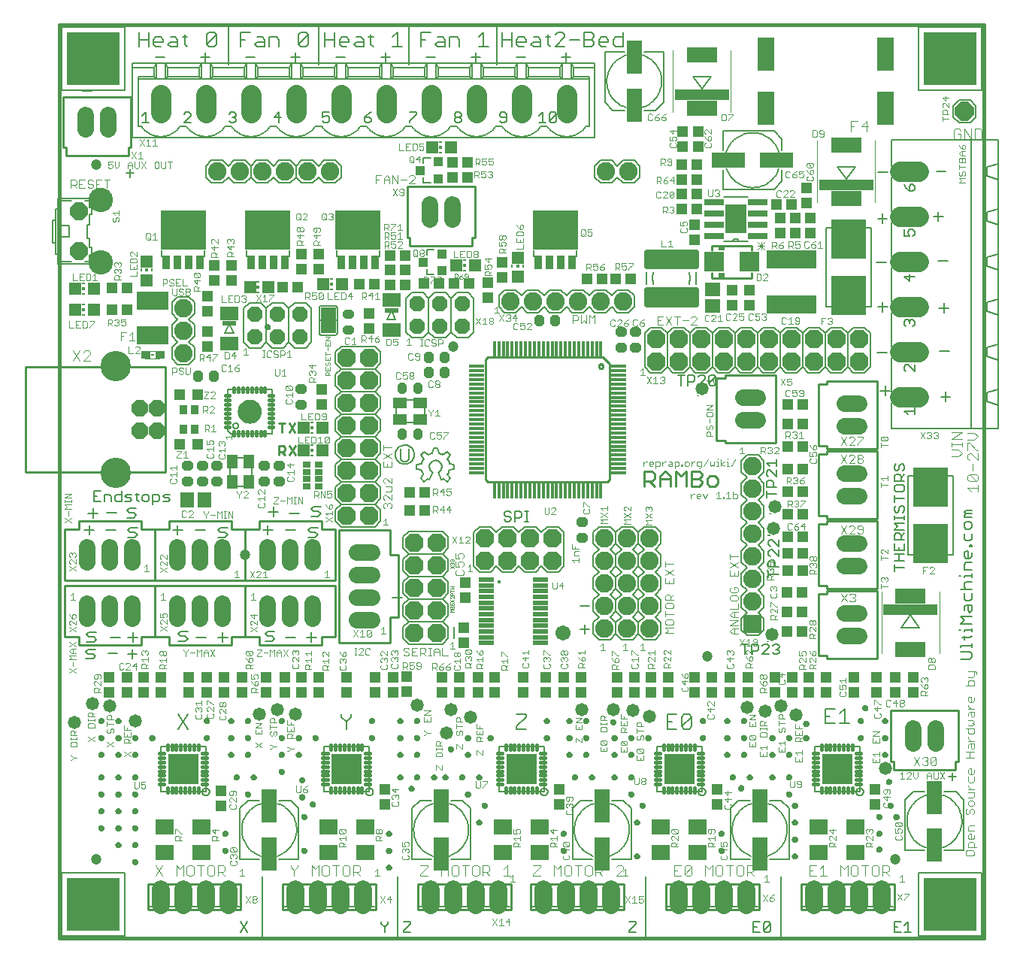
<source format=gbr>
G04 This is an RS-274x file exported by *
G04 gerbv version 2.7.0 *
G04 More information is available about gerbv at *
G04 http://gerbv.geda-project.org/ *
G04 --End of header info--*
%MOIN*%
%FSLAX36Y36*%
%IPPOS*%
G04 --Define apertures--*
%ADD10C,0.0120*%
%ADD11C,0.0030*%
%ADD12C,0.0090*%
%ADD13C,0.0070*%
%ADD14C,0.0060*%
%ADD15C,0.0050*%
%ADD16C,0.0040*%
%ADD17C,0.0080*%
%ADD18C,0.0100*%
%ADD19C,0.0020*%
%ADD20R,0.0118X0.0059*%
%ADD21R,0.0118X0.0118*%
%ADD22C,0.0028*%
%ADD23R,0.0157X0.0079*%
%ADD24R,0.0620X0.0240*%
%ADD25C,0.0176*%
%ADD26R,0.0059X0.0118*%
%ADD27C,0.0000*%
%ADD28R,0.0295X0.0197*%
%ADD29C,0.0079*%
%ADD30R,0.2441X0.0492*%
%ADD31C,0.0010*%
%ADD32R,0.0200X0.0200*%
%ADD33C,0.0140*%
%AMMACRO34*
5,1,8,0.000000,0.000000,0.075118,22.500000*
%
%ADD34MACRO34*%
%ADD35R,0.0552X0.0552*%
%ADD36C,0.0347*%
%ADD37R,0.0178X0.0651*%
%ADD38R,0.0651X0.0178*%
%AMMACRO39*
5,1,8,0.000000,0.000000,0.080097,22.500000*
%
%ADD39MACRO39*%
%ADD40C,0.1346*%
%ADD41R,0.1419X0.0828*%
%ADD42R,0.0710X0.0540*%
%ADD43R,0.0720X0.0060*%
%ADD44C,0.0136*%
%ADD45R,0.0415X0.0356*%
%ADD46R,0.0474X0.0474*%
%ADD47R,0.0335X0.0276*%
%ADD48R,0.0493X0.0592*%
%ADD49R,0.0789X0.0631*%
%ADD50C,0.0792*%
%ADD51R,0.0790X0.0710*%
%ADD52R,0.0474X0.0513*%
%ADD53R,0.0710X0.1458*%
%ADD54R,0.0513X0.0474*%
%ADD55C,0.0720*%
%ADD56R,0.2380X0.2380*%
%AMMACRO57*
5,1,8,0.000000,0.000000,0.084426,22.500000*
%
%ADD57MACRO57*%
%ADD58C,0.1080*%
%ADD59R,0.0356X0.0631*%
%ADD60R,0.2049X0.1773*%
%ADD61R,0.1580X0.1749*%
%ADD62C,0.0905*%
%ADD63R,0.0713X0.0243*%
%ADD64R,0.0820X0.0820*%
%ADD65C,0.0820*%
%AMMACRO66*
5,1,8,0.000000,0.000000,0.088756,22.500000*
%
%ADD66MACRO66*%
%ADD67R,0.1458X0.0710*%
%ADD68R,0.0592X0.0493*%
%ADD69C,0.0580*%
%ADD70R,0.0860X0.0300*%
%ADD71R,0.0920X0.1260*%
%ADD72R,0.2245X0.0808*%
%ADD73R,0.0671X0.0592*%
%ADD74R,0.0867X0.0867*%
%ADD75R,0.0356X0.0434*%
%ADD76C,0.0217*%
%ADD77R,0.0592X0.0671*%
%AMMACRO78*
5,1,8,0.000000,0.000000,0.090921,22.500000*
%
%ADD78MACRO78*%
%ADD79R,0.1340X0.0710*%
%ADD80R,0.0780X0.1480*%
%ADD81R,0.1339X0.1339*%
%ADD82C,0.0474*%
%ADD83R,0.0434X0.0395*%
%ADD84C,0.0671*%
%ADD85C,0.0160*%
G04 --Start main section--*
G54D10*
G01X1601000Y3576300D02*
G01X1601200Y3577900D01*
G01X1601200Y3577900D02*
G01X1601800Y3579500D01*
G01X1601800Y3579500D02*
G01X1602700Y3580900D01*
G01X1602700Y3580900D02*
G01X1603900Y3582000D01*
G01X1603900Y3582000D02*
G01X1605300Y3582800D01*
G01X1605300Y3582800D02*
G01X1606900Y3583300D01*
G01X1606900Y3583300D02*
G01X1608500Y3583400D01*
G01X1608500Y3583400D02*
G01X1610100Y3583100D01*
G01X1610100Y3583100D02*
G01X1611600Y3582400D01*
G01X1611600Y3582400D02*
G01X1613000Y3581500D01*
G01X1613000Y3581500D02*
G01X1614000Y3580200D01*
G01X1614000Y3580200D02*
G01X1614800Y3578700D01*
G01X1614800Y3578700D02*
G01X1615200Y3577100D01*
G01X1615200Y3577100D02*
G01X1615200Y3575500D01*
G01X1615200Y3575500D02*
G01X1614800Y3573900D01*
G01X1614800Y3573900D02*
G01X1614000Y3572400D01*
G01X1614000Y3572400D02*
G01X1613000Y3571100D01*
G01X1613000Y3571100D02*
G01X1611700Y3570200D01*
G01X1611700Y3570200D02*
G01X1610100Y3569500D01*
G01X1610100Y3569500D02*
G01X1608500Y3569200D01*
G01X1608500Y3569200D02*
G01X1606900Y3569300D01*
G01X1606900Y3569300D02*
G01X1605300Y3569800D01*
G01X1605300Y3569800D02*
G01X1603900Y3570600D01*
G01X1603900Y3570600D02*
G01X1602700Y3571700D01*
G01X1602700Y3571700D02*
G01X1601800Y3573100D01*
G01X1601800Y3573100D02*
G01X1601200Y3574700D01*
G01X1601200Y3574700D02*
G01X1601000Y3576300D01*
G54D11*
G01X1594300Y3471800D02*
G01X1584600Y3471800D01*
G01X1589400Y3471800D02*
G01X1589400Y3442800D01*
G01X1584600Y3442800D02*
G01X1594300Y3442800D01*
G01X1604200Y3447600D02*
G01X1604200Y3467000D01*
G01X1604200Y3467000D02*
G01X1609100Y3471800D01*
G01X1609100Y3471800D02*
G01X1618800Y3471800D01*
G01X1618800Y3471800D02*
G01X1623600Y3467000D01*
G01X1633700Y3467000D02*
G01X1633700Y3462100D01*
G01X1633700Y3462100D02*
G01X1638500Y3457300D01*
G01X1638500Y3457300D02*
G01X1648200Y3457300D01*
G01X1648200Y3457300D02*
G01X1653100Y3452500D01*
G01X1653100Y3452500D02*
G01X1653100Y3447600D01*
G01X1653100Y3447600D02*
G01X1648200Y3442800D01*
G01X1648200Y3442800D02*
G01X1638500Y3442800D01*
G01X1638500Y3442800D02*
G01X1633700Y3447600D01*
G01X1623600Y3447600D02*
G01X1618800Y3442800D01*
G01X1618800Y3442800D02*
G01X1609100Y3442800D01*
G01X1609100Y3442800D02*
G01X1604200Y3447600D01*
G01X1633700Y3467000D02*
G01X1638500Y3471800D01*
G01X1638500Y3471800D02*
G01X1648200Y3471800D01*
G01X1648200Y3471800D02*
G01X1653100Y3467000D01*
G01X1663200Y3471800D02*
G01X1677700Y3471800D01*
G01X1677700Y3471800D02*
G01X1682500Y3467000D01*
G01X1682500Y3467000D02*
G01X1682500Y3457300D01*
G01X1682500Y3457300D02*
G01X1677700Y3452500D01*
G01X1677700Y3452500D02*
G01X1663200Y3452500D01*
G01X1663200Y3442800D02*
G01X1663200Y3471800D01*
G01X1692600Y3462100D02*
G01X1702300Y3471800D01*
G01X1702300Y3471800D02*
G01X1702300Y3442800D01*
G01X1692600Y3442800D02*
G01X1712000Y3442800D01*
G01X1679100Y3390500D02*
G01X1679100Y3361500D01*
G01X1688700Y3361500D02*
G01X1669400Y3361500D01*
G01X1659300Y3366300D02*
G01X1659300Y3390500D01*
G01X1669400Y3380800D02*
G01X1679100Y3390500D01*
G01X1659300Y3366300D02*
G01X1654400Y3361500D01*
G01X1654400Y3361500D02*
G01X1644800Y3361500D01*
G01X1644800Y3361500D02*
G01X1639900Y3366300D01*
G01X1639900Y3366300D02*
G01X1639900Y3390500D01*
G01X1692000Y3315300D02*
G01X1711400Y3295900D01*
G01X1711400Y3295900D02*
G01X1716200Y3300700D01*
G01X1716200Y3300700D02*
G01X1716200Y3310400D01*
G01X1716200Y3310400D02*
G01X1711400Y3315300D01*
G01X1711400Y3315300D02*
G01X1692000Y3315300D01*
G01X1692000Y3315300D02*
G01X1687200Y3310400D01*
G01X1687200Y3310400D02*
G01X1687200Y3300700D01*
G01X1687200Y3300700D02*
G01X1692000Y3295900D01*
G01X1692000Y3295900D02*
G01X1711400Y3295900D01*
G01X1716200Y3285800D02*
G01X1716200Y3266400D01*
G01X1716200Y3276100D02*
G01X1687200Y3276100D01*
G01X1687200Y3276100D02*
G01X1696900Y3266400D01*
G01X1692000Y3256300D02*
G01X1687200Y3251500D01*
G01X1687200Y3251500D02*
G01X1687200Y3241800D01*
G01X1687200Y3241800D02*
G01X1692000Y3237000D01*
G01X1692000Y3237000D02*
G01X1711400Y3237000D01*
G01X1711400Y3237000D02*
G01X1716200Y3241800D01*
G01X1716200Y3241800D02*
G01X1716200Y3251500D01*
G01X1716200Y3251500D02*
G01X1711400Y3256300D01*
G01X1757800Y3194300D02*
G01X1757800Y3165200D01*
G01X1757800Y3165200D02*
G01X1777100Y3165200D01*
G01X1787300Y3165200D02*
G01X1806600Y3165200D01*
G01X1816700Y3165200D02*
G01X1831200Y3165200D01*
G01X1831200Y3165200D02*
G01X1836100Y3170100D01*
G01X1836100Y3170100D02*
G01X1836100Y3189400D01*
G01X1836100Y3189400D02*
G01X1831200Y3194300D01*
G01X1831200Y3194300D02*
G01X1816700Y3194300D01*
G01X1816700Y3194300D02*
G01X1816700Y3165200D01*
G01X1796900Y3179800D02*
G01X1787300Y3179800D01*
G01X1787300Y3194300D02*
G01X1787300Y3165200D01*
G01X1787300Y3194300D02*
G01X1806600Y3194300D01*
G01X1846200Y3189400D02*
G01X1846200Y3184600D01*
G01X1846200Y3184600D02*
G01X1851000Y3179800D01*
G01X1851000Y3179800D02*
G01X1865500Y3179800D01*
G01X1865500Y3189400D02*
G01X1860700Y3194300D01*
G01X1860700Y3194300D02*
G01X1851000Y3194300D01*
G01X1851000Y3194300D02*
G01X1846200Y3189400D01*
G01X1846200Y3170100D02*
G01X1851000Y3165200D01*
G01X1851000Y3165200D02*
G01X1860700Y3165200D01*
G01X1860700Y3165200D02*
G01X1865500Y3170100D01*
G01X1865500Y3170100D02*
G01X1865500Y3189400D01*
G01X1865500Y3091500D02*
G01X1875200Y3091500D01*
G01X1875200Y3091500D02*
G01X1880000Y3086700D01*
G01X1880000Y3086700D02*
G01X1860600Y3067300D01*
G01X1860600Y3067300D02*
G01X1865500Y3062500D01*
G01X1865500Y3062500D02*
G01X1875200Y3062500D01*
G01X1875200Y3062500D02*
G01X1880000Y3067300D01*
G01X1880000Y3067300D02*
G01X1880000Y3086700D01*
G01X1865500Y3091500D02*
G01X1860600Y3086700D01*
G01X1860600Y3086700D02*
G01X1860600Y3067300D01*
G01X1850500Y3062500D02*
G01X1831200Y3062500D01*
G01X1840900Y3062500D02*
G01X1840900Y3091500D01*
G01X1840900Y3091500D02*
G01X1831200Y3081800D01*
G01X1821100Y3086700D02*
G01X1816200Y3091500D01*
G01X1816200Y3091500D02*
G01X1801700Y3091500D01*
G01X1801700Y3091500D02*
G01X1801700Y3062500D01*
G01X1801700Y3062500D02*
G01X1816200Y3062500D01*
G01X1816200Y3062500D02*
G01X1821100Y3067300D01*
G01X1821100Y3067300D02*
G01X1821100Y3086700D01*
G01X1791600Y3091500D02*
G01X1772300Y3091500D01*
G01X1772300Y3091500D02*
G01X1772300Y3062500D01*
G01X1772300Y3062500D02*
G01X1791600Y3062500D01*
G01X1781900Y3077000D02*
G01X1772300Y3077000D01*
G01X1762100Y3062500D02*
G01X1742800Y3062500D01*
G01X1742800Y3062500D02*
G01X1742800Y3091500D01*
G01X1708000Y2971800D02*
G01X1708000Y2952500D01*
G01X1708000Y2952500D02*
G01X1693500Y2967000D01*
G01X1693500Y2967000D02*
G01X1722500Y2967000D01*
G01X1722500Y2942400D02*
G01X1722500Y2923000D01*
G01X1722500Y2932700D02*
G01X1693500Y2932700D01*
G01X1693500Y2932700D02*
G01X1703200Y2923000D01*
G01X1698400Y2912900D02*
G01X1693500Y2908100D01*
G01X1693500Y2908100D02*
G01X1693500Y2898400D01*
G01X1693500Y2898400D02*
G01X1698400Y2893500D01*
G01X1698400Y2893500D02*
G01X1717700Y2893500D01*
G01X1717700Y2893500D02*
G01X1722500Y2898400D01*
G01X1722500Y2898400D02*
G01X1722500Y2908100D01*
G01X1722500Y2908100D02*
G01X1717700Y2912900D01*
G01X1712900Y2821800D02*
G01X1712900Y2792800D01*
G01X1723000Y2792800D02*
G01X1732700Y2792800D01*
G01X1727800Y2792800D02*
G01X1727800Y2821800D01*
G01X1723000Y2821800D02*
G01X1732700Y2821800D01*
G01X1742600Y2821800D02*
G01X1762000Y2792800D01*
G01X1762000Y2792800D02*
G01X1762000Y2821800D01*
G01X1742600Y2821800D02*
G01X1742600Y2792800D01*
G01X1712900Y2821800D02*
G01X1703200Y2812100D01*
G01X1703200Y2812100D02*
G01X1693500Y2821800D01*
G01X1693500Y2821800D02*
G01X1693500Y2792800D01*
G01X1683400Y2807300D02*
G01X1664100Y2807300D01*
G01X1653900Y2817000D02*
G01X1634600Y2797600D01*
G01X1634600Y2797600D02*
G01X1634600Y2792800D01*
G01X1634600Y2792800D02*
G01X1653900Y2792800D01*
G01X1653900Y2817000D02*
G01X1653900Y2821800D01*
G01X1653900Y2821800D02*
G01X1634600Y2821800D01*
G01X1594000Y2825600D02*
G01X1594000Y2806200D01*
G01X1594000Y2815900D02*
G01X1565000Y2815900D01*
G01X1565000Y2815900D02*
G01X1574700Y2806200D01*
G01X1569900Y2796100D02*
G01X1565000Y2791200D01*
G01X1565000Y2791200D02*
G01X1565000Y2781600D01*
G01X1565000Y2781600D02*
G01X1569900Y2776700D01*
G01X1569900Y2776700D02*
G01X1589200Y2776700D01*
G01X1589200Y2776700D02*
G01X1594000Y2781600D01*
G01X1594000Y2781600D02*
G01X1594000Y2791200D01*
G01X1594000Y2791200D02*
G01X1589200Y2796100D01*
G01X1594000Y2835700D02*
G01X1574700Y2855000D01*
G01X1574700Y2855000D02*
G01X1569900Y2855000D01*
G01X1569900Y2855000D02*
G01X1565000Y2850200D01*
G01X1565000Y2850200D02*
G01X1565000Y2840500D01*
G01X1565000Y2840500D02*
G01X1569900Y2835700D01*
G01X1594000Y2835700D02*
G01X1594000Y2855000D01*
G01X1520300Y2844100D02*
G01X1515400Y2848900D01*
G01X1515400Y2848900D02*
G01X1505800Y2848900D01*
G01X1505800Y2848900D02*
G01X1500900Y2844100D01*
G01X1490800Y2844100D02*
G01X1490800Y2848900D01*
G01X1490800Y2844100D02*
G01X1481100Y2834400D01*
G01X1481100Y2834400D02*
G01X1481100Y2819900D01*
G01X1481100Y2834400D02*
G01X1471400Y2844100D01*
G01X1471400Y2844100D02*
G01X1471400Y2848900D01*
G01X1500900Y2819900D02*
G01X1520300Y2839200D01*
G01X1520300Y2839200D02*
G01X1520300Y2844100D01*
G01X1520300Y2819900D02*
G01X1500900Y2819900D01*
G01X1452000Y2759300D02*
G01X1452000Y2730300D01*
G01X1452000Y2730300D02*
G01X1432600Y2759300D01*
G01X1432600Y2759300D02*
G01X1432600Y2730300D01*
G01X1422700Y2730300D02*
G01X1413000Y2730300D01*
G01X1417800Y2730300D02*
G01X1417800Y2759300D01*
G01X1413000Y2759300D02*
G01X1422700Y2759300D01*
G01X1402900Y2759300D02*
G01X1402900Y2730300D01*
G01X1383500Y2730300D02*
G01X1383500Y2759300D01*
G01X1383500Y2759300D02*
G01X1393200Y2749600D01*
G01X1393200Y2749600D02*
G01X1402900Y2759300D01*
G01X1373400Y2744800D02*
G01X1354100Y2744800D01*
G01X1343900Y2754500D02*
G01X1343900Y2759300D01*
G01X1343900Y2754500D02*
G01X1334300Y2744800D01*
G01X1334300Y2744800D02*
G01X1334300Y2730300D01*
G01X1334300Y2744800D02*
G01X1324600Y2754500D01*
G01X1324600Y2754500D02*
G01X1324600Y2759300D01*
G01X1275600Y2757700D02*
G01X1270800Y2762500D01*
G01X1270800Y2762500D02*
G01X1261100Y2762500D01*
G01X1261100Y2762500D02*
G01X1256300Y2757700D01*
G01X1246100Y2757700D02*
G01X1241300Y2762500D01*
G01X1241300Y2762500D02*
G01X1231600Y2762500D01*
G01X1231600Y2762500D02*
G01X1226800Y2757700D01*
G01X1226800Y2757700D02*
G01X1226800Y2738300D01*
G01X1226800Y2738300D02*
G01X1231600Y2733500D01*
G01X1231600Y2733500D02*
G01X1241300Y2733500D01*
G01X1241300Y2733500D02*
G01X1246100Y2738300D01*
G01X1256300Y2733500D02*
G01X1275600Y2752800D01*
G01X1275600Y2752800D02*
G01X1275600Y2757700D01*
G01X1275600Y2733500D02*
G01X1256300Y2733500D01*
G01X1198100Y2883900D02*
G01X1203000Y2888700D01*
G01X1203000Y2888700D02*
G01X1203000Y2898400D01*
G01X1203000Y2898400D02*
G01X1198100Y2903200D01*
G01X1203000Y2913300D02*
G01X1203000Y2932700D01*
G01X1203000Y2923000D02*
G01X1174000Y2923000D01*
G01X1174000Y2923000D02*
G01X1183600Y2913300D01*
G01X1178800Y2903200D02*
G01X1174000Y2898400D01*
G01X1174000Y2898400D02*
G01X1174000Y2888700D01*
G01X1174000Y2888700D02*
G01X1178800Y2883900D01*
G01X1178800Y2883900D02*
G01X1198100Y2883900D01*
G01X1203000Y2942800D02*
G01X1203000Y2962100D01*
G01X1203000Y2952500D02*
G01X1174000Y2952500D01*
G01X1174000Y2952500D02*
G01X1183600Y2942800D01*
G01X1204900Y2997800D02*
G01X1224300Y2997800D01*
G01X1234400Y2997800D02*
G01X1253700Y2997800D01*
G01X1244100Y2997800D02*
G01X1244100Y3026800D01*
G01X1244100Y3026800D02*
G01X1234400Y3017100D01*
G01X1224300Y3022000D02*
G01X1204900Y3002600D01*
G01X1204900Y3002600D02*
G01X1204900Y2997800D01*
G01X1204900Y3026800D02*
G01X1224300Y3026800D01*
G01X1224300Y3026800D02*
G01X1224300Y3022000D01*
G01X1337300Y3010900D02*
G01X1337300Y3001300D01*
G01X1337300Y3001300D02*
G01X1342100Y2996400D01*
G01X1342100Y2996400D02*
G01X1361400Y2996400D01*
G01X1361400Y2996400D02*
G01X1366300Y3001300D01*
G01X1366300Y3001300D02*
G01X1366300Y3010900D01*
G01X1366300Y3010900D02*
G01X1361400Y3015800D01*
G01X1366300Y3025900D02*
G01X1366300Y3045200D01*
G01X1366300Y3035600D02*
G01X1337300Y3035600D01*
G01X1337300Y3035600D02*
G01X1346900Y3025900D01*
G01X1342100Y3015800D02*
G01X1337300Y3010900D01*
G01X1337300Y3055400D02*
G01X1351800Y3055400D01*
G01X1351800Y3055400D02*
G01X1346900Y3065000D01*
G01X1346900Y3065000D02*
G01X1346900Y3069900D01*
G01X1346900Y3069900D02*
G01X1351800Y3074700D01*
G01X1351800Y3074700D02*
G01X1361400Y3074700D01*
G01X1361400Y3074700D02*
G01X1366300Y3069900D01*
G01X1366300Y3069900D02*
G01X1366300Y3060200D01*
G01X1366300Y3060200D02*
G01X1361400Y3055400D01*
G01X1337300Y3055400D02*
G01X1337300Y3074700D01*
G01X1329100Y3113600D02*
G01X1329100Y3142600D01*
G01X1329100Y3142600D02*
G01X1343600Y3142600D01*
G01X1343600Y3142600D02*
G01X1348400Y3137800D01*
G01X1348400Y3137800D02*
G01X1348400Y3128100D01*
G01X1348400Y3128100D02*
G01X1343600Y3123300D01*
G01X1343600Y3123300D02*
G01X1329100Y3123300D01*
G01X1338800Y3123300D02*
G01X1348400Y3113600D01*
G01X1358600Y3113600D02*
G01X1377900Y3113600D01*
G01X1368200Y3113600D02*
G01X1368200Y3142600D01*
G01X1368200Y3142600D02*
G01X1358600Y3133000D01*
G01X1350700Y3197200D02*
G01X1370000Y3216500D01*
G01X1370000Y3216500D02*
G01X1370000Y3221400D01*
G01X1370000Y3221400D02*
G01X1365200Y3226200D01*
G01X1365200Y3226200D02*
G01X1355500Y3226200D01*
G01X1355500Y3226200D02*
G01X1350700Y3221400D01*
G01X1340600Y3221400D02*
G01X1340600Y3211700D01*
G01X1340600Y3211700D02*
G01X1335700Y3206900D01*
G01X1335700Y3206900D02*
G01X1321200Y3206900D01*
G01X1330900Y3206900D02*
G01X1340600Y3197200D01*
G01X1350700Y3197200D02*
G01X1370000Y3197200D01*
G01X1340600Y3221400D02*
G01X1335700Y3226200D01*
G01X1335700Y3226200D02*
G01X1321200Y3226200D01*
G01X1321200Y3226200D02*
G01X1321200Y3197200D01*
G01X1325900Y3261100D02*
G01X1345200Y3261100D01*
G01X1355400Y3261100D02*
G01X1374700Y3280500D01*
G01X1374700Y3280500D02*
G01X1374700Y3285300D01*
G01X1374700Y3285300D02*
G01X1369900Y3290100D01*
G01X1369900Y3290100D02*
G01X1360200Y3290100D01*
G01X1360200Y3290100D02*
G01X1355400Y3285300D01*
G01X1345200Y3285300D02*
G01X1325900Y3265900D01*
G01X1325900Y3265900D02*
G01X1325900Y3261100D01*
G01X1325900Y3290100D02*
G01X1345200Y3290100D01*
G01X1345200Y3290100D02*
G01X1345200Y3285300D01*
G01X1355400Y3261100D02*
G01X1374700Y3261100D01*
G01X1407500Y3381400D02*
G01X1417200Y3381400D01*
G01X1417200Y3381400D02*
G01X1422100Y3386200D01*
G01X1432200Y3381400D02*
G01X1451500Y3381400D01*
G01X1441800Y3381400D02*
G01X1441800Y3410400D01*
G01X1441800Y3410400D02*
G01X1432200Y3400700D01*
G01X1422100Y3405500D02*
G01X1417200Y3410400D01*
G01X1417200Y3410400D02*
G01X1407500Y3410400D01*
G01X1407500Y3410400D02*
G01X1402700Y3405500D01*
G01X1402700Y3405500D02*
G01X1402700Y3386200D01*
G01X1402700Y3386200D02*
G01X1407500Y3381400D01*
G01X1417100Y3436500D02*
G01X1431600Y3436500D01*
G01X1431600Y3436500D02*
G01X1436400Y3441400D01*
G01X1436400Y3441400D02*
G01X1436400Y3460700D01*
G01X1436400Y3460700D02*
G01X1431600Y3465600D01*
G01X1431600Y3465600D02*
G01X1417100Y3465600D01*
G01X1417100Y3465600D02*
G01X1417100Y3436500D01*
G01X1446600Y3451100D02*
G01X1465900Y3451100D01*
G01X1461100Y3465600D02*
G01X1461100Y3436500D01*
G01X1446600Y3451100D02*
G01X1461100Y3465600D01*
G01X1499600Y3473800D02*
G01X1509200Y3483400D01*
G01X1509200Y3483400D02*
G01X1509200Y3454400D01*
G01X1499600Y3454400D02*
G01X1518900Y3454400D01*
G01X1481000Y3410400D02*
G01X1471300Y3405500D01*
G01X1471300Y3405500D02*
G01X1461600Y3395900D01*
G01X1461600Y3395900D02*
G01X1476100Y3395900D01*
G01X1476100Y3395900D02*
G01X1481000Y3391000D01*
G01X1481000Y3391000D02*
G01X1481000Y3386200D01*
G01X1481000Y3386200D02*
G01X1476100Y3381400D01*
G01X1476100Y3381400D02*
G01X1466500Y3381400D01*
G01X1466500Y3381400D02*
G01X1461600Y3386200D01*
G01X1461600Y3386200D02*
G01X1461600Y3395900D01*
G01X1384100Y3451800D02*
G01X1384100Y3456700D01*
G01X1384100Y3456700D02*
G01X1364800Y3456700D01*
G01X1349800Y3456700D02*
G01X1335300Y3442200D01*
G01X1335300Y3442200D02*
G01X1354700Y3442200D01*
G01X1364800Y3432500D02*
G01X1364800Y3427700D01*
G01X1364800Y3432500D02*
G01X1384100Y3451800D01*
G01X1349800Y3456700D02*
G01X1349800Y3427700D01*
G01X1325200Y3427700D02*
G01X1315500Y3437300D01*
G01X1320400Y3437300D02*
G01X1305800Y3437300D01*
G01X1305800Y3427700D02*
G01X1305800Y3456700D01*
G01X1305800Y3456700D02*
G01X1320400Y3456700D01*
G01X1320400Y3456700D02*
G01X1325200Y3451800D01*
G01X1325200Y3451800D02*
G01X1325200Y3442200D01*
G01X1325200Y3442200D02*
G01X1320400Y3437300D01*
G01X1262900Y3396800D02*
G01X1262900Y3372600D01*
G01X1262900Y3372600D02*
G01X1258000Y3367800D01*
G01X1258000Y3367800D02*
G01X1248400Y3367800D01*
G01X1248400Y3367800D02*
G01X1243500Y3372600D01*
G01X1243500Y3372600D02*
G01X1243500Y3396800D01*
G01X1233400Y3392000D02*
G01X1228600Y3396800D01*
G01X1228600Y3396800D02*
G01X1218900Y3396800D01*
G01X1218900Y3396800D02*
G01X1214100Y3392000D01*
G01X1214100Y3392000D02*
G01X1214100Y3387100D01*
G01X1214100Y3387100D02*
G01X1218900Y3382300D01*
G01X1218900Y3382300D02*
G01X1228600Y3382300D01*
G01X1228600Y3382300D02*
G01X1233400Y3377500D01*
G01X1233400Y3377500D02*
G01X1233400Y3372600D01*
G01X1233400Y3372600D02*
G01X1228600Y3367800D01*
G01X1228600Y3367800D02*
G01X1218900Y3367800D01*
G01X1218900Y3367800D02*
G01X1214100Y3372600D01*
G01X1203900Y3382300D02*
G01X1199100Y3377500D01*
G01X1199100Y3377500D02*
G01X1184600Y3377500D01*
G01X1184600Y3367800D02*
G01X1184600Y3396800D01*
G01X1184600Y3396800D02*
G01X1199100Y3396800D01*
G01X1199100Y3396800D02*
G01X1203900Y3392000D01*
G01X1203900Y3392000D02*
G01X1203900Y3382300D01*
G01X1039700Y3461500D02*
G01X1020300Y3461500D01*
G01X1020300Y3461500D02*
G01X1039700Y3480900D01*
G01X1039700Y3480900D02*
G01X1039700Y3485700D01*
G01X1039700Y3485700D02*
G01X1034800Y3490600D01*
G01X1034800Y3490600D02*
G01X1025100Y3490600D01*
G01X1025100Y3490600D02*
G01X1020300Y3485700D01*
G01X1010200Y3461500D02*
G01X0990800Y3461500D01*
G01X0990800Y3461500D02*
G01X0990800Y3490600D01*
G01X0993100Y3516900D02*
G01X1017800Y3516900D01*
G01X1005500Y3516900D02*
G01X1005500Y3553900D01*
G01X1005500Y3553900D02*
G01X0993100Y3541600D01*
G01X0981000Y3553900D02*
G01X0956300Y3553900D01*
G01X0956300Y3553900D02*
G01X0956300Y3516900D01*
G01X0956300Y3535400D02*
G01X0968600Y3535400D01*
G01X0972200Y3582400D02*
G01X0962500Y3582400D01*
G01X0962500Y3582400D02*
G01X0957700Y3587300D01*
G01X0957700Y3596900D02*
G01X0967400Y3601800D01*
G01X0967400Y3601800D02*
G01X0972200Y3601800D01*
G01X0972200Y3601800D02*
G01X0977000Y3596900D01*
G01X0977000Y3596900D02*
G01X0977000Y3587300D01*
G01X0977000Y3587300D02*
G01X0972200Y3582400D01*
G01X0957700Y3596900D02*
G01X0957700Y3611400D01*
G01X0957700Y3611400D02*
G01X0977000Y3611400D01*
G01X0947600Y3606600D02*
G01X0947600Y3601800D01*
G01X0947600Y3601800D02*
G01X0942700Y3596900D01*
G01X0942700Y3596900D02*
G01X0947600Y3592100D01*
G01X0947600Y3592100D02*
G01X0947600Y3587300D01*
G01X0947600Y3587300D02*
G01X0942700Y3582400D01*
G01X0942700Y3582400D02*
G01X0933100Y3582400D01*
G01X0933100Y3582400D02*
G01X0928200Y3587300D01*
G01X0918100Y3582400D02*
G01X0908400Y3592100D01*
G01X0913300Y3592100D02*
G01X0898800Y3592100D01*
G01X0898800Y3582400D02*
G01X0898800Y3611400D01*
G01X0898800Y3611400D02*
G01X0913300Y3611400D01*
G01X0913300Y3611400D02*
G01X0918100Y3606600D01*
G01X0918100Y3606600D02*
G01X0918100Y3596900D01*
G01X0918100Y3596900D02*
G01X0913300Y3592100D01*
G01X0928200Y3606600D02*
G01X0933100Y3611400D01*
G01X0933100Y3611400D02*
G01X0942700Y3611400D01*
G01X0942700Y3611400D02*
G01X0947600Y3606600D01*
G01X0942700Y3596900D02*
G01X0937900Y3596900D01*
G01X0836300Y3597500D02*
G01X0816900Y3578100D01*
G01X0816900Y3578100D02*
G01X0816900Y3573300D01*
G01X0806800Y3578100D02*
G01X0806800Y3597500D01*
G01X0806800Y3597500D02*
G01X0802000Y3602300D01*
G01X0802000Y3602300D02*
G01X0787500Y3602300D01*
G01X0787500Y3602300D02*
G01X0787500Y3573300D01*
G01X0787500Y3573300D02*
G01X0802000Y3573300D01*
G01X0802000Y3573300D02*
G01X0806800Y3578100D01*
G01X0816900Y3602300D02*
G01X0836300Y3602300D01*
G01X0836300Y3602300D02*
G01X0836300Y3597500D01*
G01X0777400Y3602300D02*
G01X0758000Y3602300D01*
G01X0758000Y3602300D02*
G01X0758000Y3573300D01*
G01X0758000Y3573300D02*
G01X0777400Y3573300D01*
G01X0767700Y3587800D02*
G01X0758000Y3587800D01*
G01X0747900Y3573300D02*
G01X0728500Y3573300D01*
G01X0728500Y3573300D02*
G01X0728500Y3602300D01*
G01X0743600Y3784700D02*
G01X0762900Y3784700D01*
G01X0773000Y3784700D02*
G01X0792400Y3784700D01*
G01X0802500Y3784700D02*
G01X0817000Y3784700D01*
G01X0817000Y3784700D02*
G01X0821900Y3789600D01*
G01X0821900Y3789600D02*
G01X0821900Y3808900D01*
G01X0821900Y3808900D02*
G01X0817000Y3813800D01*
G01X0817000Y3813800D02*
G01X0802500Y3813800D01*
G01X0802500Y3813800D02*
G01X0802500Y3784700D01*
G01X0782700Y3799200D02*
G01X0773000Y3799200D01*
G01X0773000Y3784700D02*
G01X0773000Y3813800D01*
G01X0773000Y3813800D02*
G01X0792400Y3813800D01*
G01X0832000Y3804100D02*
G01X0841600Y3813800D01*
G01X0841600Y3813800D02*
G01X0841600Y3784700D01*
G01X0832000Y3784700D02*
G01X0851300Y3784700D01*
G01X0927800Y3785800D02*
G01X0927800Y3800300D01*
G01X0927800Y3800300D02*
G01X0932600Y3805100D01*
G01X0932600Y3805100D02*
G01X0942300Y3805100D01*
G01X0942300Y3805100D02*
G01X0947100Y3800300D01*
G01X0947100Y3800300D02*
G01X0947100Y3785800D01*
G01X0947100Y3795400D02*
G01X0956800Y3805100D01*
G01X0952000Y3815200D02*
G01X0956800Y3820100D01*
G01X0956800Y3820100D02*
G01X0956800Y3829700D01*
G01X0956800Y3829700D02*
G01X0952000Y3834600D01*
G01X0952000Y3834600D02*
G01X0947100Y3834600D01*
G01X0947100Y3834600D02*
G01X0942300Y3829700D01*
G01X0942300Y3829700D02*
G01X0942300Y3824900D01*
G01X0942300Y3829700D02*
G01X0937400Y3834600D01*
G01X0937400Y3834600D02*
G01X0932600Y3834600D01*
G01X0932600Y3834600D02*
G01X0927800Y3829700D01*
G01X0927800Y3829700D02*
G01X0927800Y3820100D01*
G01X0927800Y3820100D02*
G01X0932600Y3815200D01*
G01X0932600Y3844700D02*
G01X0927800Y3849500D01*
G01X0927800Y3849500D02*
G01X0927800Y3859200D01*
G01X0927800Y3859200D02*
G01X0932600Y3864100D01*
G01X0932600Y3864100D02*
G01X0937400Y3864100D01*
G01X0937400Y3864100D02*
G01X0942300Y3859200D01*
G01X0942300Y3859200D02*
G01X0947100Y3864100D01*
G01X0947100Y3864100D02*
G01X0952000Y3864100D01*
G01X0952000Y3864100D02*
G01X0956800Y3859200D01*
G01X0956800Y3859200D02*
G01X0956800Y3849500D01*
G01X0956800Y3849500D02*
G01X0952000Y3844700D01*
G01X0942300Y3854400D02*
G01X0942300Y3859200D01*
G01X0997900Y3862200D02*
G01X0997900Y3876700D01*
G01X0997900Y3876700D02*
G01X1002800Y3881500D01*
G01X1002800Y3881500D02*
G01X1022100Y3881500D01*
G01X1022100Y3881500D02*
G01X1027000Y3876700D01*
G01X1027000Y3876700D02*
G01X1027000Y3862200D01*
G01X1027000Y3862200D02*
G01X0997900Y3862200D01*
G01X0997900Y3852000D02*
G01X0997900Y3832700D01*
G01X0997900Y3832700D02*
G01X1027000Y3832700D01*
G01X1027000Y3832700D02*
G01X1027000Y3852000D01*
G01X1012500Y3842400D02*
G01X1012500Y3832700D01*
G01X1027000Y3822600D02*
G01X1027000Y3803200D01*
G01X1027000Y3803200D02*
G01X0997900Y3803200D01*
G01X0956800Y3785800D02*
G01X0927800Y3785800D01*
G01X1002800Y3891600D02*
G01X0997900Y3896500D01*
G01X0997900Y3896500D02*
G01X0997900Y3906100D01*
G01X0997900Y3906100D02*
G01X1002800Y3911000D01*
G01X1002800Y3911000D02*
G01X1007600Y3911000D01*
G01X1007600Y3911000D02*
G01X1027000Y3891600D01*
G01X1027000Y3891600D02*
G01X1027000Y3911000D01*
G01X1073500Y3964300D02*
G01X1068700Y3969100D01*
G01X1068700Y3969100D02*
G01X1068700Y3988400D01*
G01X1068700Y3988400D02*
G01X1073500Y3993300D01*
G01X1073500Y3993300D02*
G01X1083200Y3993300D01*
G01X1083200Y3993300D02*
G01X1088000Y3988400D01*
G01X1088000Y3988400D02*
G01X1088000Y3969100D01*
G01X1088000Y3969100D02*
G01X1083200Y3964300D01*
G01X1083200Y3964300D02*
G01X1073500Y3964300D01*
G01X1078300Y3973900D02*
G01X1088000Y3964300D01*
G01X1098100Y3964300D02*
G01X1117500Y3964300D01*
G01X1107800Y3964300D02*
G01X1107800Y3993300D01*
G01X1107800Y3993300D02*
G01X1098100Y3983600D01*
G01X0948600Y4048700D02*
G01X0943800Y4043900D01*
G01X0948600Y4048700D02*
G01X0948600Y4058400D01*
G01X0948600Y4058400D02*
G01X0943800Y4063200D01*
G01X0943800Y4063200D02*
G01X0938900Y4063200D01*
G01X0938900Y4063200D02*
G01X0934100Y4058400D01*
G01X0934100Y4058400D02*
G01X0934100Y4048700D01*
G01X0934100Y4048700D02*
G01X0929200Y4043900D01*
G01X0929200Y4043900D02*
G01X0924400Y4043900D01*
G01X0924400Y4043900D02*
G01X0919600Y4048700D01*
G01X0919600Y4048700D02*
G01X0919600Y4058400D01*
G01X0919600Y4058400D02*
G01X0924400Y4063200D01*
G01X0929200Y4073300D02*
G01X0919600Y4083000D01*
G01X0919600Y4083000D02*
G01X0948600Y4083000D01*
G01X0948600Y4073300D02*
G01X0948600Y4092700D01*
G01X0938700Y4280300D02*
G01X0948400Y4290000D01*
G01X0948400Y4290000D02*
G01X0948400Y4309300D01*
G01X0929100Y4309300D02*
G01X0929100Y4290000D01*
G01X0929100Y4290000D02*
G01X0938700Y4280300D01*
G01X0918900Y4285100D02*
G01X0918900Y4294800D01*
G01X0918900Y4294800D02*
G01X0914100Y4299600D01*
G01X0914100Y4299600D02*
G01X0909300Y4299600D01*
G01X0909300Y4299600D02*
G01X0899600Y4294800D01*
G01X0899600Y4294800D02*
G01X0899600Y4309300D01*
G01X0899600Y4309300D02*
G01X0918900Y4309300D01*
G01X0918900Y4285100D02*
G01X0914100Y4280300D01*
G01X0914100Y4280300D02*
G01X0904400Y4280300D01*
G01X0904400Y4280300D02*
G01X0899600Y4285100D01*
G01X0988000Y4280300D02*
G01X0988000Y4299600D01*
G01X0988000Y4299600D02*
G01X0997700Y4309300D01*
G01X0997700Y4309300D02*
G01X1007300Y4299600D01*
G01X1007300Y4299600D02*
G01X1007300Y4280300D01*
G01X1017500Y4285100D02*
G01X1022300Y4280300D01*
G01X1022300Y4280300D02*
G01X1032000Y4280300D01*
G01X1032000Y4280300D02*
G01X1036800Y4285100D01*
G01X1036800Y4285100D02*
G01X1036800Y4309300D01*
G01X1046900Y4309300D02*
G01X1066300Y4280300D01*
G01X1046900Y4280300D02*
G01X1066300Y4309300D01*
G01X1052200Y4324000D02*
G01X1032800Y4324000D01*
G01X1042500Y4324000D02*
G01X1042500Y4353100D01*
G01X1042500Y4353100D02*
G01X1032800Y4343400D01*
G01X1022700Y4353100D02*
G01X1003300Y4324000D01*
G01X1022700Y4324000D02*
G01X1003300Y4353100D01*
G01X1039600Y4380300D02*
G01X1058900Y4409300D01*
G01X1069100Y4399600D02*
G01X1078700Y4409300D01*
G01X1078700Y4409300D02*
G01X1078700Y4380300D01*
G01X1069100Y4380300D02*
G01X1088400Y4380300D01*
G01X1098500Y4380300D02*
G01X1117900Y4380300D01*
G01X1108200Y4380300D02*
G01X1108200Y4409300D01*
G01X1108200Y4409300D02*
G01X1098500Y4399600D01*
G01X1058900Y4380300D02*
G01X1039600Y4409300D01*
G01X1017500Y4309300D02*
G01X1017500Y4285100D01*
G01X1007300Y4294800D02*
G01X0988000Y4294800D01*
G01X1105900Y4285100D02*
G01X1110700Y4280300D01*
G01X1110700Y4280300D02*
G01X1120400Y4280300D01*
G01X1120400Y4280300D02*
G01X1125200Y4285100D01*
G01X1125200Y4285100D02*
G01X1125200Y4304500D01*
G01X1125200Y4304500D02*
G01X1120400Y4309300D01*
G01X1120400Y4309300D02*
G01X1110700Y4309300D01*
G01X1110700Y4309300D02*
G01X1105900Y4304500D01*
G01X1105900Y4304500D02*
G01X1105900Y4285100D01*
G01X1135300Y4285100D02*
G01X1135300Y4309300D01*
G01X1154700Y4309300D02*
G01X1154700Y4285100D01*
G01X1154700Y4285100D02*
G01X1149800Y4280300D01*
G01X1149800Y4280300D02*
G01X1140200Y4280300D01*
G01X1140200Y4280300D02*
G01X1135300Y4285100D01*
G01X1164800Y4309300D02*
G01X1184100Y4309300D01*
G01X1174500Y4309300D02*
G01X1174500Y4280300D01*
G01X1361300Y3965600D02*
G01X1356500Y3960800D01*
G01X1356500Y3960800D02*
G01X1356500Y3951100D01*
G01X1356500Y3951100D02*
G01X1361300Y3946300D01*
G01X1371000Y3936200D02*
G01X1371000Y3916800D01*
G01X1371000Y3916800D02*
G01X1356500Y3931300D01*
G01X1356500Y3931300D02*
G01X1385500Y3931300D01*
G01X1385500Y3946300D02*
G01X1366200Y3965600D01*
G01X1366200Y3965600D02*
G01X1361300Y3965600D01*
G01X1385500Y3965600D02*
G01X1385500Y3946300D01*
G01X1385500Y3906700D02*
G01X1375900Y3897000D01*
G01X1375900Y3901900D02*
G01X1375900Y3887400D01*
G01X1385500Y3887400D02*
G01X1356500Y3887400D01*
G01X1356500Y3887400D02*
G01X1356500Y3901900D01*
G01X1356500Y3901900D02*
G01X1361300Y3906700D01*
G01X1361300Y3906700D02*
G01X1371000Y3906700D01*
G01X1371000Y3906700D02*
G01X1375900Y3901900D01*
G01X1428700Y3903600D02*
G01X1428700Y3889100D01*
G01X1428700Y3889100D02*
G01X1457700Y3889100D01*
G01X1448000Y3889100D02*
G01X1448000Y3903600D01*
G01X1448000Y3903600D02*
G01X1443200Y3908400D01*
G01X1443200Y3908400D02*
G01X1433500Y3908400D01*
G01X1433500Y3908400D02*
G01X1428700Y3903600D01*
G01X1448000Y3898800D02*
G01X1457700Y3908400D01*
G01X1443200Y3918600D02*
G01X1443200Y3937900D01*
G01X1433500Y3948000D02*
G01X1428700Y3952900D01*
G01X1428700Y3952900D02*
G01X1428700Y3962500D01*
G01X1428700Y3962500D02*
G01X1433500Y3967400D01*
G01X1433500Y3967400D02*
G01X1438400Y3967400D01*
G01X1438400Y3967400D02*
G01X1443200Y3962500D01*
G01X1443200Y3962500D02*
G01X1448000Y3967400D01*
G01X1448000Y3967400D02*
G01X1452900Y3967400D01*
G01X1452900Y3967400D02*
G01X1457700Y3962500D01*
G01X1457700Y3962500D02*
G01X1457700Y3952900D01*
G01X1457700Y3952900D02*
G01X1452900Y3948000D01*
G01X1443200Y3957700D02*
G01X1443200Y3962500D01*
G01X1428700Y3933100D02*
G01X1443200Y3918600D01*
G01X1457700Y3933100D02*
G01X1428700Y3933100D01*
G01X1307800Y3811200D02*
G01X1307800Y3801600D01*
G01X1307800Y3801600D02*
G01X1303000Y3796700D01*
G01X1303000Y3796700D02*
G01X1283700Y3816100D01*
G01X1283700Y3816100D02*
G01X1303000Y3816100D01*
G01X1303000Y3816100D02*
G01X1307800Y3811200D01*
G01X1303000Y3796700D02*
G01X1283700Y3796700D01*
G01X1283700Y3796700D02*
G01X1278800Y3801600D01*
G01X1278800Y3801600D02*
G01X1278800Y3811200D01*
G01X1278800Y3811200D02*
G01X1283700Y3816100D01*
G01X1293300Y3786600D02*
G01X1293300Y3767300D01*
G01X1293300Y3767300D02*
G01X1278800Y3781800D01*
G01X1278800Y3781800D02*
G01X1307800Y3781800D01*
G01X1307800Y3757100D02*
G01X1298200Y3747500D01*
G01X1298200Y3752300D02*
G01X1298200Y3737800D01*
G01X1307800Y3737800D02*
G01X1278800Y3737800D01*
G01X1278800Y3737800D02*
G01X1278800Y3752300D01*
G01X1278800Y3752300D02*
G01X1283700Y3757100D01*
G01X1283700Y3757100D02*
G01X1293300Y3757100D01*
G01X1293300Y3757100D02*
G01X1298200Y3752300D01*
G01X1262900Y3742000D02*
G01X1262900Y3737100D01*
G01X1262900Y3737100D02*
G01X1258000Y3732300D01*
G01X1258000Y3732300D02*
G01X1243500Y3732300D01*
G01X1233400Y3727500D02*
G01X1233400Y3722600D01*
G01X1233400Y3722600D02*
G01X1228600Y3717800D01*
G01X1228600Y3717800D02*
G01X1218900Y3717800D01*
G01X1218900Y3717800D02*
G01X1214100Y3722600D01*
G01X1203900Y3722600D02*
G01X1203900Y3746800D01*
G01X1214100Y3742000D02*
G01X1214100Y3737100D01*
G01X1214100Y3737100D02*
G01X1218900Y3732300D01*
G01X1218900Y3732300D02*
G01X1228600Y3732300D01*
G01X1228600Y3732300D02*
G01X1233400Y3727500D01*
G01X1243500Y3717800D02*
G01X1258000Y3717800D01*
G01X1258000Y3717800D02*
G01X1262900Y3722600D01*
G01X1262900Y3722600D02*
G01X1262900Y3727500D01*
G01X1262900Y3727500D02*
G01X1258000Y3732300D01*
G01X1262900Y3742000D02*
G01X1258000Y3746800D01*
G01X1258000Y3746800D02*
G01X1243500Y3746800D01*
G01X1243500Y3746800D02*
G01X1243500Y3717800D01*
G01X1233400Y3742000D02*
G01X1228600Y3746800D01*
G01X1228600Y3746800D02*
G01X1218900Y3746800D01*
G01X1218900Y3746800D02*
G01X1214100Y3742000D01*
G01X1220800Y3759900D02*
G01X1201400Y3759900D01*
G01X1201400Y3759900D02*
G01X1201400Y3788900D01*
G01X1201400Y3788900D02*
G01X1220800Y3788900D01*
G01X1230900Y3788900D02*
G01X1230900Y3759900D01*
G01X1230900Y3759900D02*
G01X1250200Y3759900D01*
G01X1211100Y3774400D02*
G01X1201400Y3774400D01*
G01X1191300Y3769600D02*
G01X1191300Y3764800D01*
G01X1191300Y3764800D02*
G01X1186400Y3759900D01*
G01X1186400Y3759900D02*
G01X1176800Y3759900D01*
G01X1176800Y3759900D02*
G01X1171900Y3764800D01*
G01X1176800Y3774400D02*
G01X1186400Y3774400D01*
G01X1186400Y3774400D02*
G01X1191300Y3769600D01*
G01X1191300Y3784100D02*
G01X1186400Y3788900D01*
G01X1186400Y3788900D02*
G01X1176800Y3788900D01*
G01X1176800Y3788900D02*
G01X1171900Y3784100D01*
G01X1171900Y3784100D02*
G01X1171900Y3779300D01*
G01X1171900Y3779300D02*
G01X1176800Y3774400D01*
G01X1161800Y3774400D02*
G01X1157000Y3769600D01*
G01X1157000Y3769600D02*
G01X1142500Y3769600D01*
G01X1142500Y3759900D02*
G01X1142500Y3788900D01*
G01X1142500Y3788900D02*
G01X1157000Y3788900D01*
G01X1157000Y3788900D02*
G01X1161800Y3784100D01*
G01X1161800Y3784100D02*
G01X1161800Y3774400D01*
G01X1184600Y3746800D02*
G01X1184600Y3722600D01*
G01X1184600Y3722600D02*
G01X1189400Y3717800D01*
G01X1189400Y3717800D02*
G01X1199100Y3717800D01*
G01X1199100Y3717800D02*
G01X1203900Y3722600D01*
G01X1402900Y3716600D02*
G01X1402900Y3687600D01*
G01X1402900Y3687600D02*
G01X1422200Y3687600D01*
G01X1432300Y3687600D02*
G01X1451700Y3687600D01*
G01X1461800Y3687600D02*
G01X1461800Y3716600D01*
G01X1461800Y3716600D02*
G01X1476300Y3716600D01*
G01X1476300Y3716600D02*
G01X1481200Y3711800D01*
G01X1481200Y3711800D02*
G01X1481200Y3692400D01*
G01X1481200Y3692400D02*
G01X1476300Y3687600D01*
G01X1476300Y3687600D02*
G01X1461800Y3687600D01*
G01X1442000Y3702100D02*
G01X1432300Y3702100D01*
G01X1432300Y3716600D02*
G01X1432300Y3687600D01*
G01X1432300Y3716600D02*
G01X1451700Y3716600D01*
G01X1491300Y3711800D02*
G01X1496100Y3716600D01*
G01X1496100Y3716600D02*
G01X1505800Y3716600D01*
G01X1505800Y3716600D02*
G01X1510600Y3711800D01*
G01X1510600Y3711800D02*
G01X1510600Y3707000D01*
G01X1510600Y3707000D02*
G01X1505800Y3702100D01*
G01X1505800Y3702100D02*
G01X1510600Y3697300D01*
G01X1510600Y3697300D02*
G01X1510600Y3692400D01*
G01X1510600Y3692400D02*
G01X1505800Y3687600D01*
G01X1505800Y3687600D02*
G01X1496100Y3687600D01*
G01X1496100Y3687600D02*
G01X1491300Y3692400D01*
G01X1500900Y3702100D02*
G01X1505800Y3702100D01*
G01X1556200Y3691100D02*
G01X1575500Y3720200D01*
G01X1585600Y3710500D02*
G01X1595300Y3720200D01*
G01X1595300Y3720200D02*
G01X1595300Y3691100D01*
G01X1585600Y3691100D02*
G01X1605000Y3691100D01*
G01X1615100Y3691100D02*
G01X1615100Y3696000D01*
G01X1615100Y3696000D02*
G01X1634400Y3715300D01*
G01X1634400Y3715300D02*
G01X1634400Y3720200D01*
G01X1634400Y3720200D02*
G01X1615100Y3720200D01*
G01X1575500Y3691100D02*
G01X1556200Y3720200D01*
G01X1774400Y3728800D02*
G01X1774400Y3699800D01*
G01X1774400Y3709500D02*
G01X1788900Y3709500D01*
G01X1788900Y3709500D02*
G01X1793700Y3714300D01*
G01X1793700Y3714300D02*
G01X1793700Y3724000D01*
G01X1793700Y3724000D02*
G01X1788900Y3728800D01*
G01X1788900Y3728800D02*
G01X1774400Y3728800D01*
G01X1784000Y3709500D02*
G01X1793700Y3699800D01*
G01X1803800Y3704600D02*
G01X1808700Y3699800D01*
G01X1808700Y3699800D02*
G01X1818300Y3699800D01*
G01X1818300Y3699800D02*
G01X1823200Y3704600D01*
G01X1823200Y3704600D02*
G01X1823200Y3714300D01*
G01X1823200Y3714300D02*
G01X1818300Y3719200D01*
G01X1818300Y3719200D02*
G01X1813500Y3719200D01*
G01X1813500Y3719200D02*
G01X1803800Y3714300D01*
G01X1803800Y3714300D02*
G01X1803800Y3728800D01*
G01X1803800Y3728800D02*
G01X1823200Y3728800D01*
G01X1833300Y3724000D02*
G01X1838100Y3728800D01*
G01X1838100Y3728800D02*
G01X1847800Y3728800D01*
G01X1847800Y3728800D02*
G01X1852600Y3724000D01*
G01X1852600Y3724000D02*
G01X1833300Y3704600D01*
G01X1833300Y3704600D02*
G01X1838100Y3699800D01*
G01X1838100Y3699800D02*
G01X1847800Y3699800D01*
G01X1847800Y3699800D02*
G01X1852600Y3704600D01*
G01X1852600Y3704600D02*
G01X1852600Y3724000D01*
G01X1833300Y3724000D02*
G01X1833300Y3704600D01*
G01X1874300Y3699800D02*
G01X1893700Y3699800D01*
G01X1903800Y3699800D02*
G01X1903800Y3728800D01*
G01X1903800Y3728800D02*
G01X1923100Y3728800D01*
G01X1933200Y3728800D02*
G01X1947800Y3728800D01*
G01X1947800Y3728800D02*
G01X1952600Y3724000D01*
G01X1952600Y3724000D02*
G01X1952600Y3704600D01*
G01X1952600Y3704600D02*
G01X1947800Y3699800D01*
G01X1947800Y3699800D02*
G01X1933200Y3699800D01*
G01X1933200Y3699800D02*
G01X1933200Y3728800D01*
G01X1913500Y3714300D02*
G01X1903800Y3714300D01*
G01X1903800Y3699800D02*
G01X1923100Y3699800D01*
G01X1962700Y3714300D02*
G01X1982100Y3714300D01*
G01X1977200Y3699800D02*
G01X1977200Y3728800D01*
G01X1977200Y3728800D02*
G01X1962700Y3714300D01*
G01X2025700Y3710300D02*
G01X2040200Y3710300D01*
G01X2040200Y3710300D02*
G01X2045100Y3715200D01*
G01X2045100Y3715200D02*
G01X2045100Y3724800D01*
G01X2045100Y3724800D02*
G01X2040200Y3729700D01*
G01X2040200Y3729700D02*
G01X2025700Y3729700D01*
G01X2025700Y3729700D02*
G01X2025700Y3700600D01*
G01X2035400Y3710300D02*
G01X2045100Y3700600D01*
G01X2055200Y3715200D02*
G01X2074500Y3715200D01*
G01X2084600Y3720000D02*
G01X2094300Y3729700D01*
G01X2094300Y3729700D02*
G01X2094300Y3700600D01*
G01X2084600Y3700600D02*
G01X2104000Y3700600D01*
G01X2069700Y3700600D02*
G01X2069700Y3729700D01*
G01X2069700Y3729700D02*
G01X2055200Y3715200D01*
G01X2067600Y3539500D02*
G01X2053100Y3525000D01*
G01X2053100Y3525000D02*
G01X2072400Y3525000D01*
G01X2082600Y3525000D02*
G01X2097100Y3525000D01*
G01X2097100Y3525000D02*
G01X2101900Y3520100D01*
G01X2101900Y3520100D02*
G01X2101900Y3515300D01*
G01X2101900Y3515300D02*
G01X2097100Y3510400D01*
G01X2097100Y3510400D02*
G01X2087400Y3510400D01*
G01X2087400Y3510400D02*
G01X2082600Y3515300D01*
G01X2082600Y3515300D02*
G01X2082600Y3525000D01*
G01X2082600Y3525000D02*
G01X2092200Y3534600D01*
G01X2092200Y3534600D02*
G01X2101900Y3539500D01*
G01X2067600Y3539500D02*
G01X2067600Y3510400D01*
G01X2043000Y3510400D02*
G01X2033300Y3520100D01*
G01X2038100Y3520100D02*
G01X2023600Y3520100D01*
G01X2023600Y3510400D02*
G01X2023600Y3539500D01*
G01X2023600Y3539500D02*
G01X2038100Y3539500D01*
G01X2038100Y3539500D02*
G01X2043000Y3534600D01*
G01X2043000Y3534600D02*
G01X2043000Y3525000D01*
G01X2043000Y3525000D02*
G01X2038100Y3520100D01*
G01X1998700Y3500900D02*
G01X1979400Y3500900D01*
G01X1989000Y3500900D02*
G01X1989000Y3529900D01*
G01X1989000Y3529900D02*
G01X1979400Y3520200D01*
G01X1969200Y3525100D02*
G01X1964400Y3529900D01*
G01X1964400Y3529900D02*
G01X1954700Y3529900D01*
G01X1954700Y3529900D02*
G01X1949900Y3525100D01*
G01X1949900Y3525100D02*
G01X1949900Y3505700D01*
G01X1949900Y3505700D02*
G01X1954700Y3500900D01*
G01X1954700Y3500900D02*
G01X1964400Y3500900D01*
G01X1964400Y3500900D02*
G01X1969200Y3505700D01*
G01X2134300Y3495500D02*
G01X2148800Y3495500D01*
G01X2148800Y3495500D02*
G01X2153600Y3500300D01*
G01X2153600Y3500300D02*
G01X2153600Y3519700D01*
G01X2153600Y3519700D02*
G01X2148800Y3524500D01*
G01X2148800Y3524500D02*
G01X2134300Y3524500D01*
G01X2134300Y3524500D02*
G01X2134300Y3495500D01*
G01X2163700Y3500300D02*
G01X2168600Y3495500D01*
G01X2168600Y3495500D02*
G01X2178200Y3495500D01*
G01X2178200Y3495500D02*
G01X2183100Y3500300D01*
G01X2183100Y3500300D02*
G01X2183100Y3510000D01*
G01X2183100Y3510000D02*
G01X2178200Y3514800D01*
G01X2178200Y3514800D02*
G01X2173400Y3514800D01*
G01X2173400Y3514800D02*
G01X2163700Y3510000D01*
G01X2163700Y3510000D02*
G01X2163700Y3524500D01*
G01X2163700Y3524500D02*
G01X2183100Y3524500D01*
G01X2224000Y3517100D02*
G01X2233600Y3526700D01*
G01X2233600Y3526700D02*
G01X2233600Y3497700D01*
G01X2224000Y3497700D02*
G01X2243300Y3497700D01*
G01X2246300Y3460200D02*
G01X2236600Y3460200D01*
G01X2236600Y3460200D02*
G01X2231800Y3455400D01*
G01X2231800Y3455400D02*
G01X2231800Y3436000D01*
G01X2231800Y3436000D02*
G01X2236600Y3431200D01*
G01X2236600Y3431200D02*
G01X2246300Y3431200D01*
G01X2246300Y3431200D02*
G01X2251200Y3436000D01*
G01X2261300Y3436000D02*
G01X2266100Y3431200D01*
G01X2266100Y3431200D02*
G01X2275800Y3431200D01*
G01X2275800Y3431200D02*
G01X2280600Y3436000D01*
G01X2280600Y3436000D02*
G01X2280600Y3455400D01*
G01X2280600Y3455400D02*
G01X2275800Y3460200D01*
G01X2275800Y3460200D02*
G01X2266100Y3460200D01*
G01X2266100Y3460200D02*
G01X2261300Y3455400D01*
G01X2261300Y3455400D02*
G01X2261300Y3450500D01*
G01X2261300Y3450500D02*
G01X2266100Y3445700D01*
G01X2266100Y3445700D02*
G01X2280600Y3445700D01*
G01X2251200Y3455400D02*
G01X2246300Y3460200D01*
G01X2284600Y3492800D02*
G01X2294300Y3492800D01*
G01X2289400Y3492800D02*
G01X2289400Y3521800D01*
G01X2284600Y3521800D02*
G01X2294300Y3521800D01*
G01X2304200Y3517000D02*
G01X2304200Y3497600D01*
G01X2304200Y3497600D02*
G01X2309100Y3492800D01*
G01X2309100Y3492800D02*
G01X2318800Y3492800D01*
G01X2318800Y3492800D02*
G01X2323600Y3497600D01*
G01X2333700Y3497600D02*
G01X2338500Y3492800D01*
G01X2338500Y3492800D02*
G01X2348200Y3492800D01*
G01X2348200Y3492800D02*
G01X2353100Y3497600D01*
G01X2353100Y3497600D02*
G01X2353100Y3502500D01*
G01X2353100Y3502500D02*
G01X2348200Y3507300D01*
G01X2348200Y3507300D02*
G01X2338500Y3507300D01*
G01X2338500Y3507300D02*
G01X2333700Y3512100D01*
G01X2333700Y3512100D02*
G01X2333700Y3517000D01*
G01X2333700Y3517000D02*
G01X2338500Y3521800D01*
G01X2338500Y3521800D02*
G01X2348200Y3521800D01*
G01X2348200Y3521800D02*
G01X2353100Y3517000D01*
G01X2363200Y3521800D02*
G01X2377700Y3521800D01*
G01X2377700Y3521800D02*
G01X2382500Y3517000D01*
G01X2382500Y3517000D02*
G01X2382500Y3507300D01*
G01X2382500Y3507300D02*
G01X2377700Y3502500D01*
G01X2377700Y3502500D02*
G01X2363200Y3502500D01*
G01X2363200Y3492800D02*
G01X2363200Y3521800D01*
G01X2323600Y3517000D02*
G01X2318800Y3521800D01*
G01X2318800Y3521800D02*
G01X2309100Y3521800D01*
G01X2309100Y3521800D02*
G01X2304200Y3517000D01*
G01X2250500Y3375000D02*
G01X2255400Y3370200D01*
G01X2255400Y3370200D02*
G01X2255400Y3365400D01*
G01X2255400Y3365400D02*
G01X2250500Y3360500D01*
G01X2250500Y3360500D02*
G01X2240900Y3360500D01*
G01X2240900Y3360500D02*
G01X2236000Y3365400D01*
G01X2236000Y3365400D02*
G01X2236000Y3370200D01*
G01X2236000Y3370200D02*
G01X2240900Y3375000D01*
G01X2240900Y3375000D02*
G01X2250500Y3375000D01*
G01X2250500Y3360500D02*
G01X2255400Y3355700D01*
G01X2255400Y3355700D02*
G01X2255400Y3350800D01*
G01X2255400Y3350800D02*
G01X2250500Y3346000D01*
G01X2250500Y3346000D02*
G01X2240900Y3346000D01*
G01X2240900Y3346000D02*
G01X2236000Y3350800D01*
G01X2236000Y3350800D02*
G01X2236000Y3355700D01*
G01X2236000Y3355700D02*
G01X2240900Y3360500D01*
G01X2225900Y3360500D02*
G01X2225900Y3350800D01*
G01X2225900Y3350800D02*
G01X2221100Y3346000D01*
G01X2221100Y3346000D02*
G01X2211400Y3346000D01*
G01X2211400Y3346000D02*
G01X2206600Y3350800D01*
G01X2206600Y3360500D02*
G01X2216200Y3365400D01*
G01X2216200Y3365400D02*
G01X2221100Y3365400D01*
G01X2221100Y3365400D02*
G01X2225900Y3360500D01*
G01X2225900Y3375000D02*
G01X2206600Y3375000D01*
G01X2206600Y3375000D02*
G01X2206600Y3360500D01*
G01X2196400Y3350800D02*
G01X2191600Y3346000D01*
G01X2191600Y3346000D02*
G01X2181900Y3346000D01*
G01X2181900Y3346000D02*
G01X2177100Y3350800D01*
G01X2177100Y3350800D02*
G01X2177100Y3370200D01*
G01X2177100Y3370200D02*
G01X2181900Y3375000D01*
G01X2181900Y3375000D02*
G01X2191600Y3375000D01*
G01X2191600Y3375000D02*
G01X2196400Y3370200D01*
G01X2320700Y3334000D02*
G01X2320700Y3314600D01*
G01X2320700Y3314600D02*
G01X2325500Y3309800D01*
G01X2325500Y3309800D02*
G01X2335200Y3309800D01*
G01X2335200Y3309800D02*
G01X2340000Y3314600D01*
G01X2350200Y3314600D02*
G01X2350200Y3319500D01*
G01X2350200Y3319500D02*
G01X2355000Y3324300D01*
G01X2355000Y3324300D02*
G01X2364700Y3324300D01*
G01X2364700Y3324300D02*
G01X2369500Y3319500D01*
G01X2369500Y3319500D02*
G01X2369500Y3314600D01*
G01X2369500Y3314600D02*
G01X2364700Y3309800D01*
G01X2364700Y3309800D02*
G01X2355000Y3309800D01*
G01X2355000Y3309800D02*
G01X2350200Y3314600D01*
G01X2355000Y3324300D02*
G01X2350200Y3329100D01*
G01X2350200Y3329100D02*
G01X2350200Y3334000D01*
G01X2350200Y3334000D02*
G01X2355000Y3338800D01*
G01X2355000Y3338800D02*
G01X2364700Y3338800D01*
G01X2364700Y3338800D02*
G01X2369500Y3334000D01*
G01X2369500Y3334000D02*
G01X2369500Y3329100D01*
G01X2369500Y3329100D02*
G01X2364700Y3324300D01*
G01X2340000Y3334000D02*
G01X2335200Y3338800D01*
G01X2335200Y3338800D02*
G01X2325500Y3338800D01*
G01X2325500Y3338800D02*
G01X2320700Y3334000D01*
G01X2321600Y3210700D02*
G01X2321600Y3205900D01*
G01X2321600Y3205900D02*
G01X2331200Y3196200D01*
G01X2331200Y3196200D02*
G01X2331200Y3181700D01*
G01X2331200Y3196200D02*
G01X2340900Y3205900D01*
G01X2340900Y3205900D02*
G01X2340900Y3210700D01*
G01X2351000Y3201000D02*
G01X2360700Y3210700D01*
G01X2360700Y3210700D02*
G01X2360700Y3181700D01*
G01X2351000Y3181700D02*
G01X2370400Y3181700D01*
G01X2376700Y3110600D02*
G01X2357400Y3110600D01*
G01X2357400Y3110600D02*
G01X2357400Y3096100D01*
G01X2357400Y3096100D02*
G01X2367000Y3101000D01*
G01X2367000Y3101000D02*
G01X2371900Y3101000D01*
G01X2371900Y3101000D02*
G01X2376700Y3096100D01*
G01X2376700Y3096100D02*
G01X2376700Y3086500D01*
G01X2376700Y3086500D02*
G01X2371900Y3081600D01*
G01X2371900Y3081600D02*
G01X2362200Y3081600D01*
G01X2362200Y3081600D02*
G01X2357400Y3086500D01*
G01X2347200Y3086500D02*
G01X2342400Y3081600D01*
G01X2342400Y3081600D02*
G01X2332700Y3081600D01*
G01X2332700Y3081600D02*
G01X2327900Y3086500D01*
G01X2327900Y3086500D02*
G01X2327900Y3105800D01*
G01X2327900Y3105800D02*
G01X2332700Y3110600D01*
G01X2332700Y3110600D02*
G01X2342400Y3110600D01*
G01X2342400Y3110600D02*
G01X2347200Y3105800D01*
G01X2386800Y3110600D02*
G01X2406200Y3110600D01*
G01X2406200Y3110600D02*
G01X2406200Y3105800D01*
G01X2406200Y3105800D02*
G01X2386800Y3086500D01*
G01X2386800Y3086500D02*
G01X2386800Y3081600D01*
G01X2385600Y2860100D02*
G01X2371100Y2845600D01*
G01X2371100Y2845600D02*
G01X2390400Y2845600D01*
G01X2400600Y2845600D02*
G01X2410200Y2850500D01*
G01X2410200Y2850500D02*
G01X2415100Y2850500D01*
G01X2415100Y2850500D02*
G01X2419900Y2845600D01*
G01X2419900Y2845600D02*
G01X2419900Y2836000D01*
G01X2419900Y2836000D02*
G01X2415100Y2831100D01*
G01X2415100Y2831100D02*
G01X2405400Y2831100D01*
G01X2405400Y2831100D02*
G01X2400600Y2836000D01*
G01X2400600Y2845600D02*
G01X2400600Y2860100D01*
G01X2400600Y2860100D02*
G01X2419900Y2860100D01*
G01X2385600Y2860100D02*
G01X2385600Y2831100D01*
G01X2361000Y2831100D02*
G01X2351300Y2840800D01*
G01X2356100Y2840800D02*
G01X2341600Y2840800D01*
G01X2341600Y2831100D02*
G01X2341600Y2860100D01*
G01X2341600Y2860100D02*
G01X2356100Y2860100D01*
G01X2356100Y2860100D02*
G01X2361000Y2855300D01*
G01X2361000Y2855300D02*
G01X2361000Y2845600D01*
G01X2361000Y2845600D02*
G01X2356100Y2840800D01*
G01X2356100Y2782700D02*
G01X2361000Y2777800D01*
G01X2361000Y2777800D02*
G01X2361000Y2768100D01*
G01X2361000Y2768100D02*
G01X2356100Y2763300D01*
G01X2356100Y2763300D02*
G01X2341600Y2763300D01*
G01X2341600Y2753600D02*
G01X2341600Y2782700D01*
G01X2341600Y2782700D02*
G01X2356100Y2782700D01*
G01X2351300Y2763300D02*
G01X2361000Y2753600D01*
G01X2371100Y2768100D02*
G01X2390400Y2768100D01*
G01X2400600Y2768100D02*
G01X2419900Y2768100D01*
G01X2415100Y2753600D02*
G01X2415100Y2782700D01*
G01X2415100Y2782700D02*
G01X2400600Y2768100D01*
G01X2385600Y2753600D02*
G01X2385600Y2782700D01*
G01X2385600Y2782700D02*
G01X2371100Y2768100D01*
G01X2426000Y2647500D02*
G01X2445400Y2618500D01*
G01X2455500Y2618500D02*
G01X2474800Y2618500D01*
G01X2465200Y2618500D02*
G01X2465200Y2647500D01*
G01X2465200Y2647500D02*
G01X2455500Y2637800D01*
G01X2445400Y2647500D02*
G01X2426000Y2618500D01*
G01X2439600Y2573800D02*
G01X2439600Y2549100D01*
G01X2439600Y2549100D02*
G01X2458100Y2549100D01*
G01X2458100Y2549100D02*
G01X2451900Y2561400D01*
G01X2451900Y2561400D02*
G01X2451900Y2567600D01*
G01X2451900Y2567600D02*
G01X2458100Y2573800D01*
G01X2458100Y2573800D02*
G01X2470400Y2573800D01*
G01X2470400Y2573800D02*
G01X2476600Y2567600D01*
G01X2476600Y2567600D02*
G01X2476600Y2555300D01*
G01X2476600Y2555300D02*
G01X2470400Y2549100D01*
G01X2470400Y2536900D02*
G01X2476600Y2530800D01*
G01X2476600Y2530800D02*
G01X2476600Y2518400D01*
G01X2476600Y2518400D02*
G01X2470400Y2512200D01*
G01X2470400Y2500100D02*
G01X2476600Y2493900D01*
G01X2476600Y2493900D02*
G01X2476600Y2481600D01*
G01X2476600Y2481600D02*
G01X2470400Y2475400D01*
G01X2470400Y2475400D02*
G01X2445700Y2475400D01*
G01X2445700Y2475400D02*
G01X2439600Y2481600D01*
G01X2439600Y2481600D02*
G01X2439600Y2493900D01*
G01X2439600Y2493900D02*
G01X2445700Y2500100D01*
G01X2439600Y2512200D02*
G01X2458100Y2512200D01*
G01X2458100Y2512200D02*
G01X2451900Y2524600D01*
G01X2451900Y2524600D02*
G01X2451900Y2530800D01*
G01X2451900Y2530800D02*
G01X2458100Y2536900D01*
G01X2458100Y2536900D02*
G01X2470400Y2536900D01*
G01X2439600Y2536900D02*
G01X2439600Y2512200D01*
G01X2495600Y2513100D02*
G01X2505300Y2522800D01*
G01X2505300Y2522800D02*
G01X2505300Y2493800D01*
G01X2495600Y2493800D02*
G01X2515000Y2493800D01*
G01X2504300Y2618500D02*
G01X2485000Y2618500D01*
G01X2485000Y2618500D02*
G01X2504300Y2637800D01*
G01X2504300Y2637800D02*
G01X2504300Y2642700D01*
G01X2504300Y2642700D02*
G01X2499500Y2647500D01*
G01X2499500Y2647500D02*
G01X2489800Y2647500D01*
G01X2489800Y2647500D02*
G01X2485000Y2642700D01*
G01X2141000Y2698500D02*
G01X2121600Y2698500D01*
G01X2131300Y2698500D02*
G01X2131300Y2727500D01*
G01X2131300Y2727500D02*
G01X2121600Y2717900D01*
G01X2125700Y2771800D02*
G01X2119600Y2778000D01*
G01X2119600Y2778000D02*
G01X2119600Y2790300D01*
G01X2119600Y2790300D02*
G01X2125700Y2796500D01*
G01X2125700Y2796500D02*
G01X2131900Y2796500D01*
G01X2131900Y2796500D02*
G01X2138100Y2790300D01*
G01X2138100Y2790300D02*
G01X2144300Y2796500D01*
G01X2144300Y2796500D02*
G01X2150400Y2796500D01*
G01X2150400Y2796500D02*
G01X2156600Y2790300D01*
G01X2156600Y2790300D02*
G01X2156600Y2778000D01*
G01X2156600Y2778000D02*
G01X2150400Y2771800D01*
G01X2138100Y2784100D02*
G01X2138100Y2790300D01*
G01X2125700Y2808600D02*
G01X2119600Y2814800D01*
G01X2119600Y2814800D02*
G01X2119600Y2827100D01*
G01X2119600Y2827100D02*
G01X2125700Y2833300D01*
G01X2125700Y2833300D02*
G01X2131900Y2833300D01*
G01X2131900Y2833300D02*
G01X2156600Y2808600D01*
G01X2156600Y2808600D02*
G01X2156600Y2833300D01*
G01X2150400Y2845500D02*
G01X2156600Y2851600D01*
G01X2156600Y2851600D02*
G01X2156600Y2870100D01*
G01X2156600Y2870100D02*
G01X2131900Y2870100D01*
G01X2125700Y2882300D02*
G01X2119600Y2888500D01*
G01X2119600Y2888500D02*
G01X2119600Y2900800D01*
G01X2119600Y2900800D02*
G01X2125700Y2907000D01*
G01X2125700Y2907000D02*
G01X2131900Y2907000D01*
G01X2131900Y2907000D02*
G01X2156600Y2882300D01*
G01X2156600Y2882300D02*
G01X2156600Y2907000D01*
G01X2156600Y2956000D02*
G01X2119600Y2956000D01*
G01X2119600Y2956000D02*
G01X2119600Y2980600D01*
G01X2119600Y2992800D02*
G01X2156600Y3017500D01*
G01X2156600Y3042000D02*
G01X2119600Y3042000D01*
G01X2119600Y3054300D02*
G01X2119600Y3029600D01*
G01X2119600Y3017500D02*
G01X2156600Y2992800D01*
G01X2156600Y2980600D02*
G01X2156600Y2956000D01*
G01X2138100Y2956000D02*
G01X2138100Y2968300D01*
G01X2131900Y2845500D02*
G01X2150400Y2845500D01*
G01X1891400Y2849000D02*
G01X1872000Y2849000D01*
G01X1872000Y2849000D02*
G01X1872000Y2834500D01*
G01X1872000Y2834500D02*
G01X1881700Y2839300D01*
G01X1881700Y2839300D02*
G01X1886500Y2839300D01*
G01X1886500Y2839300D02*
G01X1891400Y2834500D01*
G01X1891400Y2834500D02*
G01X1891400Y2824800D01*
G01X1891400Y2824800D02*
G01X1886500Y2820000D01*
G01X1886500Y2820000D02*
G01X1876800Y2820000D01*
G01X1876800Y2820000D02*
G01X1872000Y2824800D01*
G01X1861900Y2820000D02*
G01X1861900Y2849000D01*
G01X1842500Y2849000D02*
G01X1861900Y2820000D01*
G01X1842500Y2820000D02*
G01X1842500Y2849000D01*
G01X1832400Y2844200D02*
G01X1832400Y2834500D01*
G01X1832400Y2834500D02*
G01X1827600Y2829700D01*
G01X1827600Y2829700D02*
G01X1813100Y2829700D01*
G01X1822800Y2829700D02*
G01X1832400Y2820000D01*
G01X1813100Y2820000D02*
G01X1813100Y2849000D01*
G01X1813100Y2849000D02*
G01X1827600Y2849000D01*
G01X1827600Y2849000D02*
G01X1832400Y2844200D01*
G01X1864400Y2790800D02*
G01X1869200Y2781100D01*
G01X1869200Y2781100D02*
G01X1878900Y2771400D01*
G01X1878900Y2771400D02*
G01X1878900Y2785900D01*
G01X1878900Y2785900D02*
G01X1883700Y2790800D01*
G01X1883700Y2790800D02*
G01X1888600Y2790800D01*
G01X1888600Y2790800D02*
G01X1893400Y2785900D01*
G01X1893400Y2785900D02*
G01X1893400Y2776300D01*
G01X1893400Y2776300D02*
G01X1888600Y2771400D01*
G01X1888600Y2771400D02*
G01X1878900Y2771400D01*
G01X1893400Y2761300D02*
G01X1893400Y2741900D01*
G01X1893400Y2751600D02*
G01X1864400Y2751600D01*
G01X1864400Y2751600D02*
G01X1874100Y2741900D01*
G01X1864400Y2731800D02*
G01X1893400Y2712500D01*
G01X1893400Y2731800D02*
G01X1864400Y2712500D01*
G01X1869300Y2496800D02*
G01X1869300Y2467800D01*
G01X1878900Y2467800D02*
G01X1859600Y2467800D01*
G01X1859600Y2487100D02*
G01X1869300Y2496800D01*
G01X1607200Y2465600D02*
G01X1587800Y2465600D01*
G01X1597500Y2465600D02*
G01X1597500Y2494700D01*
G01X1597500Y2494700D02*
G01X1587800Y2485000D01*
G01X1577700Y2485000D02*
G01X1577700Y2489800D01*
G01X1577700Y2489800D02*
G01X1572900Y2494700D01*
G01X1572900Y2494700D02*
G01X1563200Y2494700D01*
G01X1563200Y2494700D02*
G01X1558400Y2489800D01*
G01X1548200Y2494700D02*
G01X1528900Y2465600D01*
G01X1548200Y2465600D02*
G01X1528900Y2494700D01*
G01X1558400Y2465600D02*
G01X1577700Y2485000D01*
G01X1577700Y2465600D02*
G01X1558400Y2465600D01*
G01X1544300Y2396800D02*
G01X1544300Y2367800D01*
G01X1553900Y2367800D02*
G01X1534600Y2367800D01*
G01X1534600Y2387100D02*
G01X1544300Y2396800D01*
G01X1478900Y2467800D02*
G01X1459600Y2467800D01*
G01X1469300Y2467800D02*
G01X1469300Y2496800D01*
G01X1469300Y2496800D02*
G01X1459600Y2487100D01*
G01X1531300Y2299100D02*
G01X1545800Y2284600D01*
G01X1545800Y2284600D02*
G01X1545800Y2304000D01*
G01X1560300Y2299100D02*
G01X1531300Y2299100D01*
G01X1536100Y2274500D02*
G01X1531300Y2269700D01*
G01X1531300Y2269700D02*
G01X1531300Y2260000D01*
G01X1531300Y2260000D02*
G01X1536100Y2255100D01*
G01X1531300Y2245000D02*
G01X1560300Y2225700D01*
G01X1560300Y2245000D02*
G01X1531300Y2225700D01*
G01X1560300Y2255100D02*
G01X1541000Y2274500D01*
G01X1541000Y2274500D02*
G01X1536100Y2274500D01*
G01X1560300Y2274500D02*
G01X1560300Y2255100D01*
G01X1559600Y2146800D02*
G01X1578900Y2146800D01*
G01X1578900Y2146800D02*
G01X1578900Y2142000D01*
G01X1578900Y2142000D02*
G01X1559600Y2122600D01*
G01X1559600Y2122600D02*
G01X1559600Y2117800D01*
G01X1559600Y2117800D02*
G01X1578900Y2117800D01*
G01X1589100Y2132300D02*
G01X1608400Y2132300D01*
G01X1618500Y2117800D02*
G01X1618500Y2146800D01*
G01X1618500Y2146800D02*
G01X1628200Y2137100D01*
G01X1628200Y2137100D02*
G01X1637900Y2146800D01*
G01X1637900Y2146800D02*
G01X1637900Y2117800D01*
G01X1648000Y2117800D02*
G01X1648000Y2137100D01*
G01X1648000Y2137100D02*
G01X1657700Y2146800D01*
G01X1657700Y2146800D02*
G01X1667300Y2137100D01*
G01X1667300Y2137100D02*
G01X1667300Y2117800D01*
G01X1677500Y2117800D02*
G01X1696800Y2146800D01*
G01X1677500Y2146800D02*
G01X1696800Y2117800D01*
G01X1715900Y2108100D02*
G01X1715900Y2098400D01*
G01X1715900Y2098400D02*
G01X1720700Y2093600D01*
G01X1720700Y2083400D02*
G01X1715900Y2078600D01*
G01X1715900Y2078600D02*
G01X1715900Y2068900D01*
G01X1715900Y2068900D02*
G01X1720700Y2064100D01*
G01X1720700Y2064100D02*
G01X1740100Y2064100D01*
G01X1740100Y2064100D02*
G01X1744900Y2068900D01*
G01X1744900Y2068900D02*
G01X1744900Y2078600D01*
G01X1744900Y2078600D02*
G01X1740100Y2083400D01*
G01X1744900Y2093600D02*
G01X1725600Y2112900D01*
G01X1725600Y2112900D02*
G01X1720700Y2112900D01*
G01X1720700Y2112900D02*
G01X1715900Y2108100D01*
G01X1720700Y2123000D02*
G01X1715900Y2127900D01*
G01X1715900Y2127900D02*
G01X1715900Y2137500D01*
G01X1715900Y2137500D02*
G01X1720700Y2142400D01*
G01X1720700Y2142400D02*
G01X1725600Y2142400D01*
G01X1725600Y2142400D02*
G01X1730400Y2137500D01*
G01X1730400Y2137500D02*
G01X1735200Y2142400D01*
G01X1735200Y2142400D02*
G01X1740100Y2142400D01*
G01X1740100Y2142400D02*
G01X1744900Y2137500D01*
G01X1744900Y2137500D02*
G01X1744900Y2127900D01*
G01X1744900Y2127900D02*
G01X1740100Y2123000D01*
G01X1744900Y2112900D02*
G01X1744900Y2093600D01*
G01X1772700Y2099300D02*
G01X1801700Y2099300D01*
G01X1801700Y2089600D02*
G01X1801700Y2109000D01*
G01X1801700Y2119100D02*
G01X1801700Y2138400D01*
G01X1801700Y2128800D02*
G01X1772700Y2128800D01*
G01X1772700Y2128800D02*
G01X1782400Y2119100D01*
G01X1772700Y2099300D02*
G01X1782400Y2089600D01*
G01X1787200Y2079500D02*
G01X1792000Y2074700D01*
G01X1792000Y2074700D02*
G01X1792000Y2060200D01*
G01X1792000Y2069800D02*
G01X1801700Y2079500D01*
G01X1787200Y2079500D02*
G01X1777500Y2079500D01*
G01X1777500Y2079500D02*
G01X1772700Y2074700D01*
G01X1772700Y2074700D02*
G01X1772700Y2060200D01*
G01X1772700Y2060200D02*
G01X1801700Y2060200D01*
G01X1849500Y2058200D02*
G01X1849500Y2072700D01*
G01X1849500Y2072700D02*
G01X1854300Y2077500D01*
G01X1854300Y2077500D02*
G01X1864000Y2077500D01*
G01X1864000Y2077500D02*
G01X1868800Y2072700D01*
G01X1868800Y2072700D02*
G01X1868800Y2058200D01*
G01X1868800Y2067900D02*
G01X1878500Y2077500D01*
G01X1878500Y2087700D02*
G01X1878500Y2107000D01*
G01X1878500Y2097300D02*
G01X1849500Y2097300D01*
G01X1849500Y2097300D02*
G01X1859100Y2087700D01*
G01X1854300Y2117100D02*
G01X1849500Y2122000D01*
G01X1849500Y2122000D02*
G01X1849500Y2131600D01*
G01X1849500Y2131600D02*
G01X1854300Y2136500D01*
G01X1854300Y2136500D02*
G01X1859100Y2136500D01*
G01X1859100Y2136500D02*
G01X1878500Y2117100D01*
G01X1878500Y2117100D02*
G01X1878500Y2136500D01*
G01X1926300Y2136500D02*
G01X1931100Y2126800D01*
G01X1931100Y2126800D02*
G01X1940800Y2117100D01*
G01X1940800Y2117100D02*
G01X1940800Y2131600D01*
G01X1940800Y2131600D02*
G01X1945700Y2136500D01*
G01X1945700Y2136500D02*
G01X1950500Y2136500D01*
G01X1950500Y2136500D02*
G01X1955300Y2131600D01*
G01X1955300Y2131600D02*
G01X1955300Y2122000D01*
G01X1955300Y2122000D02*
G01X1950500Y2117100D01*
G01X1950500Y2117100D02*
G01X1940800Y2117100D01*
G01X1936000Y2107000D02*
G01X1940800Y2102200D01*
G01X1940800Y2102200D02*
G01X1945700Y2107000D01*
G01X1945700Y2107000D02*
G01X1950500Y2107000D01*
G01X1950500Y2107000D02*
G01X1955300Y2102200D01*
G01X1955300Y2102200D02*
G01X1955300Y2092500D01*
G01X1955300Y2092500D02*
G01X1950500Y2087700D01*
G01X1950500Y2077500D02*
G01X1955300Y2072700D01*
G01X1955300Y2072700D02*
G01X1955300Y2063000D01*
G01X1955300Y2063000D02*
G01X1950500Y2058200D01*
G01X1950500Y2058200D02*
G01X1931100Y2058200D01*
G01X1931100Y2058200D02*
G01X1926300Y2063000D01*
G01X1926300Y2063000D02*
G01X1926300Y2072700D01*
G01X1926300Y2072700D02*
G01X1931100Y2077500D01*
G01X1931100Y2087700D02*
G01X1926300Y2092500D01*
G01X1926300Y2092500D02*
G01X1926300Y2102200D01*
G01X1926300Y2102200D02*
G01X1931100Y2107000D01*
G01X1931100Y2107000D02*
G01X1936000Y2107000D01*
G01X1940800Y2102200D02*
G01X1940800Y2097300D01*
G01X1992100Y2122800D02*
G01X2001800Y2122800D01*
G01X1996900Y2122800D02*
G01X1996900Y2151800D01*
G01X1992100Y2151800D02*
G01X2001800Y2151800D01*
G01X2011700Y2147000D02*
G01X2016600Y2151800D01*
G01X2016600Y2151800D02*
G01X2026300Y2151800D01*
G01X2026300Y2151800D02*
G01X2031100Y2147000D01*
G01X2031100Y2147000D02*
G01X2031100Y2142100D01*
G01X2031100Y2142100D02*
G01X2011700Y2122800D01*
G01X2011700Y2122800D02*
G01X2031100Y2122800D01*
G01X2041200Y2127600D02*
G01X2046000Y2122800D01*
G01X2046000Y2122800D02*
G01X2055700Y2122800D01*
G01X2055700Y2122800D02*
G01X2060600Y2127600D01*
G01X2060600Y2147000D02*
G01X2055700Y2151800D01*
G01X2055700Y2151800D02*
G01X2046000Y2151800D01*
G01X2046000Y2151800D02*
G01X2041200Y2147000D01*
G01X2041200Y2147000D02*
G01X2041200Y2127600D01*
G01X2036600Y2203100D02*
G01X2017200Y2203100D01*
G01X2026900Y2203100D02*
G01X2026900Y2232200D01*
G01X2026900Y2232200D02*
G01X2017200Y2222500D01*
G01X2007100Y2232200D02*
G01X1987700Y2203100D01*
G01X2007100Y2203100D02*
G01X1987700Y2232200D01*
G01X2046700Y2227300D02*
G01X2046700Y2208000D01*
G01X2046700Y2208000D02*
G01X2066000Y2227300D01*
G01X2066000Y2227300D02*
G01X2066000Y2208000D01*
G01X2066000Y2208000D02*
G01X2061200Y2203100D01*
G01X2061200Y2203100D02*
G01X2051500Y2203100D01*
G01X2051500Y2203100D02*
G01X2046700Y2208000D01*
G01X2046700Y2227300D02*
G01X2051500Y2232200D01*
G01X2051500Y2232200D02*
G01X2061200Y2232200D01*
G01X2061200Y2232200D02*
G01X2066000Y2227300D01*
G01X2109600Y2217800D02*
G01X2128900Y2217800D01*
G01X2119300Y2217800D02*
G01X2119300Y2246800D01*
G01X2119300Y2246800D02*
G01X2109600Y2237100D01*
G01X2112800Y2138400D02*
G01X2108000Y2133600D01*
G01X2108000Y2133600D02*
G01X2108000Y2123900D01*
G01X2108000Y2123900D02*
G01X2112800Y2119100D01*
G01X2112800Y2109000D02*
G01X2117700Y2109000D01*
G01X2117700Y2109000D02*
G01X2122500Y2104100D01*
G01X2122500Y2104100D02*
G01X2127400Y2109000D01*
G01X2127400Y2109000D02*
G01X2132200Y2109000D01*
G01X2132200Y2109000D02*
G01X2137000Y2104100D01*
G01X2137000Y2104100D02*
G01X2137000Y2094500D01*
G01X2137000Y2094500D02*
G01X2132200Y2089600D01*
G01X2132200Y2079500D02*
G01X2137000Y2074700D01*
G01X2137000Y2074700D02*
G01X2137000Y2065000D01*
G01X2137000Y2065000D02*
G01X2132200Y2060200D01*
G01X2132200Y2060200D02*
G01X2112800Y2060200D01*
G01X2112800Y2060200D02*
G01X2108000Y2065000D01*
G01X2108000Y2065000D02*
G01X2108000Y2074700D01*
G01X2108000Y2074700D02*
G01X2112800Y2079500D01*
G01X2112800Y2089600D02*
G01X2108000Y2094500D01*
G01X2108000Y2094500D02*
G01X2108000Y2104100D01*
G01X2108000Y2104100D02*
G01X2112800Y2109000D01*
G01X2122500Y2104100D02*
G01X2122500Y2099300D01*
G01X2137000Y2119100D02*
G01X2117700Y2138400D01*
G01X2117700Y2138400D02*
G01X2112800Y2138400D01*
G01X2137000Y2138400D02*
G01X2137000Y2119100D01*
G01X2155000Y2127900D02*
G01X2155000Y2137500D01*
G01X2155000Y2137500D02*
G01X2159800Y2142400D01*
G01X2159800Y2142400D02*
G01X2164700Y2142400D01*
G01X2164700Y2142400D02*
G01X2169500Y2137500D01*
G01X2169500Y2137500D02*
G01X2174400Y2142400D01*
G01X2174400Y2142400D02*
G01X2179200Y2142400D01*
G01X2179200Y2142400D02*
G01X2184000Y2137500D01*
G01X2184000Y2137500D02*
G01X2184000Y2127900D01*
G01X2184000Y2127900D02*
G01X2179200Y2123000D01*
G01X2179200Y2112900D02*
G01X2184000Y2108100D01*
G01X2184000Y2108100D02*
G01X2184000Y2098400D01*
G01X2184000Y2098400D02*
G01X2179200Y2093600D01*
G01X2179200Y2083400D02*
G01X2184000Y2078600D01*
G01X2184000Y2078600D02*
G01X2184000Y2068900D01*
G01X2184000Y2068900D02*
G01X2179200Y2064100D01*
G01X2179200Y2064100D02*
G01X2159800Y2064100D01*
G01X2159800Y2064100D02*
G01X2155000Y2068900D01*
G01X2155000Y2068900D02*
G01X2155000Y2078600D01*
G01X2155000Y2078600D02*
G01X2159800Y2083400D01*
G01X2159800Y2093600D02*
G01X2155000Y2098400D01*
G01X2155000Y2098400D02*
G01X2155000Y2108100D01*
G01X2155000Y2108100D02*
G01X2159800Y2112900D01*
G01X2159800Y2112900D02*
G01X2164700Y2112900D01*
G01X2164700Y2112900D02*
G01X2169500Y2108100D01*
G01X2169500Y2108100D02*
G01X2174400Y2112900D01*
G01X2174400Y2112900D02*
G01X2179200Y2112900D01*
G01X2169500Y2108100D02*
G01X2169500Y2103200D01*
G01X2159800Y2123000D02*
G01X2155000Y2127900D01*
G01X2169500Y2132700D02*
G01X2169500Y2137500D01*
G01X2207200Y2089300D02*
G01X2221700Y2089300D01*
G01X2221700Y2089300D02*
G01X2226500Y2084500D01*
G01X2226500Y2084500D02*
G01X2226500Y2074800D01*
G01X2226500Y2074800D02*
G01X2221700Y2070000D01*
G01X2221700Y2070000D02*
G01X2207200Y2070000D01*
G01X2216900Y2070000D02*
G01X2226500Y2060300D01*
G01X2236600Y2065100D02*
G01X2241500Y2060300D01*
G01X2241500Y2060300D02*
G01X2251200Y2060300D01*
G01X2251200Y2060300D02*
G01X2256000Y2065100D01*
G01X2256000Y2065100D02*
G01X2256000Y2074800D01*
G01X2256000Y2074800D02*
G01X2251200Y2079600D01*
G01X2251200Y2079600D02*
G01X2246300Y2079600D01*
G01X2246300Y2079600D02*
G01X2236600Y2074800D01*
G01X2236600Y2074800D02*
G01X2236600Y2089300D01*
G01X2236600Y2089300D02*
G01X2256000Y2089300D01*
G01X2266100Y2084500D02*
G01X2266100Y2079600D01*
G01X2266100Y2079600D02*
G01X2270900Y2074800D01*
G01X2270900Y2074800D02*
G01X2285500Y2074800D01*
G01X2285500Y2084500D02*
G01X2280600Y2089300D01*
G01X2280600Y2089300D02*
G01X2270900Y2089300D01*
G01X2270900Y2089300D02*
G01X2266100Y2084500D01*
G01X2285500Y2084500D02*
G01X2285500Y2065100D01*
G01X2285500Y2065100D02*
G01X2280600Y2060300D01*
G01X2280600Y2060300D02*
G01X2270900Y2060300D01*
G01X2270900Y2060300D02*
G01X2266100Y2065100D01*
G01X2207200Y2060300D02*
G01X2207200Y2089300D01*
G01X2337800Y2085600D02*
G01X2337800Y2056500D01*
G01X2337800Y2066200D02*
G01X2352300Y2066200D01*
G01X2352300Y2066200D02*
G01X2357100Y2071100D01*
G01X2357100Y2071100D02*
G01X2357100Y2080700D01*
G01X2357100Y2080700D02*
G01X2352300Y2085600D01*
G01X2352300Y2085600D02*
G01X2337800Y2085600D01*
G01X2347500Y2066200D02*
G01X2357100Y2056500D01*
G01X2367300Y2061400D02*
G01X2372100Y2056500D01*
G01X2372100Y2056500D02*
G01X2381800Y2056500D01*
G01X2381800Y2056500D02*
G01X2386600Y2061400D01*
G01X2386600Y2061400D02*
G01X2386600Y2066200D01*
G01X2386600Y2066200D02*
G01X2381800Y2071100D01*
G01X2381800Y2071100D02*
G01X2367300Y2071100D01*
G01X2367300Y2071100D02*
G01X2367300Y2061400D01*
G01X2367300Y2071100D02*
G01X2376900Y2080700D01*
G01X2376900Y2080700D02*
G01X2386600Y2085600D01*
G01X2396700Y2071100D02*
G01X2406400Y2080700D01*
G01X2406400Y2080700D02*
G01X2416100Y2085600D01*
G01X2411200Y2071100D02*
G01X2396700Y2071100D01*
G01X2396700Y2071100D02*
G01X2396700Y2061400D01*
G01X2396700Y2061400D02*
G01X2401600Y2056500D01*
G01X2401600Y2056500D02*
G01X2411200Y2056500D01*
G01X2411200Y2056500D02*
G01X2416100Y2061400D01*
G01X2416100Y2061400D02*
G01X2416100Y2066200D01*
G01X2416100Y2066200D02*
G01X2411200Y2071100D01*
G01X2433000Y2070700D02*
G01X2437800Y2075600D01*
G01X2433000Y2070700D02*
G01X2433000Y2061100D01*
G01X2433000Y2061100D02*
G01X2437800Y2056200D01*
G01X2437800Y2056200D02*
G01X2457200Y2056200D01*
G01X2457200Y2056200D02*
G01X2462000Y2061100D01*
G01X2462000Y2061100D02*
G01X2462000Y2070700D01*
G01X2462000Y2070700D02*
G01X2457200Y2075600D01*
G01X2462000Y2085700D02*
G01X2462000Y2105000D01*
G01X2462000Y2095400D02*
G01X2433000Y2095400D01*
G01X2433000Y2095400D02*
G01X2442700Y2085700D01*
G01X2442700Y2115200D02*
G01X2437800Y2115200D01*
G01X2437800Y2115200D02*
G01X2433000Y2120000D01*
G01X2433000Y2120000D02*
G01X2433000Y2129700D01*
G01X2433000Y2129700D02*
G01X2437800Y2134500D01*
G01X2437800Y2134500D02*
G01X2442700Y2134500D01*
G01X2442700Y2134500D02*
G01X2447500Y2129700D01*
G01X2447500Y2129700D02*
G01X2447500Y2120000D01*
G01X2447500Y2120000D02*
G01X2442700Y2115200D01*
G01X2447500Y2120000D02*
G01X2452400Y2115200D01*
G01X2452400Y2115200D02*
G01X2457200Y2115200D01*
G01X2457200Y2115200D02*
G01X2462000Y2120000D01*
G01X2462000Y2120000D02*
G01X2462000Y2129700D01*
G01X2462000Y2129700D02*
G01X2457200Y2134500D01*
G01X2457200Y2134500D02*
G01X2452400Y2134500D01*
G01X2452400Y2134500D02*
G01X2447500Y2129700D01*
G01X2436200Y2151300D02*
G01X2416900Y2151300D01*
G01X2426600Y2151300D02*
G01X2426600Y2180300D01*
G01X2426600Y2180300D02*
G01X2416900Y2170600D01*
G01X2483000Y2141300D02*
G01X2487800Y2146200D01*
G01X2487800Y2146200D02*
G01X2507100Y2126800D01*
G01X2507100Y2126800D02*
G01X2512000Y2131700D01*
G01X2512000Y2131700D02*
G01X2512000Y2141300D01*
G01X2512000Y2141300D02*
G01X2507100Y2146200D01*
G01X2507100Y2146200D02*
G01X2487800Y2146200D01*
G01X2483000Y2141300D02*
G01X2483000Y2131700D01*
G01X2483000Y2131700D02*
G01X2487800Y2126800D01*
G01X2487800Y2126800D02*
G01X2507100Y2126800D01*
G01X2507100Y2116700D02*
G01X2512000Y2111900D01*
G01X2512000Y2111900D02*
G01X2512000Y2102200D01*
G01X2512000Y2102200D02*
G01X2507100Y2097400D01*
G01X2512000Y2087200D02*
G01X2502300Y2077600D01*
G01X2502300Y2082400D02*
G01X2502300Y2067900D01*
G01X2512000Y2067900D02*
G01X2483000Y2067900D01*
G01X2483000Y2067900D02*
G01X2483000Y2082400D01*
G01X2483000Y2082400D02*
G01X2487800Y2087200D01*
G01X2487800Y2087200D02*
G01X2497500Y2087200D01*
G01X2497500Y2087200D02*
G01X2502300Y2082400D01*
G01X2487800Y2097400D02*
G01X2483000Y2102200D01*
G01X2483000Y2102200D02*
G01X2483000Y2111900D01*
G01X2483000Y2111900D02*
G01X2487800Y2116700D01*
G01X2487800Y2116700D02*
G01X2492600Y2116700D01*
G01X2492600Y2116700D02*
G01X2497500Y2111900D01*
G01X2497500Y2111900D02*
G01X2502300Y2116700D01*
G01X2502300Y2116700D02*
G01X2507100Y2116700D01*
G01X2497500Y2111900D02*
G01X2497500Y2107000D01*
G01X2532900Y2103200D02*
G01X2561900Y2103200D01*
G01X2561900Y2093600D02*
G01X2561900Y2112900D01*
G01X2557100Y2123000D02*
G01X2561900Y2127900D01*
G01X2561900Y2127900D02*
G01X2561900Y2137500D01*
G01X2561900Y2137500D02*
G01X2557100Y2142400D01*
G01X2557100Y2142400D02*
G01X2552200Y2142400D01*
G01X2552200Y2142400D02*
G01X2547400Y2137500D01*
G01X2547400Y2137500D02*
G01X2547400Y2123000D01*
G01X2547400Y2123000D02*
G01X2557100Y2123000D01*
G01X2547400Y2123000D02*
G01X2537700Y2132700D01*
G01X2537700Y2132700D02*
G01X2532900Y2142400D01*
G01X2532900Y2103200D02*
G01X2542600Y2093600D01*
G01X2547400Y2083400D02*
G01X2552200Y2078600D01*
G01X2552200Y2078600D02*
G01X2552200Y2064100D01*
G01X2552200Y2073800D02*
G01X2561900Y2083400D01*
G01X2547400Y2083400D02*
G01X2537700Y2083400D01*
G01X2537700Y2083400D02*
G01X2532900Y2078600D01*
G01X2532900Y2078600D02*
G01X2532900Y2064100D01*
G01X2532900Y2064100D02*
G01X2561900Y2064100D01*
G01X2643000Y2058200D02*
G01X2643000Y2072700D01*
G01X2643000Y2072700D02*
G01X2647900Y2077500D01*
G01X2647900Y2077500D02*
G01X2657500Y2077500D01*
G01X2657500Y2077500D02*
G01X2662400Y2072700D01*
G01X2662400Y2072700D02*
G01X2662400Y2058200D01*
G01X2672000Y2058200D02*
G01X2643000Y2058200D01*
G01X2662400Y2067900D02*
G01X2672000Y2077500D01*
G01X2672000Y2087700D02*
G01X2672000Y2107000D01*
G01X2672000Y2097300D02*
G01X2643000Y2097300D01*
G01X2643000Y2097300D02*
G01X2652700Y2087700D01*
G01X2643000Y2117100D02*
G01X2643000Y2136500D01*
G01X2643000Y2136500D02*
G01X2647900Y2136500D01*
G01X2647900Y2136500D02*
G01X2667200Y2117100D01*
G01X2667200Y2117100D02*
G01X2672000Y2117100D01*
G01X2735600Y2110000D02*
G01X2750100Y2095500D01*
G01X2750100Y2095500D02*
G01X2750100Y2114900D01*
G01X2745300Y2125000D02*
G01X2735600Y2134700D01*
G01X2735600Y2134700D02*
G01X2764600Y2134700D01*
G01X2764600Y2144300D02*
G01X2764600Y2125000D01*
G01X2764600Y2110000D02*
G01X2735600Y2110000D01*
G01X2740500Y2085400D02*
G01X2735600Y2080600D01*
G01X2735600Y2080600D02*
G01X2735600Y2070900D01*
G01X2735600Y2070900D02*
G01X2740500Y2066100D01*
G01X2740500Y2066100D02*
G01X2759800Y2066100D01*
G01X2759800Y2066100D02*
G01X2764600Y2070900D01*
G01X2764600Y2070900D02*
G01X2764600Y2080600D01*
G01X2764600Y2080600D02*
G01X2759800Y2085400D01*
G01X2830000Y2078600D02*
G01X2830000Y2068900D01*
G01X2830000Y2068900D02*
G01X2834800Y2064100D01*
G01X2834800Y2064100D02*
G01X2854200Y2064100D01*
G01X2854200Y2064100D02*
G01X2859000Y2068900D01*
G01X2859000Y2068900D02*
G01X2859000Y2078600D01*
G01X2859000Y2078600D02*
G01X2854200Y2083400D01*
G01X2854200Y2093600D02*
G01X2859000Y2098400D01*
G01X2859000Y2098400D02*
G01X2859000Y2108100D01*
G01X2859000Y2108100D02*
G01X2854200Y2112900D01*
G01X2854200Y2112900D02*
G01X2849400Y2112900D01*
G01X2849400Y2112900D02*
G01X2844500Y2108100D01*
G01X2844500Y2108100D02*
G01X2844500Y2103200D01*
G01X2844500Y2108100D02*
G01X2839700Y2112900D01*
G01X2839700Y2112900D02*
G01X2834800Y2112900D01*
G01X2834800Y2112900D02*
G01X2830000Y2108100D01*
G01X2830000Y2108100D02*
G01X2830000Y2098400D01*
G01X2830000Y2098400D02*
G01X2834800Y2093600D01*
G01X2834800Y2083400D02*
G01X2830000Y2078600D01*
G01X2830000Y2123000D02*
G01X2830000Y2142400D01*
G01X2830000Y2142400D02*
G01X2834800Y2142400D01*
G01X2834800Y2142400D02*
G01X2854200Y2123000D01*
G01X2854200Y2123000D02*
G01X2859000Y2123000D01*
G01X2907300Y2127900D02*
G01X2907300Y2137500D01*
G01X2907300Y2137500D02*
G01X2912200Y2142400D01*
G01X2912200Y2142400D02*
G01X2917000Y2142400D01*
G01X2917000Y2142400D02*
G01X2921800Y2137500D01*
G01X2921800Y2137500D02*
G01X2921800Y2127900D01*
G01X2921800Y2127900D02*
G01X2917000Y2123000D01*
G01X2917000Y2123000D02*
G01X2912200Y2123000D01*
G01X2912200Y2123000D02*
G01X2907300Y2127900D01*
G01X2921800Y2127900D02*
G01X2926700Y2123000D01*
G01X2926700Y2123000D02*
G01X2931500Y2123000D01*
G01X2931500Y2123000D02*
G01X2936300Y2127900D01*
G01X2936300Y2127900D02*
G01X2936300Y2137500D01*
G01X2936300Y2137500D02*
G01X2931500Y2142400D01*
G01X2931500Y2142400D02*
G01X2926700Y2142400D01*
G01X2926700Y2142400D02*
G01X2921800Y2137500D01*
G01X2917000Y2112900D02*
G01X2912200Y2112900D01*
G01X2912200Y2112900D02*
G01X2907300Y2108100D01*
G01X2907300Y2108100D02*
G01X2907300Y2098400D01*
G01X2907300Y2098400D02*
G01X2912200Y2093600D01*
G01X2912200Y2083400D02*
G01X2907300Y2078600D01*
G01X2907300Y2078600D02*
G01X2907300Y2068900D01*
G01X2907300Y2068900D02*
G01X2912200Y2064100D01*
G01X2912200Y2064100D02*
G01X2931500Y2064100D01*
G01X2931500Y2064100D02*
G01X2936300Y2068900D01*
G01X2936300Y2068900D02*
G01X2936300Y2078600D01*
G01X2936300Y2078600D02*
G01X2931500Y2083400D01*
G01X2931500Y2093600D02*
G01X2936300Y2098400D01*
G01X2936300Y2098400D02*
G01X2936300Y2108100D01*
G01X2936300Y2108100D02*
G01X2931500Y2112900D01*
G01X2931500Y2112900D02*
G01X2926700Y2112900D01*
G01X2926700Y2112900D02*
G01X2921800Y2108100D01*
G01X2921800Y2108100D02*
G01X2921800Y2103200D01*
G01X2921800Y2108100D02*
G01X2917000Y2112900D01*
G01X2984700Y2114900D02*
G01X2989500Y2105200D01*
G01X2989500Y2105200D02*
G01X2999200Y2095500D01*
G01X2999200Y2095500D02*
G01X2999200Y2110000D01*
G01X2999200Y2110000D02*
G01X3004000Y2114900D01*
G01X3004000Y2114900D02*
G01X3008900Y2114900D01*
G01X3008900Y2114900D02*
G01X3013700Y2110000D01*
G01X3013700Y2110000D02*
G01X3013700Y2100400D01*
G01X3013700Y2100400D02*
G01X3008900Y2095500D01*
G01X3008900Y2095500D02*
G01X2999200Y2095500D01*
G01X2999200Y2085400D02*
G01X3004000Y2080600D01*
G01X3004000Y2080600D02*
G01X3004000Y2066100D01*
G01X3004000Y2075700D02*
G01X3013700Y2085400D01*
G01X2999200Y2085400D02*
G01X2989500Y2085400D01*
G01X2989500Y2085400D02*
G01X2984700Y2080600D01*
G01X2984700Y2080600D02*
G01X2984700Y2066100D01*
G01X2984700Y2066100D02*
G01X3013700Y2066100D01*
G01X3013700Y2125000D02*
G01X3013700Y2144300D01*
G01X3013700Y2134700D02*
G01X2984700Y2134700D01*
G01X2984700Y2134700D02*
G01X2994400Y2125000D01*
G01X3084600Y2142800D02*
G01X3103900Y2142800D01*
G01X3094300Y2142800D02*
G01X3094300Y2171800D01*
G01X3094300Y2171800D02*
G01X3084600Y2162100D01*
G01X3133300Y2138400D02*
G01X3133300Y2119100D01*
G01X3133300Y2109000D02*
G01X3138200Y2099300D01*
G01X3138200Y2099300D02*
G01X3147800Y2089600D01*
G01X3147800Y2089600D02*
G01X3147800Y2104100D01*
G01X3147800Y2104100D02*
G01X3152700Y2109000D01*
G01X3152700Y2109000D02*
G01X3157500Y2109000D01*
G01X3157500Y2109000D02*
G01X3162300Y2104100D01*
G01X3162300Y2104100D02*
G01X3162300Y2094500D01*
G01X3162300Y2094500D02*
G01X3157500Y2089600D01*
G01X3157500Y2089600D02*
G01X3147800Y2089600D01*
G01X3147800Y2079500D02*
G01X3152700Y2074700D01*
G01X3152700Y2074700D02*
G01X3152700Y2060200D01*
G01X3152700Y2069800D02*
G01X3162300Y2079500D01*
G01X3147800Y2079500D02*
G01X3138200Y2079500D01*
G01X3138200Y2079500D02*
G01X3133300Y2074700D01*
G01X3133300Y2074700D02*
G01X3133300Y2060200D01*
G01X3133300Y2060200D02*
G01X3162300Y2060200D01*
G01X3219800Y2068900D02*
G01X3219800Y2078600D01*
G01X3219800Y2078600D02*
G01X3224700Y2083400D01*
G01X3229500Y2093600D02*
G01X3219800Y2103200D01*
G01X3219800Y2103200D02*
G01X3248800Y2103200D01*
G01X3248800Y2093600D02*
G01X3248800Y2112900D01*
G01X3248800Y2123000D02*
G01X3244000Y2123000D01*
G01X3244000Y2123000D02*
G01X3224700Y2142400D01*
G01X3224700Y2142400D02*
G01X3219800Y2142400D01*
G01X3219800Y2142400D02*
G01X3219800Y2123000D01*
G01X3203900Y2142800D02*
G01X3184600Y2142800D01*
G01X3194300Y2142800D02*
G01X3194300Y2171800D01*
G01X3194300Y2171800D02*
G01X3184600Y2162100D01*
G01X3162300Y2119100D02*
G01X3157500Y2119100D01*
G01X3157500Y2119100D02*
G01X3138200Y2138400D01*
G01X3138200Y2138400D02*
G01X3133300Y2138400D01*
G01X3219800Y2068900D02*
G01X3224700Y2064100D01*
G01X3224700Y2064100D02*
G01X3244000Y2064100D01*
G01X3244000Y2064100D02*
G01X3248800Y2068900D01*
G01X3248800Y2068900D02*
G01X3248800Y2078600D01*
G01X3248800Y2078600D02*
G01X3244000Y2083400D01*
G01X3293800Y2078600D02*
G01X3293800Y2064100D01*
G01X3293800Y2064100D02*
G01X3322800Y2064100D01*
G01X3313100Y2064100D02*
G01X3313100Y2078600D01*
G01X3313100Y2078600D02*
G01X3308300Y2083400D01*
G01X3308300Y2083400D02*
G01X3298600Y2083400D01*
G01X3298600Y2083400D02*
G01X3293800Y2078600D01*
G01X3298600Y2093600D02*
G01X3293800Y2098400D01*
G01X3293800Y2098400D02*
G01X3293800Y2108100D01*
G01X3293800Y2108100D02*
G01X3298600Y2112900D01*
G01X3298600Y2112900D02*
G01X3303400Y2112900D01*
G01X3303400Y2112900D02*
G01X3322800Y2093600D01*
G01X3322800Y2093600D02*
G01X3322800Y2112900D01*
G01X3322800Y2123000D02*
G01X3322800Y2142400D01*
G01X3322800Y2132700D02*
G01X3293800Y2132700D01*
G01X3293800Y2132700D02*
G01X3303400Y2123000D01*
G01X3278900Y2142800D02*
G01X3259600Y2142800D01*
G01X3269300Y2142800D02*
G01X3269300Y2171800D01*
G01X3269300Y2171800D02*
G01X3259600Y2162100D01*
G01X3322800Y2083400D02*
G01X3313100Y2073800D01*
G01X3364000Y2080600D02*
G01X3364000Y2066100D01*
G01X3364000Y2066100D02*
G01X3393100Y2066100D01*
G01X3383400Y2066100D02*
G01X3383400Y2080600D01*
G01X3383400Y2080600D02*
G01X3378500Y2085400D01*
G01X3378500Y2085400D02*
G01X3368900Y2085400D01*
G01X3368900Y2085400D02*
G01X3364000Y2080600D01*
G01X3368900Y2095500D02*
G01X3364000Y2100400D01*
G01X3364000Y2100400D02*
G01X3364000Y2110000D01*
G01X3364000Y2110000D02*
G01X3368900Y2114900D01*
G01X3368900Y2114900D02*
G01X3373700Y2114900D01*
G01X3373700Y2114900D02*
G01X3393100Y2095500D01*
G01X3393100Y2095500D02*
G01X3393100Y2114900D01*
G01X3393100Y2125000D02*
G01X3373700Y2144300D01*
G01X3373700Y2144300D02*
G01X3368900Y2144300D01*
G01X3368900Y2144300D02*
G01X3364000Y2139500D01*
G01X3364000Y2139500D02*
G01X3364000Y2129800D01*
G01X3364000Y2129800D02*
G01X3368900Y2125000D01*
G01X3393100Y2125000D02*
G01X3393100Y2144300D01*
G01X3393100Y2085400D02*
G01X3383400Y2075700D01*
G01X3442100Y2040400D02*
G01X3446900Y2030700D01*
G01X3446900Y2030700D02*
G01X3456600Y2021100D01*
G01X3456600Y2021100D02*
G01X3456600Y2035600D01*
G01X3456600Y2035600D02*
G01X3461400Y2040400D01*
G01X3461400Y2040400D02*
G01X3466200Y2040400D01*
G01X3466200Y2040400D02*
G01X3471100Y2035600D01*
G01X3471100Y2035600D02*
G01X3471100Y2025900D01*
G01X3471100Y2025900D02*
G01X3466200Y2021100D01*
G01X3466200Y2021100D02*
G01X3456600Y2021100D01*
G01X3456600Y2010900D02*
G01X3456600Y1991600D01*
G01X3456600Y1991600D02*
G01X3442100Y2006100D01*
G01X3442100Y2006100D02*
G01X3471100Y2006100D01*
G01X3466200Y1981500D02*
G01X3471100Y1976600D01*
G01X3471100Y1976600D02*
G01X3471100Y1967000D01*
G01X3471100Y1967000D02*
G01X3466200Y1962100D01*
G01X3466200Y1962100D02*
G01X3446900Y1962100D01*
G01X3446900Y1962100D02*
G01X3442100Y1967000D01*
G01X3442100Y1967000D02*
G01X3442100Y1976600D01*
G01X3442100Y1976600D02*
G01X3446900Y1981500D01*
G01X3556600Y1912500D02*
G01X3556600Y1902900D01*
G01X3556600Y1902900D02*
G01X3561500Y1898000D01*
G01X3571100Y1887900D02*
G01X3571100Y1868600D01*
G01X3571100Y1868600D02*
G01X3556600Y1883100D01*
G01X3556600Y1883100D02*
G01X3585700Y1883100D01*
G01X3585700Y1898000D02*
G01X3566300Y1917400D01*
G01X3566300Y1917400D02*
G01X3561500Y1917400D01*
G01X3561500Y1917400D02*
G01X3556600Y1912500D01*
G01X3585700Y1917400D02*
G01X3585700Y1898000D01*
G01X3580800Y1858400D02*
G01X3585700Y1853600D01*
G01X3585700Y1853600D02*
G01X3585700Y1843900D01*
G01X3585700Y1843900D02*
G01X3580800Y1839100D01*
G01X3580800Y1839100D02*
G01X3561500Y1839100D01*
G01X3561500Y1839100D02*
G01X3556600Y1843900D01*
G01X3556600Y1843900D02*
G01X3556600Y1853600D01*
G01X3556600Y1853600D02*
G01X3561500Y1858400D01*
G01X3742600Y1855000D02*
G01X3771600Y1855000D01*
G01X3771600Y1855000D02*
G01X3742600Y1835700D01*
G01X3742600Y1835700D02*
G01X3771600Y1835700D01*
G01X3771600Y1825500D02*
G01X3771600Y1806200D01*
G01X3771600Y1806200D02*
G01X3742600Y1806200D01*
G01X3742600Y1806200D02*
G01X3742600Y1825500D01*
G01X3757100Y1815900D02*
G01X3757100Y1806200D01*
G01X3790100Y1810300D02*
G01X3790100Y1824800D01*
G01X3790100Y1824800D02*
G01X3794900Y1829700D01*
G01X3794900Y1829700D02*
G01X3804600Y1829700D01*
G01X3804600Y1829700D02*
G01X3809400Y1824800D01*
G01X3809400Y1824800D02*
G01X3809400Y1810300D01*
G01X3809400Y1820000D02*
G01X3819100Y1829700D01*
G01X3819100Y1810300D02*
G01X3790100Y1810300D01*
G01X3790100Y1800300D02*
G01X3790100Y1790700D01*
G01X3790100Y1795500D02*
G01X3819100Y1795500D01*
G01X3819100Y1790700D02*
G01X3819100Y1800300D01*
G01X3814300Y1780500D02*
G01X3794900Y1780500D01*
G01X3794900Y1780500D02*
G01X3790100Y1775700D01*
G01X3790100Y1775700D02*
G01X3790100Y1761200D01*
G01X3790100Y1761200D02*
G01X3819100Y1761200D01*
G01X3819100Y1761200D02*
G01X3819100Y1775700D01*
G01X3819100Y1775700D02*
G01X3814300Y1780500D01*
G01X3771600Y1761800D02*
G01X3771600Y1752100D01*
G01X3771600Y1752100D02*
G01X3766800Y1747300D01*
G01X3766800Y1747300D02*
G01X3747400Y1766600D01*
G01X3747400Y1766600D02*
G01X3766800Y1766600D01*
G01X3766800Y1766600D02*
G01X3771600Y1761800D01*
G01X3766800Y1747300D02*
G01X3747400Y1747300D01*
G01X3747400Y1747300D02*
G01X3742600Y1752100D01*
G01X3742600Y1752100D02*
G01X3742600Y1761800D01*
G01X3742600Y1761800D02*
G01X3747400Y1766600D01*
G01X3742600Y1737100D02*
G01X3742600Y1717800D01*
G01X3742600Y1717800D02*
G01X3771600Y1717800D01*
G01X3771600Y1717800D02*
G01X3771600Y1737100D01*
G01X3757100Y1727500D02*
G01X3757100Y1717800D01*
G01X3790100Y1711900D02*
G01X3819100Y1711900D01*
G01X3819100Y1702300D02*
G01X3819100Y1721600D01*
G01X3799700Y1702300D02*
G01X3790100Y1711900D01*
G01X3790100Y1692100D02*
G01X3790100Y1672800D01*
G01X3790100Y1672800D02*
G01X3819100Y1672800D01*
G01X3819100Y1672800D02*
G01X3819100Y1692100D01*
G01X3804600Y1682500D02*
G01X3804600Y1672800D01*
G01X3872600Y1692800D02*
G01X3901600Y1692800D01*
G01X3901600Y1692800D02*
G01X3901600Y1712100D01*
G01X3901600Y1722300D02*
G01X3901600Y1741600D01*
G01X3901600Y1731900D02*
G01X3872600Y1731900D01*
G01X3872600Y1731900D02*
G01X3882200Y1722300D01*
G01X3872600Y1712100D02*
G01X3872600Y1692800D01*
G01X3887100Y1692800D02*
G01X3887100Y1702500D01*
G01X3947600Y1689400D02*
G01X3976600Y1689400D01*
G01X3976600Y1679800D02*
G01X3976600Y1699100D01*
G01X3957200Y1679800D02*
G01X3947600Y1689400D01*
G01X3947600Y1669600D02*
G01X3947600Y1650300D01*
G01X3947600Y1650300D02*
G01X3976600Y1650300D01*
G01X3976600Y1650300D02*
G01X3976600Y1669600D01*
G01X3962100Y1660000D02*
G01X3962100Y1650300D01*
G01X3958100Y1564800D02*
G01X3953200Y1560000D01*
G01X3953200Y1560000D02*
G01X3953200Y1555200D01*
G01X3953200Y1555200D02*
G01X3958100Y1550300D01*
G01X3958100Y1550300D02*
G01X3972600Y1550300D01*
G01X3972600Y1540700D02*
G01X3972600Y1560000D01*
G01X3972600Y1560000D02*
G01X3967800Y1564800D01*
G01X3967800Y1564800D02*
G01X3958100Y1564800D01*
G01X3943100Y1564800D02*
G01X3943100Y1540700D01*
G01X3943100Y1540700D02*
G01X3938300Y1535800D01*
G01X3938300Y1535800D02*
G01X3928600Y1535800D01*
G01X3928600Y1535800D02*
G01X3923800Y1540700D01*
G01X3923800Y1540700D02*
G01X3923800Y1564800D01*
G01X3953200Y1540700D02*
G01X3958100Y1535800D01*
G01X3958100Y1535800D02*
G01X3967800Y1535800D01*
G01X3967800Y1535800D02*
G01X3972600Y1540700D01*
G01X3976600Y1738700D02*
G01X3947600Y1738700D01*
G01X3947600Y1738700D02*
G01X3947600Y1753200D01*
G01X3947600Y1753200D02*
G01X3952400Y1758000D01*
G01X3952400Y1758000D02*
G01X3962100Y1758000D01*
G01X3962100Y1758000D02*
G01X3966900Y1753200D01*
G01X3966900Y1753200D02*
G01X3966900Y1738700D01*
G01X3966900Y1748400D02*
G01X3976600Y1758000D01*
G01X3976600Y1768200D02*
G01X3976600Y1787500D01*
G01X3976600Y1797600D02*
G01X3947600Y1797600D01*
G01X3947600Y1797600D02*
G01X3947600Y1817000D01*
G01X3962100Y1807300D02*
G01X3962100Y1797600D01*
G01X3947600Y1787500D02*
G01X3947600Y1768200D01*
G01X3947600Y1768200D02*
G01X3976600Y1768200D01*
G01X3962100Y1768200D02*
G01X3962100Y1777800D01*
G01X3901600Y1786000D02*
G01X3896800Y1781200D01*
G01X3901600Y1786000D02*
G01X3901600Y1795700D01*
G01X3901600Y1795700D02*
G01X3896800Y1800500D01*
G01X3896800Y1800500D02*
G01X3891900Y1800500D01*
G01X3891900Y1800500D02*
G01X3887100Y1795700D01*
G01X3887100Y1795700D02*
G01X3887100Y1786000D01*
G01X3887100Y1786000D02*
G01X3882200Y1781200D01*
G01X3882200Y1781200D02*
G01X3877400Y1781200D01*
G01X3877400Y1781200D02*
G01X3872600Y1786000D01*
G01X3872600Y1786000D02*
G01X3872600Y1795700D01*
G01X3872600Y1795700D02*
G01X3877400Y1800500D01*
G01X3872600Y1810700D02*
G01X3872600Y1830000D01*
G01X3872600Y1820300D02*
G01X3901600Y1820300D01*
G01X3901600Y1840100D02*
G01X3872600Y1840100D01*
G01X3872600Y1840100D02*
G01X3872600Y1854600D01*
G01X3872600Y1854600D02*
G01X3877400Y1859500D01*
G01X3877400Y1859500D02*
G01X3887100Y1859500D01*
G01X3887100Y1859500D02*
G01X3891900Y1854600D01*
G01X3891900Y1854600D02*
G01X3891900Y1840100D01*
G01X3819000Y1957800D02*
G01X3790000Y1957800D01*
G01X3790000Y1957800D02*
G01X3790000Y1972300D01*
G01X3790000Y1972300D02*
G01X3794900Y1977100D01*
G01X3794900Y1977100D02*
G01X3804500Y1977100D01*
G01X3804500Y1977100D02*
G01X3809400Y1972300D01*
G01X3809400Y1972300D02*
G01X3809400Y1957800D01*
G01X3809400Y1967500D02*
G01X3819000Y1977100D01*
G01X3814200Y1987300D02*
G01X3819000Y1992100D01*
G01X3819000Y1992100D02*
G01X3819000Y2001800D01*
G01X3819000Y2001800D02*
G01X3814200Y2006600D01*
G01X3814200Y2006600D02*
G01X3809400Y2006600D01*
G01X3809400Y2006600D02*
G01X3804500Y2001800D01*
G01X3804500Y2001800D02*
G01X3804500Y1987300D01*
G01X3804500Y1987300D02*
G01X3814200Y1987300D01*
G01X3804500Y1987300D02*
G01X3794900Y1996900D01*
G01X3794900Y1996900D02*
G01X3790000Y2006600D01*
G01X3794900Y2016700D02*
G01X3790000Y2021600D01*
G01X3790000Y2021600D02*
G01X3790000Y2031200D01*
G01X3790000Y2031200D02*
G01X3794900Y2036100D01*
G01X3794900Y2036100D02*
G01X3799700Y2036100D01*
G01X3799700Y2036100D02*
G01X3804500Y2031200D01*
G01X3804500Y2031200D02*
G01X3804500Y2021600D01*
G01X3804500Y2021600D02*
G01X3799700Y2016700D01*
G01X3799700Y2016700D02*
G01X3794900Y2016700D01*
G01X3804500Y2021600D02*
G01X3809400Y2016700D01*
G01X3809400Y2016700D02*
G01X3814200Y2016700D01*
G01X3814200Y2016700D02*
G01X3819000Y2021600D01*
G01X3819000Y2021600D02*
G01X3819000Y2031200D01*
G01X3819000Y2031200D02*
G01X3814200Y2036100D01*
G01X3814200Y2036100D02*
G01X3809400Y2036100D01*
G01X3809400Y2036100D02*
G01X3804500Y2031200D01*
G01X3757600Y2066500D02*
G01X3728600Y2066500D01*
G01X3728600Y2066500D02*
G01X3728600Y2081000D01*
G01X3728600Y2081000D02*
G01X3733400Y2085800D01*
G01X3733400Y2085800D02*
G01X3743100Y2085800D01*
G01X3743100Y2085800D02*
G01X3747900Y2081000D01*
G01X3747900Y2081000D02*
G01X3747900Y2066500D01*
G01X3747900Y2076100D02*
G01X3757600Y2085800D01*
G01X3752800Y2095900D02*
G01X3757600Y2100800D01*
G01X3757600Y2100800D02*
G01X3757600Y2110400D01*
G01X3757600Y2110400D02*
G01X3752800Y2115300D01*
G01X3752800Y2115300D02*
G01X3747900Y2115300D01*
G01X3747900Y2115300D02*
G01X3743100Y2110400D01*
G01X3743100Y2110400D02*
G01X3743100Y2095900D01*
G01X3743100Y2095900D02*
G01X3752800Y2095900D01*
G01X3743100Y2095900D02*
G01X3733400Y2105600D01*
G01X3733400Y2105600D02*
G01X3728600Y2115300D01*
G01X3733400Y2125400D02*
G01X3728600Y2130200D01*
G01X3728600Y2130200D02*
G01X3728600Y2139900D01*
G01X3728600Y2139900D02*
G01X3733400Y2144700D01*
G01X3733400Y2144700D02*
G01X3738300Y2144700D01*
G01X3738300Y2144700D02*
G01X3757600Y2125400D01*
G01X3757600Y2125400D02*
G01X3757600Y2144700D01*
G01X3763900Y2164800D02*
G01X3773500Y2164800D01*
G01X3773500Y2164800D02*
G01X3778400Y2169600D01*
G01X3778400Y2169600D02*
G01X3778400Y2189000D01*
G01X3778400Y2189000D02*
G01X3773500Y2193800D01*
G01X3773500Y2193800D02*
G01X3763900Y2193800D01*
G01X3763900Y2193800D02*
G01X3759000Y2189000D01*
G01X3759000Y2189000D02*
G01X3759000Y2184100D01*
G01X3759000Y2184100D02*
G01X3763900Y2179300D01*
G01X3763900Y2179300D02*
G01X3778400Y2179300D01*
G01X3763900Y2164800D02*
G01X3759000Y2169600D01*
G01X3748900Y2164800D02*
G01X3729600Y2164800D01*
G01X3739200Y2164800D02*
G01X3739200Y2193800D01*
G01X3739200Y2193800D02*
G01X3729600Y2184100D01*
G01X3719500Y2193800D02*
G01X3700100Y2164800D01*
G01X3719500Y2164800D02*
G01X3700100Y2193800D01*
G01X3694100Y2215300D02*
G01X3669400Y2215300D01*
G01X3669400Y2215300D02*
G01X3657100Y2227600D01*
G01X3657100Y2227600D02*
G01X3669400Y2240000D01*
G01X3669400Y2240000D02*
G01X3694100Y2240000D01*
G01X3694100Y2252100D02*
G01X3657100Y2252100D01*
G01X3657100Y2252100D02*
G01X3694100Y2276800D01*
G01X3694100Y2276800D02*
G01X3657100Y2276800D01*
G01X3669400Y2289000D02*
G01X3657100Y2301300D01*
G01X3657100Y2301300D02*
G01X3669400Y2313600D01*
G01X3669400Y2313600D02*
G01X3694100Y2313600D01*
G01X3694100Y2325800D02*
G01X3694100Y2350500D01*
G01X3687900Y2362600D02*
G01X3694100Y2368800D01*
G01X3694100Y2368800D02*
G01X3694100Y2381100D01*
G01X3694100Y2381100D02*
G01X3687900Y2387300D01*
G01X3687900Y2387300D02*
G01X3663200Y2387300D01*
G01X3663200Y2387300D02*
G01X3657100Y2381100D01*
G01X3657100Y2381100D02*
G01X3657100Y2368800D01*
G01X3657100Y2368800D02*
G01X3663200Y2362600D01*
G01X3663200Y2362600D02*
G01X3687900Y2362600D01*
G01X3687900Y2399500D02*
G01X3694100Y2405600D01*
G01X3694100Y2405600D02*
G01X3694100Y2418000D01*
G01X3694100Y2418000D02*
G01X3687900Y2424100D01*
G01X3687900Y2424100D02*
G01X3675600Y2424100D01*
G01X3675600Y2424100D02*
G01X3675600Y2411800D01*
G01X3687900Y2399500D02*
G01X3663200Y2399500D01*
G01X3663200Y2399500D02*
G01X3657100Y2405600D01*
G01X3657100Y2405600D02*
G01X3657100Y2418000D01*
G01X3657100Y2418000D02*
G01X3663200Y2424100D01*
G01X3657100Y2473100D02*
G01X3694100Y2473100D01*
G01X3694100Y2473100D02*
G01X3694100Y2497800D01*
G01X3694100Y2510000D02*
G01X3657100Y2534600D01*
G01X3657100Y2546800D02*
G01X3657100Y2571500D01*
G01X3657100Y2559100D02*
G01X3694100Y2559100D01*
G01X3694100Y2534600D02*
G01X3657100Y2510000D01*
G01X3657100Y2497800D02*
G01X3657100Y2473100D01*
G01X3675600Y2473100D02*
G01X3675600Y2485500D01*
G01X3821700Y2491800D02*
G01X3821700Y2501500D01*
G01X3821700Y2501500D02*
G01X3826500Y2506300D01*
G01X3826500Y2506300D02*
G01X3831400Y2506300D01*
G01X3831400Y2506300D02*
G01X3836200Y2501500D01*
G01X3836200Y2501500D02*
G01X3841100Y2506300D01*
G01X3841100Y2506300D02*
G01X3845900Y2506300D01*
G01X3845900Y2506300D02*
G01X3850700Y2501500D01*
G01X3850700Y2501500D02*
G01X3850700Y2491800D01*
G01X3850700Y2491800D02*
G01X3845900Y2487000D01*
G01X3850700Y2476900D02*
G01X3841100Y2467200D01*
G01X3841100Y2472000D02*
G01X3841100Y2457500D01*
G01X3850700Y2457500D02*
G01X3821700Y2457500D01*
G01X3821700Y2457500D02*
G01X3821700Y2472000D01*
G01X3821700Y2472000D02*
G01X3826500Y2476900D01*
G01X3826500Y2476900D02*
G01X3836200Y2476900D01*
G01X3836200Y2476900D02*
G01X3841100Y2472000D01*
G01X3826500Y2487000D02*
G01X3821700Y2491800D01*
G01X3836200Y2496600D02*
G01X3836200Y2501500D01*
G01X3831400Y2516400D02*
G01X3836200Y2521300D01*
G01X3836200Y2521300D02*
G01X3836200Y2535800D01*
G01X3826500Y2535800D02*
G01X3821700Y2530900D01*
G01X3821700Y2530900D02*
G01X3821700Y2521300D01*
G01X3821700Y2521300D02*
G01X3826500Y2516400D01*
G01X3826500Y2516400D02*
G01X3831400Y2516400D01*
G01X3845900Y2516400D02*
G01X3850700Y2521300D01*
G01X3850700Y2521300D02*
G01X3850700Y2530900D01*
G01X3850700Y2530900D02*
G01X3845900Y2535800D01*
G01X3845900Y2535800D02*
G01X3826500Y2535800D01*
G01X3840800Y2426500D02*
G01X3836000Y2421700D01*
G01X3836000Y2421700D02*
G01X3836000Y2412000D01*
G01X3836000Y2412000D02*
G01X3840800Y2407100D01*
G01X3840800Y2397000D02*
G01X3836000Y2392200D01*
G01X3836000Y2392200D02*
G01X3836000Y2382500D01*
G01X3836000Y2382500D02*
G01X3840800Y2377700D01*
G01X3840800Y2377700D02*
G01X3860100Y2377700D01*
G01X3860100Y2377700D02*
G01X3865000Y2382500D01*
G01X3865000Y2382500D02*
G01X3865000Y2392200D01*
G01X3865000Y2392200D02*
G01X3860100Y2397000D01*
G01X3860100Y2407100D02*
G01X3865000Y2412000D01*
G01X3865000Y2412000D02*
G01X3865000Y2421700D01*
G01X3865000Y2421700D02*
G01X3860100Y2426500D01*
G01X3860100Y2426500D02*
G01X3855300Y2426500D01*
G01X3855300Y2426500D02*
G01X3850500Y2421700D01*
G01X3850500Y2421700D02*
G01X3850500Y2416800D01*
G01X3850500Y2421700D02*
G01X3845600Y2426500D01*
G01X3845600Y2426500D02*
G01X3840800Y2426500D01*
G01X3841300Y2357500D02*
G01X3836500Y2357500D01*
G01X3836500Y2357500D02*
G01X3836500Y2338200D01*
G01X3841300Y2328100D02*
G01X3836500Y2323200D01*
G01X3836500Y2323200D02*
G01X3836500Y2313600D01*
G01X3836500Y2313600D02*
G01X3841300Y2308700D01*
G01X3841300Y2298600D02*
G01X3851000Y2298600D01*
G01X3851000Y2298600D02*
G01X3855800Y2293800D01*
G01X3855800Y2293800D02*
G01X3855800Y2279300D01*
G01X3855800Y2288900D02*
G01X3865500Y2298600D01*
G01X3865500Y2308700D02*
G01X3846100Y2328100D01*
G01X3846100Y2328100D02*
G01X3841300Y2328100D01*
G01X3860700Y2338200D02*
G01X3865500Y2338200D01*
G01X3860700Y2338200D02*
G01X3841300Y2357500D01*
G01X3865500Y2328100D02*
G01X3865500Y2308700D01*
G01X3841300Y2298600D02*
G01X3836500Y2293800D01*
G01X3836500Y2293800D02*
G01X3836500Y2279300D01*
G01X3836500Y2279300D02*
G01X3865500Y2279300D01*
G01X4009300Y2270200D02*
G01X4014100Y2275100D01*
G01X4014100Y2275100D02*
G01X4019000Y2275100D01*
G01X4019000Y2275100D02*
G01X4023800Y2270200D01*
G01X4023800Y2270200D02*
G01X4023800Y2260500D01*
G01X4023800Y2260500D02*
G01X4019000Y2255700D01*
G01X4019000Y2255700D02*
G01X4014100Y2255700D01*
G01X4014100Y2255700D02*
G01X4009300Y2260500D01*
G01X4009300Y2260500D02*
G01X4009300Y2270200D01*
G01X4023800Y2270200D02*
G01X4028700Y2275100D01*
G01X4028700Y2275100D02*
G01X4033500Y2275100D01*
G01X4033500Y2275100D02*
G01X4038300Y2270200D01*
G01X4038300Y2270200D02*
G01X4038300Y2260500D01*
G01X4038300Y2260500D02*
G01X4033500Y2255700D01*
G01X4033500Y2255700D02*
G01X4028700Y2255700D01*
G01X4028700Y2255700D02*
G01X4023800Y2260500D01*
G01X4019000Y2245600D02*
G01X4014100Y2245600D01*
G01X4014100Y2245600D02*
G01X4009300Y2240800D01*
G01X4009300Y2240800D02*
G01X4009300Y2231100D01*
G01X4009300Y2231100D02*
G01X4014100Y2226200D01*
G01X4014100Y2216100D02*
G01X4023800Y2216100D01*
G01X4023800Y2216100D02*
G01X4028700Y2211300D01*
G01X4028700Y2211300D02*
G01X4028700Y2196800D01*
G01X4038300Y2196800D02*
G01X4009300Y2196800D01*
G01X4009300Y2196800D02*
G01X4009300Y2211300D01*
G01X4009300Y2211300D02*
G01X4014100Y2216100D01*
G01X4028700Y2206500D02*
G01X4038300Y2216100D01*
G01X4038300Y2226200D02*
G01X4019000Y2245600D01*
G01X4038300Y2245600D02*
G01X4038300Y2226200D01*
G01X4033100Y2140400D02*
G01X4028300Y2140400D01*
G01X4028300Y2140400D02*
G01X4023400Y2135600D01*
G01X4023400Y2135600D02*
G01X4023400Y2121100D01*
G01X4023400Y2121100D02*
G01X4033100Y2121100D01*
G01X4033100Y2121100D02*
G01X4037900Y2125900D01*
G01X4037900Y2125900D02*
G01X4037900Y2135600D01*
G01X4037900Y2135600D02*
G01X4033100Y2140400D01*
G01X4013700Y2130700D02*
G01X4023400Y2121100D01*
G01X4018600Y2110900D02*
G01X4013700Y2110900D01*
G01X4013700Y2110900D02*
G01X4008900Y2106100D01*
G01X4008900Y2106100D02*
G01X4008900Y2096400D01*
G01X4008900Y2096400D02*
G01X4013700Y2091600D01*
G01X4013700Y2081500D02*
G01X4023400Y2081500D01*
G01X4023400Y2081500D02*
G01X4028300Y2076600D01*
G01X4028300Y2076600D02*
G01X4028300Y2062100D01*
G01X4037900Y2062100D02*
G01X4008900Y2062100D01*
G01X4008900Y2062100D02*
G01X4008900Y2076600D01*
G01X4008900Y2076600D02*
G01X4013700Y2081500D01*
G01X4028300Y2071800D02*
G01X4037900Y2081500D01*
G01X4037900Y2091600D02*
G01X4018600Y2110900D01*
G01X4037900Y2110900D02*
G01X4037900Y2091600D01*
G01X3993600Y2089600D02*
G01X3974300Y2109000D01*
G01X3974300Y2109000D02*
G01X3969500Y2109000D01*
G01X3969500Y2109000D02*
G01X3964600Y2104100D01*
G01X3964600Y2104100D02*
G01X3964600Y2094500D01*
G01X3964600Y2094500D02*
G01X3969500Y2089600D01*
G01X3969500Y2079500D02*
G01X3979100Y2079500D01*
G01X3979100Y2079500D02*
G01X3984000Y2074700D01*
G01X3984000Y2074700D02*
G01X3984000Y2060200D01*
G01X3984000Y2069800D02*
G01X3993600Y2079500D01*
G01X3993600Y2089600D02*
G01X3993600Y2109000D01*
G01X3988800Y2119100D02*
G01X3993600Y2123900D01*
G01X3993600Y2123900D02*
G01X3993600Y2133600D01*
G01X3993600Y2133600D02*
G01X3988800Y2138400D01*
G01X3988800Y2138400D02*
G01X3979100Y2138400D01*
G01X3979100Y2138400D02*
G01X3974300Y2133600D01*
G01X3974300Y2133600D02*
G01X3974300Y2128800D01*
G01X3974300Y2128800D02*
G01X3979100Y2119100D01*
G01X3979100Y2119100D02*
G01X3964600Y2119100D01*
G01X3964600Y2119100D02*
G01X3964600Y2138400D01*
G01X4008900Y2140400D02*
G01X4013700Y2130700D01*
G01X3969500Y2079500D02*
G01X3964600Y2074700D01*
G01X3964600Y2074700D02*
G01X3964600Y2060200D01*
G01X3964600Y2060200D02*
G01X3993600Y2060200D01*
G01X3901600Y2037200D02*
G01X3872600Y2037200D01*
G01X3872600Y2037200D02*
G01X3887100Y2022700D01*
G01X3887100Y2022700D02*
G01X3887100Y2042000D01*
G01X3896800Y2012600D02*
G01X3901600Y2007700D01*
G01X3901600Y2007700D02*
G01X3901600Y1998100D01*
G01X3901600Y1998100D02*
G01X3896800Y1993200D01*
G01X3896800Y1993200D02*
G01X3877400Y1993200D01*
G01X3877400Y1993200D02*
G01X3872600Y1998100D01*
G01X3872600Y1998100D02*
G01X3872600Y2007700D01*
G01X3872600Y2007700D02*
G01X3877400Y2012600D01*
G01X3672200Y2068900D02*
G01X3672200Y2078600D01*
G01X3672200Y2078600D02*
G01X3667400Y2083400D01*
G01X3657700Y2093600D02*
G01X3657700Y2112900D01*
G01X3648000Y2123000D02*
G01X3643200Y2127900D01*
G01X3643200Y2127900D02*
G01X3643200Y2137500D01*
G01X3643200Y2137500D02*
G01X3648000Y2142400D01*
G01X3648000Y2142400D02*
G01X3652900Y2142400D01*
G01X3652900Y2142400D02*
G01X3657700Y2137500D01*
G01X3657700Y2137500D02*
G01X3662500Y2142400D01*
G01X3662500Y2142400D02*
G01X3667400Y2142400D01*
G01X3667400Y2142400D02*
G01X3672200Y2137500D01*
G01X3672200Y2137500D02*
G01X3672200Y2127900D01*
G01X3672200Y2127900D02*
G01X3667400Y2123000D01*
G01X3657700Y2132700D02*
G01X3657700Y2137500D01*
G01X3643200Y2108100D02*
G01X3657700Y2093600D01*
G01X3648000Y2083400D02*
G01X3643200Y2078600D01*
G01X3643200Y2078600D02*
G01X3643200Y2068900D01*
G01X3643200Y2068900D02*
G01X3648000Y2064100D01*
G01X3648000Y2064100D02*
G01X3667400Y2064100D01*
G01X3667400Y2064100D02*
G01X3672200Y2068900D01*
G01X3672200Y2108100D02*
G01X3643200Y2108100D01*
G01X3675600Y2215300D02*
G01X3675600Y2240000D01*
G01X3675600Y2289000D02*
G01X3675600Y2313600D01*
G01X3657100Y2325800D02*
G01X3694100Y2325800D01*
G01X3694100Y2289000D02*
G01X3669400Y2289000D01*
G01X4011300Y2481900D02*
G01X4011300Y2496400D01*
G01X4011300Y2496400D02*
G01X4016100Y2501300D01*
G01X4016100Y2501300D02*
G01X4025800Y2501300D01*
G01X4025800Y2501300D02*
G01X4030600Y2496400D01*
G01X4030600Y2496400D02*
G01X4030600Y2481900D01*
G01X4030600Y2491600D02*
G01X4040300Y2501300D01*
G01X4035500Y2511400D02*
G01X4040300Y2516200D01*
G01X4040300Y2516200D02*
G01X4040300Y2525900D01*
G01X4040300Y2525900D02*
G01X4035500Y2530700D01*
G01X4035500Y2530700D02*
G01X4030600Y2530700D01*
G01X4030600Y2530700D02*
G01X4025800Y2525900D01*
G01X4025800Y2525900D02*
G01X4025800Y2521100D01*
G01X4025800Y2525900D02*
G01X4020900Y2530700D01*
G01X4020900Y2530700D02*
G01X4016100Y2530700D01*
G01X4016100Y2530700D02*
G01X4011300Y2525900D01*
G01X4011300Y2525900D02*
G01X4011300Y2516200D01*
G01X4011300Y2516200D02*
G01X4016100Y2511400D01*
G01X4016100Y2540800D02*
G01X4020900Y2540800D01*
G01X4020900Y2540800D02*
G01X4025800Y2545700D01*
G01X4025800Y2545700D02*
G01X4025800Y2555400D01*
G01X4025800Y2555400D02*
G01X4030600Y2560200D01*
G01X4030600Y2560200D02*
G01X4035500Y2560200D01*
G01X4035500Y2560200D02*
G01X4040300Y2555400D01*
G01X4040300Y2555400D02*
G01X4040300Y2545700D01*
G01X4040300Y2545700D02*
G01X4035500Y2540800D01*
G01X4035500Y2540800D02*
G01X4030600Y2540800D01*
G01X4030600Y2540800D02*
G01X4025800Y2545700D01*
G01X4025800Y2555400D02*
G01X4020900Y2560200D01*
G01X4020900Y2560200D02*
G01X4016100Y2560200D01*
G01X4016100Y2560200D02*
G01X4011300Y2555400D01*
G01X4011300Y2555400D02*
G01X4011300Y2545700D01*
G01X4011300Y2545700D02*
G01X4016100Y2540800D01*
G01X4011300Y2481900D02*
G01X4040300Y2481900D01*
G01X3986300Y2677500D02*
G01X3986300Y2706500D01*
G01X3986300Y2706500D02*
G01X3971800Y2692000D01*
G01X3971800Y2692000D02*
G01X3991200Y2692000D01*
G01X3961700Y2687200D02*
G01X3956900Y2692000D01*
G01X3956900Y2692000D02*
G01X3942300Y2692000D01*
G01X3942300Y2692000D02*
G01X3942300Y2682400D01*
G01X3942300Y2682400D02*
G01X3947200Y2677500D01*
G01X3947200Y2677500D02*
G01X3956900Y2677500D01*
G01X3956900Y2677500D02*
G01X3961700Y2682400D01*
G01X3961700Y2682400D02*
G01X3961700Y2687200D01*
G01X3952000Y2701700D02*
G01X3942300Y2692000D01*
G01X3952000Y2701700D02*
G01X3961700Y2706500D01*
G01X3932200Y2701700D02*
G01X3927400Y2706500D01*
G01X3927400Y2706500D02*
G01X3917700Y2706500D01*
G01X3917700Y2706500D02*
G01X3912900Y2701700D01*
G01X3912900Y2701700D02*
G01X3912900Y2682400D01*
G01X3912900Y2682400D02*
G01X3917700Y2677500D01*
G01X3917700Y2677500D02*
G01X3927400Y2677500D01*
G01X3927400Y2677500D02*
G01X3932200Y2682400D01*
G01X3932200Y2778600D02*
G01X3922600Y2788300D01*
G01X3927400Y2788300D02*
G01X3912900Y2788300D01*
G01X3912900Y2778600D02*
G01X3912900Y2807600D01*
G01X3912900Y2807600D02*
G01X3927400Y2807600D01*
G01X3927400Y2807600D02*
G01X3932200Y2802800D01*
G01X3932200Y2802800D02*
G01X3932200Y2793100D01*
G01X3932200Y2793100D02*
G01X3927400Y2788300D01*
G01X3942300Y2783400D02*
G01X3947200Y2778600D01*
G01X3947200Y2778600D02*
G01X3956900Y2778600D01*
G01X3956900Y2778600D02*
G01X3961700Y2783400D01*
G01X3961700Y2783400D02*
G01X3961700Y2788300D01*
G01X3961700Y2788300D02*
G01X3956900Y2793100D01*
G01X3956900Y2793100D02*
G01X3952000Y2793100D01*
G01X3956900Y2793100D02*
G01X3961700Y2797900D01*
G01X3961700Y2797900D02*
G01X3961700Y2802800D01*
G01X3961700Y2802800D02*
G01X3956900Y2807600D01*
G01X3956900Y2807600D02*
G01X3947200Y2807600D01*
G01X3947200Y2807600D02*
G01X3942300Y2802800D01*
G01X3971800Y2807600D02*
G01X3991200Y2807600D01*
G01X3991200Y2807600D02*
G01X3991200Y2802800D01*
G01X3991200Y2802800D02*
G01X3971800Y2783400D01*
G01X3971800Y2783400D02*
G01X3971800Y2778600D01*
G01X3972700Y2882500D02*
G01X3982400Y2882500D01*
G01X3982400Y2882500D02*
G01X3987200Y2887400D01*
G01X3987200Y2887400D02*
G01X3987200Y2892200D01*
G01X3987200Y2892200D02*
G01X3982400Y2897000D01*
G01X3982400Y2897000D02*
G01X3967900Y2897000D01*
G01X3967900Y2897000D02*
G01X3967900Y2887400D01*
G01X3967900Y2887400D02*
G01X3972700Y2882500D01*
G01X3967900Y2897000D02*
G01X3977600Y2906700D01*
G01X3977600Y2906700D02*
G01X3987200Y2911500D01*
G01X3957800Y2906700D02*
G01X3957800Y2901900D01*
G01X3957800Y2901900D02*
G01X3952900Y2897000D01*
G01X3952900Y2897000D02*
G01X3957800Y2892200D01*
G01X3957800Y2892200D02*
G01X3957800Y2887400D01*
G01X3957800Y2887400D02*
G01X3952900Y2882500D01*
G01X3952900Y2882500D02*
G01X3943300Y2882500D01*
G01X3943300Y2882500D02*
G01X3938400Y2887400D01*
G01X3928300Y2882500D02*
G01X3918600Y2892200D01*
G01X3923500Y2892200D02*
G01X3908900Y2892200D01*
G01X3908900Y2882500D02*
G01X3908900Y2911500D01*
G01X3908900Y2911500D02*
G01X3923500Y2911500D01*
G01X3923500Y2911500D02*
G01X3928300Y2906700D01*
G01X3928300Y2906700D02*
G01X3928300Y2897000D01*
G01X3928300Y2897000D02*
G01X3923500Y2892200D01*
G01X3938400Y2906700D02*
G01X3943300Y2911500D01*
G01X3943300Y2911500D02*
G01X3952900Y2911500D01*
G01X3952900Y2911500D02*
G01X3957800Y2906700D01*
G01X3952900Y2897000D02*
G01X3948100Y2897000D01*
G01X4016200Y2974000D02*
G01X4035500Y2974000D01*
G01X4035500Y2974000D02*
G01X4040400Y2978900D01*
G01X4040400Y2978900D02*
G01X4040400Y2988600D01*
G01X4040400Y2988600D02*
G01X4035500Y2993400D01*
G01X4035500Y3003500D02*
G01X4040400Y3008300D01*
G01X4040400Y3008300D02*
G01X4040400Y3018000D01*
G01X4040400Y3018000D02*
G01X4035500Y3022900D01*
G01X4035500Y3022900D02*
G01X4025900Y3022900D01*
G01X4025900Y3022900D02*
G01X4021000Y3018000D01*
G01X4021000Y3018000D02*
G01X4021000Y3013200D01*
G01X4021000Y3013200D02*
G01X4025900Y3003500D01*
G01X4025900Y3003500D02*
G01X4011400Y3003500D01*
G01X4011400Y3003500D02*
G01X4011400Y3022900D01*
G01X4025900Y3033000D02*
G01X4025900Y3047500D01*
G01X4025900Y3047500D02*
G01X4030700Y3052300D01*
G01X4030700Y3052300D02*
G01X4035500Y3052300D01*
G01X4035500Y3052300D02*
G01X4040400Y3047500D01*
G01X4040400Y3047500D02*
G01X4040400Y3037800D01*
G01X4040400Y3037800D02*
G01X4035500Y3033000D01*
G01X4035500Y3033000D02*
G01X4025900Y3033000D01*
G01X4025900Y3033000D02*
G01X4016200Y3042600D01*
G01X4016200Y3042600D02*
G01X4011400Y3052300D01*
G01X3983300Y3084100D02*
G01X3963900Y3084100D01*
G01X3973600Y3084100D02*
G01X3973600Y3113100D01*
G01X3973600Y3113100D02*
G01X3963900Y3103400D01*
G01X3953800Y3103400D02*
G01X3949000Y3098600D01*
G01X3949000Y3098600D02*
G01X3953800Y3093800D01*
G01X3953800Y3093800D02*
G01X3953800Y3088900D01*
G01X3953800Y3088900D02*
G01X3949000Y3084100D01*
G01X3949000Y3084100D02*
G01X3939300Y3084100D01*
G01X3939300Y3084100D02*
G01X3934500Y3088900D01*
G01X3924400Y3084100D02*
G01X3914700Y3093800D01*
G01X3919500Y3093800D02*
G01X3905000Y3093800D01*
G01X3905000Y3084100D02*
G01X3905000Y3113100D01*
G01X3905000Y3113100D02*
G01X3919500Y3113100D01*
G01X3919500Y3113100D02*
G01X3924400Y3108300D01*
G01X3924400Y3108300D02*
G01X3924400Y3098600D01*
G01X3924400Y3098600D02*
G01X3919500Y3093800D01*
G01X3934500Y3108300D02*
G01X3939300Y3113100D01*
G01X3939300Y3113100D02*
G01X3949000Y3113100D01*
G01X3949000Y3113100D02*
G01X3953800Y3108300D01*
G01X3953800Y3108300D02*
G01X3953800Y3103400D01*
G01X3949000Y3098600D02*
G01X3944200Y3098600D01*
G01X3873100Y3039800D02*
G01X3868200Y3044600D01*
G01X3868200Y3044600D02*
G01X3858500Y3044600D01*
G01X3858500Y3044600D02*
G01X3853700Y3039800D01*
G01X3843600Y3039800D02*
G01X3843600Y3034900D01*
G01X3843600Y3034900D02*
G01X3838800Y3030100D01*
G01X3838800Y3030100D02*
G01X3843600Y3025300D01*
G01X3843600Y3025300D02*
G01X3843600Y3020400D01*
G01X3843600Y3020400D02*
G01X3838800Y3015600D01*
G01X3838800Y3015600D02*
G01X3829100Y3015600D01*
G01X3829100Y3015600D02*
G01X3824200Y3020400D01*
G01X3814100Y3015600D02*
G01X3804400Y3025300D01*
G01X3809300Y3025300D02*
G01X3794800Y3025300D01*
G01X3794800Y3015600D02*
G01X3794800Y3044600D01*
G01X3794800Y3044600D02*
G01X3809300Y3044600D01*
G01X3809300Y3044600D02*
G01X3814100Y3039800D01*
G01X3814100Y3039800D02*
G01X3814100Y3030100D01*
G01X3814100Y3030100D02*
G01X3809300Y3025300D01*
G01X3824200Y3039800D02*
G01X3829100Y3044600D01*
G01X3829100Y3044600D02*
G01X3838800Y3044600D01*
G01X3838800Y3044600D02*
G01X3843600Y3039800D01*
G01X3838800Y3030100D02*
G01X3833900Y3030100D01*
G01X3853700Y3015600D02*
G01X3873100Y3034900D01*
G01X3873100Y3034900D02*
G01X3873100Y3039800D01*
G01X3873100Y3015600D02*
G01X3853700Y3015600D01*
G01X3721100Y3015500D02*
G01X3701700Y3015500D01*
G01X3711400Y3015500D02*
G01X3711400Y3044500D01*
G01X3711400Y3044500D02*
G01X3701700Y3034800D01*
G01X3681900Y2989300D02*
G01X3662600Y2960300D01*
G01X3652600Y2960300D02*
G01X3642900Y2960300D01*
G01X3647700Y2960300D02*
G01X3647700Y2979600D01*
G01X3647700Y2979600D02*
G01X3642900Y2979600D01*
G01X3632900Y2979600D02*
G01X3618400Y2970000D01*
G01X3618400Y2970000D02*
G01X3632900Y2960300D01*
G01X3618400Y2960300D02*
G01X3618400Y2989300D01*
G01X3603600Y2989300D02*
G01X3603600Y2994200D01*
G01X3603600Y2979600D02*
G01X3603600Y2960300D01*
G01X3608400Y2960300D02*
G01X3598700Y2960300D01*
G01X3588600Y2965100D02*
G01X3588600Y2979600D01*
G01X3598700Y2979600D02*
G01X3603600Y2979600D01*
G01X3588600Y2965100D02*
G01X3583800Y2960300D01*
G01X3583800Y2960300D02*
G01X3578900Y2965100D01*
G01X3578900Y2965100D02*
G01X3574100Y2960300D01*
G01X3574100Y2960300D02*
G01X3569200Y2965100D01*
G01X3569200Y2965100D02*
G01X3569200Y2979600D01*
G01X3559100Y2989300D02*
G01X3539800Y2960300D01*
G01X3529700Y2960300D02*
G01X3515200Y2960300D01*
G01X3515200Y2960300D02*
G01X3510300Y2965100D01*
G01X3510300Y2965100D02*
G01X3510300Y2974800D01*
G01X3510300Y2974800D02*
G01X3515200Y2979600D01*
G01X3515200Y2979600D02*
G01X3529700Y2979600D01*
G01X3529700Y2979600D02*
G01X3529700Y2955500D01*
G01X3529700Y2955500D02*
G01X3524800Y2950600D01*
G01X3524800Y2950600D02*
G01X3520000Y2950600D01*
G01X3500300Y2979600D02*
G01X3495400Y2979600D01*
G01X3495400Y2979600D02*
G01X3485800Y2970000D01*
G01X3485800Y2979600D02*
G01X3485800Y2960300D01*
G01X3475600Y2965100D02*
G01X3470800Y2960300D01*
G01X3470800Y2960300D02*
G01X3461100Y2960300D01*
G01X3461100Y2960300D02*
G01X3456300Y2965100D01*
G01X3456300Y2965100D02*
G01X3456300Y2974800D01*
G01X3456300Y2974800D02*
G01X3461100Y2979600D01*
G01X3461100Y2979600D02*
G01X3470800Y2979600D01*
G01X3470800Y2979600D02*
G01X3475600Y2974800D01*
G01X3475600Y2974800D02*
G01X3475600Y2965100D01*
G01X3446400Y2965100D02*
G01X3446400Y2960300D01*
G01X3446400Y2960300D02*
G01X3441600Y2960300D01*
G01X3441600Y2960300D02*
G01X3441600Y2965100D01*
G01X3441600Y2965100D02*
G01X3446400Y2965100D01*
G01X3431500Y2965100D02*
G01X3426600Y2960300D01*
G01X3426600Y2960300D02*
G01X3412100Y2960300D01*
G01X3412100Y2950600D02*
G01X3412100Y2979600D01*
G01X3412100Y2979600D02*
G01X3426600Y2979600D01*
G01X3426600Y2979600D02*
G01X3431500Y2974800D01*
G01X3431500Y2974800D02*
G01X3431500Y2965100D01*
G01X3402000Y2960300D02*
G01X3387500Y2960300D01*
G01X3387500Y2960300D02*
G01X3382600Y2965100D01*
G01X3382600Y2965100D02*
G01X3387500Y2970000D01*
G01X3387500Y2970000D02*
G01X3402000Y2970000D01*
G01X3402000Y2974800D02*
G01X3402000Y2960300D01*
G01X3402000Y2974800D02*
G01X3397100Y2979600D01*
G01X3397100Y2979600D02*
G01X3387500Y2979600D01*
G01X3372600Y2979600D02*
G01X3367800Y2979600D01*
G01X3367800Y2979600D02*
G01X3358100Y2970000D01*
G01X3358100Y2979600D02*
G01X3358100Y2960300D01*
G01X3348000Y2965100D02*
G01X3343100Y2960300D01*
G01X3343100Y2960300D02*
G01X3328600Y2960300D01*
G01X3328600Y2950600D02*
G01X3328600Y2979600D01*
G01X3328600Y2979600D02*
G01X3343100Y2979600D01*
G01X3343100Y2979600D02*
G01X3348000Y2974800D01*
G01X3348000Y2974800D02*
G01X3348000Y2965100D01*
G01X3318500Y2970000D02*
G01X3299200Y2970000D01*
G01X3299200Y2974800D02*
G01X3304000Y2979600D01*
G01X3304000Y2979600D02*
G01X3313700Y2979600D01*
G01X3313700Y2979600D02*
G01X3318500Y2974800D01*
G01X3318500Y2974800D02*
G01X3318500Y2970000D01*
G01X3313700Y2960300D02*
G01X3304000Y2960300D01*
G01X3304000Y2960300D02*
G01X3299200Y2965100D01*
G01X3299200Y2965100D02*
G01X3299200Y2974800D01*
G01X3289100Y2979600D02*
G01X3284300Y2979600D01*
G01X3284300Y2979600D02*
G01X3274600Y2970000D01*
G01X3274600Y2979600D02*
G01X3274600Y2960300D01*
G01X3287400Y2778600D02*
G01X3292200Y2778600D01*
G01X3292200Y2778600D02*
G01X3297100Y2773700D01*
G01X3297100Y2773700D02*
G01X3301900Y2778600D01*
G01X3301900Y2778600D02*
G01X3306800Y2778600D01*
G01X3306800Y2778600D02*
G01X3311600Y2773700D01*
G01X3311600Y2773700D02*
G01X3311600Y2764100D01*
G01X3311600Y2764100D02*
G01X3306800Y2759200D01*
G01X3311600Y2749100D02*
G01X3282600Y2729800D01*
G01X3282600Y2719600D02*
G01X3311600Y2719600D01*
G01X3311600Y2729800D02*
G01X3282600Y2749100D01*
G01X3287400Y2759200D02*
G01X3282600Y2764100D01*
G01X3282600Y2764100D02*
G01X3282600Y2773700D01*
G01X3282600Y2773700D02*
G01X3287400Y2778600D01*
G01X3297100Y2773700D02*
G01X3297100Y2768900D01*
G01X3282600Y2719600D02*
G01X3292200Y2710000D01*
G01X3292200Y2710000D02*
G01X3282600Y2700300D01*
G01X3282600Y2700300D02*
G01X3311600Y2700300D01*
G01X3216600Y2702800D02*
G01X3187600Y2702800D01*
G01X3187600Y2702800D02*
G01X3197200Y2712500D01*
G01X3197200Y2712500D02*
G01X3187600Y2722100D01*
G01X3187600Y2722100D02*
G01X3216600Y2722100D01*
G01X3216600Y2732300D02*
G01X3187600Y2751600D01*
G01X3192400Y2761700D02*
G01X3187600Y2766600D01*
G01X3187600Y2766600D02*
G01X3187600Y2776200D01*
G01X3187600Y2776200D02*
G01X3192400Y2781100D01*
G01X3192400Y2781100D02*
G01X3197200Y2781100D01*
G01X3197200Y2781100D02*
G01X3216600Y2761700D01*
G01X3216600Y2761700D02*
G01X3216600Y2781100D01*
G01X3216600Y2751600D02*
G01X3187600Y2732300D01*
G01X3114100Y2734800D02*
G01X3085100Y2754100D01*
G01X3094700Y2764200D02*
G01X3085100Y2773900D01*
G01X3085100Y2773900D02*
G01X3114100Y2773900D01*
G01X3114100Y2764200D02*
G01X3114100Y2783600D01*
G01X3114100Y2754100D02*
G01X3085100Y2734800D01*
G01X3085100Y2724600D02*
G01X3114100Y2724600D01*
G01X3114100Y2705300D02*
G01X3085100Y2705300D01*
G01X3085100Y2705300D02*
G01X3094700Y2715000D01*
G01X3094700Y2715000D02*
G01X3085100Y2724600D01*
G01X3034500Y2754600D02*
G01X3034500Y2764300D01*
G01X3034500Y2764300D02*
G01X3029700Y2769200D01*
G01X3029700Y2779300D02*
G01X3034500Y2779300D01*
G01X3029700Y2779300D02*
G01X3010300Y2798600D01*
G01X3010300Y2798600D02*
G01X3005500Y2798600D01*
G01X3005500Y2798600D02*
G01X3005500Y2779300D01*
G01X3010300Y2769200D02*
G01X3005500Y2764300D01*
G01X3005500Y2764300D02*
G01X3005500Y2754600D01*
G01X3005500Y2754600D02*
G01X3010300Y2749800D01*
G01X3010300Y2749800D02*
G01X3029700Y2749800D01*
G01X3029700Y2749800D02*
G01X3034500Y2754600D01*
G01X2884600Y2746300D02*
G01X2865300Y2746300D01*
G01X2865300Y2746300D02*
G01X2884600Y2765700D01*
G01X2884600Y2765700D02*
G01X2884600Y2770500D01*
G01X2884600Y2770500D02*
G01X2879800Y2775300D01*
G01X2879800Y2775300D02*
G01X2870100Y2775300D01*
G01X2870100Y2775300D02*
G01X2865300Y2770500D01*
G01X2855100Y2775300D02*
G01X2855100Y2751200D01*
G01X2855100Y2751200D02*
G01X2850300Y2746300D01*
G01X2850300Y2746300D02*
G01X2840600Y2746300D01*
G01X2840600Y2746300D02*
G01X2835800Y2751200D01*
G01X2835800Y2751200D02*
G01X2835800Y2775300D01*
G01X2957300Y2612200D02*
G01X2957300Y2592900D01*
G01X2957300Y2592900D02*
G01X2986300Y2592900D01*
G01X2986300Y2582700D02*
G01X2971800Y2582700D01*
G01X2971800Y2582700D02*
G01X2967000Y2577900D01*
G01X2967000Y2577900D02*
G01X2967000Y2563400D01*
G01X2967000Y2563400D02*
G01X2986300Y2563400D01*
G01X2986300Y2553300D02*
G01X2986300Y2533900D01*
G01X2986300Y2543600D02*
G01X2957300Y2543600D01*
G01X2957300Y2543600D02*
G01X2967000Y2533900D01*
G01X2971800Y2592900D02*
G01X2971800Y2602500D01*
G01X2913600Y2444100D02*
G01X2899100Y2429600D01*
G01X2899100Y2429600D02*
G01X2918500Y2429600D01*
G01X2913600Y2444100D02*
G01X2913600Y2415000D01*
G01X2889000Y2419900D02*
G01X2884100Y2415000D01*
G01X2884100Y2415000D02*
G01X2874500Y2415000D01*
G01X2874500Y2415000D02*
G01X2869600Y2419900D01*
G01X2869600Y2419900D02*
G01X2869600Y2444100D01*
G01X2889000Y2444100D02*
G01X2889000Y2419900D01*
G01X2972600Y1843000D02*
G01X3001600Y1843000D01*
G01X3001600Y1843000D02*
G01X2972600Y1823700D01*
G01X2972600Y1823700D02*
G01X3001600Y1823700D01*
G01X3001600Y1813600D02*
G01X3001600Y1794200D01*
G01X3001600Y1794200D02*
G01X2972600Y1794200D01*
G01X2972600Y1794200D02*
G01X2972600Y1813600D01*
G01X2987100Y1803900D02*
G01X2987100Y1794200D01*
G01X2977400Y1754600D02*
G01X2996800Y1735300D01*
G01X2996800Y1735300D02*
G01X3001600Y1735300D01*
G01X3001600Y1735300D02*
G01X3001600Y1754600D01*
G01X2977400Y1754600D02*
G01X2972600Y1754600D01*
G01X2972600Y1754600D02*
G01X2972600Y1735300D01*
G01X3082600Y1739300D02*
G01X3087400Y1744100D01*
G01X3087400Y1744100D02*
G01X3106800Y1724800D01*
G01X3106800Y1724800D02*
G01X3111600Y1729600D01*
G01X3111600Y1729600D02*
G01X3111600Y1739300D01*
G01X3111600Y1739300D02*
G01X3106800Y1744100D01*
G01X3106800Y1744100D02*
G01X3087400Y1744100D01*
G01X3082600Y1739300D02*
G01X3082600Y1729600D01*
G01X3082600Y1729600D02*
G01X3087400Y1724800D01*
G01X3087400Y1724800D02*
G01X3106800Y1724800D01*
G01X3111600Y1714600D02*
G01X3111600Y1695300D01*
G01X3111600Y1695300D02*
G01X3082600Y1695300D01*
G01X3082600Y1695300D02*
G01X3082600Y1714600D01*
G01X3097100Y1705000D02*
G01X3097100Y1695300D01*
G01X3172600Y1692800D02*
G01X3201600Y1692800D01*
G01X3201600Y1692800D02*
G01X3201600Y1712100D01*
G01X3196800Y1722300D02*
G01X3177400Y1741600D01*
G01X3177400Y1741600D02*
G01X3196800Y1741600D01*
G01X3196800Y1741600D02*
G01X3201600Y1736800D01*
G01X3201600Y1736800D02*
G01X3201600Y1727100D01*
G01X3201600Y1727100D02*
G01X3196800Y1722300D01*
G01X3196800Y1722300D02*
G01X3177400Y1722300D01*
G01X3177400Y1722300D02*
G01X3172600Y1727100D01*
G01X3172600Y1727100D02*
G01X3172600Y1736800D01*
G01X3172600Y1736800D02*
G01X3177400Y1741600D01*
G01X3172600Y1712100D02*
G01X3172600Y1692800D01*
G01X3187100Y1692800D02*
G01X3187100Y1702500D01*
G01X3245100Y1701800D02*
G01X3249900Y1706600D01*
G01X3249900Y1706600D02*
G01X3269300Y1687300D01*
G01X3269300Y1687300D02*
G01X3274100Y1692100D01*
G01X3274100Y1692100D02*
G01X3274100Y1701800D01*
G01X3274100Y1701800D02*
G01X3269300Y1706600D01*
G01X3269300Y1706600D02*
G01X3249900Y1706600D01*
G01X3245100Y1701800D02*
G01X3245100Y1692100D01*
G01X3245100Y1692100D02*
G01X3249900Y1687300D01*
G01X3249900Y1687300D02*
G01X3269300Y1687300D01*
G01X3274100Y1677100D02*
G01X3274100Y1657800D01*
G01X3274100Y1657800D02*
G01X3245100Y1657800D01*
G01X3245100Y1657800D02*
G01X3245100Y1677100D01*
G01X3259600Y1667500D02*
G01X3259600Y1657800D01*
G01X3253100Y1577300D02*
G01X3253100Y1553200D01*
G01X3253100Y1553200D02*
G01X3248300Y1548300D01*
G01X3248300Y1548300D02*
G01X3238600Y1548300D01*
G01X3238600Y1548300D02*
G01X3233800Y1553200D01*
G01X3233800Y1553200D02*
G01X3233800Y1577300D01*
G01X3263200Y1572500D02*
G01X3263200Y1567700D01*
G01X3263200Y1567700D02*
G01X3268100Y1562800D01*
G01X3268100Y1562800D02*
G01X3277800Y1562800D01*
G01X3277800Y1562800D02*
G01X3282600Y1558000D01*
G01X3282600Y1558000D02*
G01X3282600Y1553200D01*
G01X3282600Y1553200D02*
G01X3277800Y1548300D01*
G01X3277800Y1548300D02*
G01X3268100Y1548300D01*
G01X3268100Y1548300D02*
G01X3263200Y1553200D01*
G01X3263200Y1553200D02*
G01X3263200Y1558000D01*
G01X3263200Y1558000D02*
G01X3268100Y1562800D01*
G01X3277800Y1562800D02*
G01X3282600Y1567700D01*
G01X3282600Y1567700D02*
G01X3282600Y1572500D01*
G01X3282600Y1572500D02*
G01X3277800Y1577300D01*
G01X3277800Y1577300D02*
G01X3268100Y1577300D01*
G01X3268100Y1577300D02*
G01X3263200Y1572500D01*
G01X3269300Y1746200D02*
G01X3274100Y1751000D01*
G01X3274100Y1751000D02*
G01X3274100Y1760700D01*
G01X3274100Y1760700D02*
G01X3269300Y1765500D01*
G01X3269300Y1765500D02*
G01X3264400Y1765500D01*
G01X3264400Y1765500D02*
G01X3259600Y1760700D01*
G01X3259600Y1760700D02*
G01X3259600Y1751000D01*
G01X3259600Y1751000D02*
G01X3254700Y1746200D01*
G01X3254700Y1746200D02*
G01X3249900Y1746200D01*
G01X3249900Y1746200D02*
G01X3245100Y1751000D01*
G01X3245100Y1751000D02*
G01X3245100Y1760700D01*
G01X3245100Y1760700D02*
G01X3249900Y1765500D01*
G01X3245100Y1775700D02*
G01X3245100Y1795000D01*
G01X3245100Y1785300D02*
G01X3274100Y1785300D01*
G01X3274100Y1805100D02*
G01X3245100Y1805100D01*
G01X3245100Y1805100D02*
G01X3245100Y1819600D01*
G01X3245100Y1819600D02*
G01X3249900Y1824500D01*
G01X3249900Y1824500D02*
G01X3259600Y1824500D01*
G01X3259600Y1824500D02*
G01X3264400Y1819600D01*
G01X3264400Y1819600D02*
G01X3264400Y1805100D01*
G01X3201600Y1800500D02*
G01X3191900Y1790900D01*
G01X3191900Y1795700D02*
G01X3191900Y1781200D01*
G01X3201600Y1781200D02*
G01X3172600Y1781200D01*
G01X3172600Y1781200D02*
G01X3172600Y1795700D01*
G01X3172600Y1795700D02*
G01X3177400Y1800500D01*
G01X3177400Y1800500D02*
G01X3187100Y1800500D01*
G01X3187100Y1800500D02*
G01X3191900Y1795700D01*
G01X3187100Y1810700D02*
G01X3187100Y1820300D01*
G01X3201600Y1810700D02*
G01X3201600Y1830000D01*
G01X3201600Y1840100D02*
G01X3172600Y1840100D01*
G01X3172600Y1840100D02*
G01X3172600Y1859500D01*
G01X3187100Y1849800D02*
G01X3187100Y1840100D01*
G01X3172600Y1830000D02*
G01X3172600Y1810700D01*
G01X3172600Y1810700D02*
G01X3201600Y1810700D01*
G01X3111600Y1813200D02*
G01X3111600Y1822800D01*
G01X3111600Y1818000D02*
G01X3082600Y1818000D01*
G01X3082600Y1813200D02*
G01X3082600Y1822800D01*
G01X3082600Y1832800D02*
G01X3082600Y1847300D01*
G01X3082600Y1847300D02*
G01X3087400Y1852200D01*
G01X3087400Y1852200D02*
G01X3097100Y1852200D01*
G01X3097100Y1852200D02*
G01X3101900Y1847300D01*
G01X3101900Y1847300D02*
G01X3101900Y1832800D01*
G01X3101900Y1842500D02*
G01X3111600Y1852200D01*
G01X3111600Y1832800D02*
G01X3082600Y1832800D01*
G01X3087400Y1803000D02*
G01X3082600Y1798200D01*
G01X3082600Y1798200D02*
G01X3082600Y1783700D01*
G01X3082600Y1783700D02*
G01X3111600Y1783700D01*
G01X3111600Y1783700D02*
G01X3111600Y1798200D01*
G01X3111600Y1798200D02*
G01X3106800Y1803000D01*
G01X3106800Y1803000D02*
G01X3087400Y1803000D01*
G01X2955000Y1493900D02*
G01X2935700Y1493900D01*
G01X2935700Y1493900D02*
G01X2930800Y1489100D01*
G01X2930800Y1489100D02*
G01X2930800Y1479400D01*
G01X2930800Y1479400D02*
G01X2935700Y1474600D01*
G01X2935700Y1474600D02*
G01X2940500Y1474600D01*
G01X2940500Y1474600D02*
G01X2945300Y1479400D01*
G01X2945300Y1479400D02*
G01X2945300Y1493900D01*
G01X2955000Y1493900D02*
G01X2959800Y1489100D01*
G01X2959800Y1489100D02*
G01X2959800Y1479400D01*
G01X2959800Y1479400D02*
G01X2955000Y1474600D01*
G01X2955000Y1464500D02*
G01X2959800Y1459600D01*
G01X2959800Y1459600D02*
G01X2959800Y1450000D01*
G01X2959800Y1450000D02*
G01X2955000Y1445100D01*
G01X2955000Y1435000D02*
G01X2959800Y1430200D01*
G01X2959800Y1430200D02*
G01X2959800Y1420500D01*
G01X2959800Y1420500D02*
G01X2955000Y1415700D01*
G01X2955000Y1415700D02*
G01X2935700Y1415700D01*
G01X2935700Y1415700D02*
G01X2930800Y1420500D01*
G01X2930800Y1420500D02*
G01X2930800Y1430200D01*
G01X2930800Y1430200D02*
G01X2935700Y1435000D01*
G01X2935700Y1445100D02*
G01X2930800Y1450000D01*
G01X2930800Y1450000D02*
G01X2930800Y1459600D01*
G01X2930800Y1459600D02*
G01X2935700Y1464500D01*
G01X2935700Y1464500D02*
G01X2940500Y1464500D01*
G01X2940500Y1464500D02*
G01X2945300Y1459600D01*
G01X2945300Y1459600D02*
G01X2950200Y1464500D01*
G01X2950200Y1464500D02*
G01X2955000Y1464500D01*
G01X2945300Y1459600D02*
G01X2945300Y1454800D01*
G01X2889800Y1345300D02*
G01X2860800Y1345300D01*
G01X2860800Y1345300D02*
G01X2875300Y1330800D01*
G01X2875300Y1330800D02*
G01X2875300Y1350200D01*
G01X2889800Y1320700D02*
G01X2889800Y1301400D01*
G01X2889800Y1311000D02*
G01X2860800Y1311000D01*
G01X2860800Y1311000D02*
G01X2870500Y1301400D01*
G01X2875300Y1291300D02*
G01X2880200Y1286400D01*
G01X2880200Y1286400D02*
G01X2880200Y1271900D01*
G01X2889800Y1271900D02*
G01X2860800Y1271900D01*
G01X2860800Y1271900D02*
G01X2860800Y1286400D01*
G01X2860800Y1286400D02*
G01X2865700Y1291300D01*
G01X2865700Y1291300D02*
G01X2875300Y1291300D01*
G01X2880200Y1281600D02*
G01X2889800Y1291300D01*
G01X2915900Y1289000D02*
G01X2920700Y1293900D01*
G01X2920700Y1293900D02*
G01X2940100Y1274500D01*
G01X2940100Y1274500D02*
G01X2944900Y1279400D01*
G01X2944900Y1279400D02*
G01X2944900Y1289000D01*
G01X2944900Y1289000D02*
G01X2940100Y1293900D01*
G01X2940100Y1293900D02*
G01X2920700Y1293900D01*
G01X2915900Y1289000D02*
G01X2915900Y1279400D01*
G01X2915900Y1279400D02*
G01X2920700Y1274500D01*
G01X2920700Y1274500D02*
G01X2940100Y1274500D01*
G01X2930400Y1264400D02*
G01X2930400Y1245000D01*
G01X2930400Y1245000D02*
G01X2915900Y1259600D01*
G01X2915900Y1259600D02*
G01X2944900Y1259600D01*
G01X2940100Y1234900D02*
G01X2944900Y1230100D01*
G01X2944900Y1230100D02*
G01X2944900Y1220400D01*
G01X2944900Y1220400D02*
G01X2940100Y1215600D01*
G01X2940100Y1215600D02*
G01X2920700Y1215600D01*
G01X2920700Y1215600D02*
G01X2915900Y1220400D01*
G01X2915900Y1220400D02*
G01X2915900Y1230100D01*
G01X2915900Y1230100D02*
G01X2920700Y1234900D01*
G01X2727300Y1271900D02*
G01X2698300Y1271900D01*
G01X2698300Y1271900D02*
G01X2698300Y1286400D01*
G01X2698300Y1286400D02*
G01X2703200Y1291300D01*
G01X2703200Y1291300D02*
G01X2712800Y1291300D01*
G01X2712800Y1291300D02*
G01X2717700Y1286400D01*
G01X2717700Y1286400D02*
G01X2717700Y1271900D01*
G01X2717700Y1281600D02*
G01X2727300Y1291300D01*
G01X2727300Y1301400D02*
G01X2727300Y1320700D01*
G01X2727300Y1311000D02*
G01X2698300Y1311000D01*
G01X2698300Y1311000D02*
G01X2708000Y1301400D01*
G01X2712800Y1330800D02*
G01X2708000Y1340500D01*
G01X2708000Y1340500D02*
G01X2708000Y1345300D01*
G01X2708000Y1345300D02*
G01X2712800Y1350200D01*
G01X2712800Y1350200D02*
G01X2722500Y1350200D01*
G01X2722500Y1350200D02*
G01X2727300Y1345300D01*
G01X2727300Y1345300D02*
G01X2727300Y1335700D01*
G01X2727300Y1335700D02*
G01X2722500Y1330800D01*
G01X2712800Y1330800D02*
G01X2698300Y1330800D01*
G01X2698300Y1330800D02*
G01X2698300Y1350200D01*
G01X2694300Y1146800D02*
G01X2694300Y1117800D01*
G01X2703900Y1117800D02*
G01X2684600Y1117800D01*
G01X2684600Y1137100D02*
G01X2694300Y1146800D01*
G01X2677000Y0952800D02*
G01X2662500Y0938300D01*
G01X2662500Y0938300D02*
G01X2681800Y0938300D01*
G01X2677000Y0923800D02*
G01X2677000Y0952800D01*
G01X2642700Y0952800D02*
G01X2642700Y0923800D01*
G01X2633000Y0923800D02*
G01X2652400Y0923800D01*
G01X2633000Y0943100D02*
G01X2642700Y0952800D01*
G01X2622900Y0952800D02*
G01X2603500Y0923800D01*
G01X2622900Y0923800D02*
G01X2603500Y0952800D01*
G01X2232400Y1220400D02*
G01X2232400Y1230100D01*
G01X2232400Y1230100D02*
G01X2227600Y1234900D01*
G01X2227600Y1245000D02*
G01X2232400Y1249900D01*
G01X2232400Y1249900D02*
G01X2232400Y1259600D01*
G01X2232400Y1259600D02*
G01X2227600Y1264400D01*
G01X2227600Y1264400D02*
G01X2222800Y1264400D01*
G01X2222800Y1264400D02*
G01X2217900Y1259600D01*
G01X2217900Y1259600D02*
G01X2217900Y1254700D01*
G01X2217900Y1259600D02*
G01X2213100Y1264400D01*
G01X2213100Y1264400D02*
G01X2208200Y1264400D01*
G01X2208200Y1264400D02*
G01X2203400Y1259600D01*
G01X2203400Y1259600D02*
G01X2203400Y1249900D01*
G01X2203400Y1249900D02*
G01X2208200Y1245000D01*
G01X2208200Y1234900D02*
G01X2203400Y1230100D01*
G01X2203400Y1230100D02*
G01X2203400Y1220400D01*
G01X2203400Y1220400D02*
G01X2208200Y1215600D01*
G01X2208200Y1215600D02*
G01X2227600Y1215600D01*
G01X2227600Y1215600D02*
G01X2232400Y1220400D01*
G01X2227600Y1274500D02*
G01X2232400Y1279400D01*
G01X2232400Y1279400D02*
G01X2232400Y1289000D01*
G01X2232400Y1289000D02*
G01X2227600Y1293900D01*
G01X2227600Y1293900D02*
G01X2217900Y1293900D01*
G01X2217900Y1293900D02*
G01X2213100Y1289000D01*
G01X2213100Y1289000D02*
G01X2213100Y1284200D01*
G01X2213100Y1284200D02*
G01X2217900Y1274500D01*
G01X2217900Y1274500D02*
G01X2203400Y1274500D01*
G01X2203400Y1274500D02*
G01X2203400Y1293900D01*
G01X2114800Y1301400D02*
G01X2085800Y1301400D01*
G01X2085800Y1301400D02*
G01X2085800Y1315900D01*
G01X2085800Y1315900D02*
G01X2090700Y1320700D01*
G01X2090700Y1320700D02*
G01X2100300Y1320700D01*
G01X2100300Y1320700D02*
G01X2105200Y1315900D01*
G01X2105200Y1315900D02*
G01X2105200Y1301400D01*
G01X2105200Y1311000D02*
G01X2114800Y1320700D01*
G01X2110000Y1330800D02*
G01X2105200Y1330800D01*
G01X2105200Y1330800D02*
G01X2100300Y1335700D01*
G01X2100300Y1335700D02*
G01X2100300Y1345300D01*
G01X2100300Y1345300D02*
G01X2105200Y1350200D01*
G01X2105200Y1350200D02*
G01X2110000Y1350200D01*
G01X2110000Y1350200D02*
G01X2114800Y1345300D01*
G01X2114800Y1345300D02*
G01X2114800Y1335700D01*
G01X2114800Y1335700D02*
G01X2110000Y1330800D01*
G01X2100300Y1335700D02*
G01X2095500Y1330800D01*
G01X2095500Y1330800D02*
G01X2090700Y1330800D01*
G01X2090700Y1330800D02*
G01X2085800Y1335700D01*
G01X2085800Y1335700D02*
G01X2085800Y1345300D01*
G01X2085800Y1345300D02*
G01X2090700Y1350200D01*
G01X2090700Y1350200D02*
G01X2095500Y1350200D01*
G01X2095500Y1350200D02*
G01X2100300Y1345300D01*
G01X2163200Y1453200D02*
G01X2182500Y1453200D01*
G01X2182500Y1453200D02*
G01X2187300Y1458000D01*
G01X2187300Y1458000D02*
G01X2187300Y1467700D01*
G01X2187300Y1467700D02*
G01X2182500Y1472500D01*
G01X2182500Y1482600D02*
G01X2187300Y1487500D01*
G01X2187300Y1487500D02*
G01X2187300Y1497100D01*
G01X2187300Y1497100D02*
G01X2182500Y1502000D01*
G01X2182500Y1502000D02*
G01X2177700Y1502000D01*
G01X2177700Y1502000D02*
G01X2172800Y1497100D01*
G01X2172800Y1497100D02*
G01X2172800Y1492300D01*
G01X2172800Y1497100D02*
G01X2168000Y1502000D01*
G01X2168000Y1502000D02*
G01X2163200Y1502000D01*
G01X2163200Y1502000D02*
G01X2158300Y1497100D01*
G01X2158300Y1497100D02*
G01X2158300Y1487500D01*
G01X2158300Y1487500D02*
G01X2163200Y1482600D01*
G01X2163200Y1472500D02*
G01X2158300Y1467700D01*
G01X2158300Y1467700D02*
G01X2158300Y1458000D01*
G01X2158300Y1458000D02*
G01X2163200Y1453200D01*
G01X2172800Y1512100D02*
G01X2172800Y1531400D01*
G01X2158300Y1526600D02*
G01X2172800Y1512100D01*
G01X2187300Y1526600D02*
G01X2158300Y1526600D01*
G01X2352600Y1612800D02*
G01X2352600Y1632100D01*
G01X2352600Y1632100D02*
G01X2357400Y1632100D01*
G01X2357400Y1632100D02*
G01X2376800Y1612800D01*
G01X2376800Y1612800D02*
G01X2381600Y1612800D01*
G01X2381600Y1612800D02*
G01X2381600Y1632100D01*
G01X2381600Y1671700D02*
G01X2381600Y1686200D01*
G01X2381600Y1686200D02*
G01X2376800Y1691100D01*
G01X2376800Y1691100D02*
G01X2357400Y1691100D01*
G01X2357400Y1691100D02*
G01X2352600Y1686200D01*
G01X2352600Y1686200D02*
G01X2352600Y1671700D01*
G01X2352600Y1671700D02*
G01X2381600Y1671700D01*
G01X2381600Y1701200D02*
G01X2381600Y1710900D01*
G01X2381600Y1706000D02*
G01X2352600Y1706000D01*
G01X2352600Y1701200D02*
G01X2352600Y1710900D01*
G01X2352600Y1720800D02*
G01X2352600Y1735400D01*
G01X2352600Y1735400D02*
G01X2357400Y1740200D01*
G01X2357400Y1740200D02*
G01X2367100Y1740200D01*
G01X2367100Y1740200D02*
G01X2371900Y1735400D01*
G01X2371900Y1735400D02*
G01X2371900Y1720800D01*
G01X2381600Y1720800D02*
G01X2352600Y1720800D01*
G01X2371900Y1730500D02*
G01X2381600Y1740200D01*
G01X2329100Y1777500D02*
G01X2314600Y1777500D01*
G01X2314600Y1777500D02*
G01X2304900Y1787100D01*
G01X2304900Y1787100D02*
G01X2300100Y1787100D01*
G01X2314600Y1777500D02*
G01X2304900Y1767800D01*
G01X2304900Y1767800D02*
G01X2300100Y1767800D01*
G01X2300100Y1826700D02*
G01X2329100Y1826700D01*
G01X2329100Y1826700D02*
G01X2329100Y1846100D01*
G01X2329100Y1856200D02*
G01X2300100Y1856200D01*
G01X2300100Y1856200D02*
G01X2329100Y1875500D01*
G01X2329100Y1875500D02*
G01X2300100Y1875500D01*
G01X2300100Y1846100D02*
G01X2300100Y1826700D01*
G01X2314600Y1826700D02*
G01X2314600Y1836400D01*
G01X2442600Y1840200D02*
G01X2442600Y1825700D01*
G01X2442600Y1825700D02*
G01X2471600Y1825700D01*
G01X2461900Y1825700D02*
G01X2461900Y1840200D01*
G01X2461900Y1840200D02*
G01X2457100Y1845000D01*
G01X2457100Y1845000D02*
G01X2447400Y1845000D01*
G01X2447400Y1845000D02*
G01X2442600Y1840200D01*
G01X2442600Y1815500D02*
G01X2442600Y1796200D01*
G01X2442600Y1805900D02*
G01X2471600Y1805900D01*
G01X2466800Y1786100D02*
G01X2471600Y1781200D01*
G01X2471600Y1781200D02*
G01X2471600Y1771600D01*
G01X2471600Y1771600D02*
G01X2466800Y1766700D01*
G01X2457100Y1771600D02*
G01X2457100Y1781200D01*
G01X2457100Y1781200D02*
G01X2461900Y1786100D01*
G01X2461900Y1786100D02*
G01X2466800Y1786100D01*
G01X2457100Y1771600D02*
G01X2452200Y1766700D01*
G01X2452200Y1766700D02*
G01X2447400Y1766700D01*
G01X2447400Y1766700D02*
G01X2442600Y1771600D01*
G01X2442600Y1771600D02*
G01X2442600Y1781200D01*
G01X2442600Y1781200D02*
G01X2447400Y1786100D01*
G01X2447400Y1727100D02*
G01X2466800Y1707800D01*
G01X2466800Y1707800D02*
G01X2471600Y1707800D01*
G01X2471600Y1707800D02*
G01X2471600Y1727100D01*
G01X2447400Y1727100D02*
G01X2442600Y1727100D01*
G01X2442600Y1727100D02*
G01X2442600Y1707800D01*
G01X2532600Y1699600D02*
G01X2537400Y1699600D01*
G01X2537400Y1699600D02*
G01X2556800Y1680300D01*
G01X2556800Y1680300D02*
G01X2561600Y1680300D01*
G01X2561600Y1680300D02*
G01X2561600Y1699600D01*
G01X2532600Y1699600D02*
G01X2532600Y1680300D01*
G01X2532600Y1739200D02*
G01X2532600Y1753700D01*
G01X2532600Y1753700D02*
G01X2537400Y1758600D01*
G01X2537400Y1758600D02*
G01X2547100Y1758600D01*
G01X2547100Y1758600D02*
G01X2551900Y1753700D01*
G01X2551900Y1753700D02*
G01X2551900Y1739200D01*
G01X2561600Y1739200D02*
G01X2532600Y1739200D01*
G01X2551900Y1748900D02*
G01X2561600Y1758600D01*
G01X2561600Y1768700D02*
G01X2561600Y1788000D01*
G01X2561600Y1798200D02*
G01X2532600Y1798200D01*
G01X2532600Y1798200D02*
G01X2532600Y1817500D01*
G01X2547100Y1807800D02*
G01X2547100Y1798200D01*
G01X2532600Y1788000D02*
G01X2532600Y1768700D01*
G01X2532600Y1768700D02*
G01X2561600Y1768700D01*
G01X2547100Y1768700D02*
G01X2547100Y1778400D01*
G01X2550600Y1562300D02*
G01X2550600Y1538200D01*
G01X2550600Y1538200D02*
G01X2545800Y1533300D01*
G01X2545800Y1533300D02*
G01X2536100Y1533300D01*
G01X2536100Y1533300D02*
G01X2531300Y1538200D01*
G01X2531300Y1538200D02*
G01X2531300Y1562300D01*
G01X2560700Y1562300D02*
G01X2580100Y1562300D01*
G01X2580100Y1562300D02*
G01X2580100Y1557500D01*
G01X2580100Y1557500D02*
G01X2560700Y1538200D01*
G01X2560700Y1538200D02*
G01X2560700Y1533300D01*
G01X2094300Y1171800D02*
G01X2094300Y1142800D01*
G01X2103900Y1142800D02*
G01X2084600Y1142800D01*
G01X2084600Y1162100D02*
G01X2094300Y1171800D01*
G01X2108000Y1052800D02*
G01X2127400Y1023800D01*
G01X2137500Y1038300D02*
G01X2156800Y1038300D01*
G01X2152000Y1023800D02*
G01X2152000Y1052800D01*
G01X2152000Y1052800D02*
G01X2137500Y1038300D01*
G01X2127400Y1052800D02*
G01X2108000Y1023800D01*
G01X1952300Y1271900D02*
G01X1923300Y1271900D01*
G01X1923300Y1271900D02*
G01X1923300Y1286400D01*
G01X1923300Y1286400D02*
G01X1928200Y1291300D01*
G01X1928200Y1291300D02*
G01X1937800Y1291300D01*
G01X1937800Y1291300D02*
G01X1942700Y1286400D01*
G01X1942700Y1286400D02*
G01X1942700Y1271900D01*
G01X1942700Y1281600D02*
G01X1952300Y1291300D01*
G01X1952300Y1301400D02*
G01X1952300Y1320700D01*
G01X1952300Y1311000D02*
G01X1923300Y1311000D01*
G01X1923300Y1311000D02*
G01X1933000Y1301400D01*
G01X1928200Y1330800D02*
G01X1923300Y1335700D01*
G01X1923300Y1335700D02*
G01X1923300Y1345300D01*
G01X1923300Y1345300D02*
G01X1928200Y1350200D01*
G01X1928200Y1350200D02*
G01X1947500Y1330800D01*
G01X1947500Y1330800D02*
G01X1952300Y1335700D01*
G01X1952300Y1335700D02*
G01X1952300Y1345300D01*
G01X1952300Y1345300D02*
G01X1947500Y1350200D01*
G01X1947500Y1350200D02*
G01X1928200Y1350200D01*
G01X1928200Y1330800D02*
G01X1947500Y1330800D01*
G01X1777800Y1513300D02*
G01X1782600Y1518200D01*
G01X1782600Y1518200D02*
G01X1782600Y1523000D01*
G01X1782600Y1523000D02*
G01X1777800Y1527800D01*
G01X1777800Y1527800D02*
G01X1763200Y1527800D01*
G01X1763200Y1527800D02*
G01X1763200Y1518200D01*
G01X1763200Y1518200D02*
G01X1768100Y1513300D01*
G01X1768100Y1513300D02*
G01X1777800Y1513300D01*
G01X1763200Y1527800D02*
G01X1772900Y1537500D01*
G01X1772900Y1537500D02*
G01X1782600Y1542300D01*
G01X1753100Y1542300D02*
G01X1753100Y1518200D01*
G01X1753100Y1518200D02*
G01X1748300Y1513300D01*
G01X1748300Y1513300D02*
G01X1738600Y1513300D01*
G01X1738600Y1513300D02*
G01X1733800Y1518200D01*
G01X1733800Y1518200D02*
G01X1733800Y1542300D01*
G01X1699900Y1695300D02*
G01X1709600Y1705000D01*
G01X1709600Y1705000D02*
G01X1724100Y1705000D01*
G01X1709600Y1705000D02*
G01X1699900Y1714600D01*
G01X1699900Y1714600D02*
G01X1695100Y1714600D01*
G01X1695100Y1695300D02*
G01X1699900Y1695300D01*
G01X1646600Y1715000D02*
G01X1632100Y1715000D01*
G01X1632100Y1715000D02*
G01X1622400Y1724600D01*
G01X1622400Y1724600D02*
G01X1617600Y1724600D01*
G01X1632100Y1715000D02*
G01X1622400Y1705300D01*
G01X1622400Y1705300D02*
G01X1617600Y1705300D01*
G01X1581600Y1712800D02*
G01X1552600Y1732100D01*
G01X1552600Y1712800D02*
G01X1581600Y1732100D01*
G01X1581600Y1771700D02*
G01X1581600Y1791100D01*
G01X1581600Y1801200D02*
G01X1552600Y1801200D01*
G01X1552600Y1801200D02*
G01X1581600Y1820500D01*
G01X1581600Y1820500D02*
G01X1552600Y1820500D01*
G01X1552600Y1791100D02*
G01X1552600Y1771700D01*
G01X1552600Y1771700D02*
G01X1581600Y1771700D01*
G01X1567100Y1771700D02*
G01X1567100Y1781400D01*
G01X1617600Y1778700D02*
G01X1617600Y1769100D01*
G01X1617600Y1769100D02*
G01X1622400Y1764200D01*
G01X1622400Y1764200D02*
G01X1627200Y1764200D01*
G01X1627200Y1764200D02*
G01X1632100Y1769100D01*
G01X1632100Y1769100D02*
G01X1632100Y1778700D01*
G01X1632100Y1778700D02*
G01X1636900Y1783600D01*
G01X1636900Y1783600D02*
G01X1641800Y1783600D01*
G01X1641800Y1783600D02*
G01X1646600Y1778700D01*
G01X1646600Y1778700D02*
G01X1646600Y1769100D01*
G01X1646600Y1769100D02*
G01X1641800Y1764200D01*
G01X1622400Y1783600D02*
G01X1617600Y1778700D01*
G01X1617600Y1793700D02*
G01X1617600Y1813000D01*
G01X1617600Y1803400D02*
G01X1646600Y1803400D01*
G01X1646600Y1823200D02*
G01X1617600Y1823200D01*
G01X1617600Y1823200D02*
G01X1617600Y1837700D01*
G01X1617600Y1837700D02*
G01X1622400Y1842500D01*
G01X1622400Y1842500D02*
G01X1632100Y1842500D01*
G01X1632100Y1842500D02*
G01X1636900Y1837700D01*
G01X1636900Y1837700D02*
G01X1636900Y1823200D01*
G01X1695100Y1832500D02*
G01X1695100Y1813200D01*
G01X1695100Y1813200D02*
G01X1724100Y1813200D01*
G01X1724100Y1803000D02*
G01X1724100Y1783700D01*
G01X1724100Y1783700D02*
G01X1695100Y1783700D01*
G01X1695100Y1783700D02*
G01X1695100Y1803000D01*
G01X1709600Y1793400D02*
G01X1709600Y1783700D01*
G01X1709600Y1773600D02*
G01X1699900Y1773600D01*
G01X1699900Y1773600D02*
G01X1695100Y1768700D01*
G01X1695100Y1768700D02*
G01X1695100Y1754200D01*
G01X1695100Y1754200D02*
G01X1724100Y1754200D01*
G01X1714400Y1754200D02*
G01X1714400Y1768700D01*
G01X1714400Y1768700D02*
G01X1709600Y1773600D01*
G01X1714400Y1763900D02*
G01X1724100Y1773600D01*
G01X1709600Y1813200D02*
G01X1709600Y1822800D01*
G01X1563700Y1957800D02*
G01X1534700Y1957800D01*
G01X1534700Y1957800D02*
G01X1534700Y1972300D01*
G01X1534700Y1972300D02*
G01X1539500Y1977100D01*
G01X1539500Y1977100D02*
G01X1549200Y1977100D01*
G01X1549200Y1977100D02*
G01X1554000Y1972300D01*
G01X1554000Y1972300D02*
G01X1554000Y1957800D01*
G01X1554000Y1967500D02*
G01X1563700Y1977100D01*
G01X1558900Y1987300D02*
G01X1563700Y1992100D01*
G01X1563700Y1992100D02*
G01X1563700Y2001800D01*
G01X1563700Y2001800D02*
G01X1558900Y2006600D01*
G01X1558900Y2006600D02*
G01X1554000Y2006600D01*
G01X1554000Y2006600D02*
G01X1549200Y2001800D01*
G01X1549200Y2001800D02*
G01X1549200Y1987300D01*
G01X1549200Y1987300D02*
G01X1558900Y1987300D01*
G01X1549200Y1987300D02*
G01X1539500Y1996900D01*
G01X1539500Y1996900D02*
G01X1534700Y2006600D01*
G01X1534700Y2016700D02*
G01X1549200Y2016700D01*
G01X1549200Y2016700D02*
G01X1544400Y2026400D01*
G01X1544400Y2026400D02*
G01X1544400Y2031200D01*
G01X1544400Y2031200D02*
G01X1549200Y2036100D01*
G01X1549200Y2036100D02*
G01X1558900Y2036100D01*
G01X1558900Y2036100D02*
G01X1563700Y2031200D01*
G01X1563700Y2031200D02*
G01X1563700Y2021600D01*
G01X1563700Y2021600D02*
G01X1558900Y2016700D01*
G01X1534700Y2016700D02*
G01X1534700Y2036100D01*
G01X1530200Y2062100D02*
G01X1530200Y2076600D01*
G01X1530200Y2076600D02*
G01X1525400Y2081500D01*
G01X1525400Y2081500D02*
G01X1515700Y2081500D01*
G01X1515700Y2081500D02*
G01X1510900Y2076600D01*
G01X1510900Y2076600D02*
G01X1510900Y2062100D01*
G01X1510900Y2062100D02*
G01X1539900Y2062100D01*
G01X1530200Y2071800D02*
G01X1539900Y2081500D01*
G01X1535100Y2091600D02*
G01X1539900Y2096400D01*
G01X1539900Y2096400D02*
G01X1539900Y2106100D01*
G01X1539900Y2106100D02*
G01X1535100Y2110900D01*
G01X1535100Y2110900D02*
G01X1530200Y2110900D01*
G01X1530200Y2110900D02*
G01X1525400Y2106100D01*
G01X1525400Y2106100D02*
G01X1525400Y2091600D01*
G01X1525400Y2091600D02*
G01X1535100Y2091600D01*
G01X1525400Y2091600D02*
G01X1515700Y2101300D01*
G01X1515700Y2101300D02*
G01X1510900Y2110900D01*
G01X1515700Y2121100D02*
G01X1510900Y2125900D01*
G01X1510900Y2125900D02*
G01X1510900Y2135600D01*
G01X1510900Y2135600D02*
G01X1515700Y2140400D01*
G01X1515700Y2140400D02*
G01X1535100Y2121100D01*
G01X1535100Y2121100D02*
G01X1539900Y2125900D01*
G01X1539900Y2125900D02*
G01X1539900Y2135600D01*
G01X1539900Y2135600D02*
G01X1535100Y2140400D01*
G01X1535100Y2140400D02*
G01X1515700Y2140400D01*
G01X1515700Y2121100D02*
G01X1535100Y2121100D01*
G01X1648000Y2132300D02*
G01X1667300Y2132300D01*
G01X1730400Y2132700D02*
G01X1730400Y2137500D01*
G01X1849500Y2058200D02*
G01X1878500Y2058200D01*
G01X1421800Y1908500D02*
G01X1421800Y1898800D01*
G01X1421800Y1898800D02*
G01X1417000Y1894000D01*
G01X1417000Y1894000D02*
G01X1412100Y1894000D01*
G01X1412100Y1894000D02*
G01X1407300Y1898800D01*
G01X1407300Y1898800D02*
G01X1407300Y1908500D01*
G01X1407300Y1908500D02*
G01X1412100Y1913400D01*
G01X1412100Y1913400D02*
G01X1417000Y1913400D01*
G01X1417000Y1913400D02*
G01X1421800Y1908500D01*
G01X1407300Y1908500D02*
G01X1402400Y1913400D01*
G01X1402400Y1913400D02*
G01X1397600Y1913400D01*
G01X1397600Y1913400D02*
G01X1392800Y1908500D01*
G01X1392800Y1908500D02*
G01X1392800Y1898800D01*
G01X1392800Y1898800D02*
G01X1397600Y1894000D01*
G01X1397600Y1894000D02*
G01X1402400Y1894000D01*
G01X1402400Y1894000D02*
G01X1407300Y1898800D01*
G01X1402400Y1883900D02*
G01X1397600Y1883900D01*
G01X1397600Y1883900D02*
G01X1392800Y1879100D01*
G01X1392800Y1879100D02*
G01X1392800Y1869400D01*
G01X1392800Y1869400D02*
G01X1397600Y1864500D01*
G01X1397600Y1854400D02*
G01X1392800Y1849600D01*
G01X1392800Y1849600D02*
G01X1392800Y1839900D01*
G01X1392800Y1839900D02*
G01X1397600Y1835100D01*
G01X1397600Y1835100D02*
G01X1417000Y1835100D01*
G01X1417000Y1835100D02*
G01X1421800Y1839900D01*
G01X1421800Y1839900D02*
G01X1421800Y1849600D01*
G01X1421800Y1849600D02*
G01X1417000Y1854400D01*
G01X1421800Y1864500D02*
G01X1402400Y1883900D01*
G01X1421800Y1883900D02*
G01X1421800Y1864500D01*
G01X1367800Y1857500D02*
G01X1362900Y1862300D01*
G01X1367800Y1857500D02*
G01X1367800Y1847800D01*
G01X1367800Y1847800D02*
G01X1362900Y1842900D01*
G01X1362900Y1842900D02*
G01X1343600Y1842900D01*
G01X1343600Y1842900D02*
G01X1338700Y1847800D01*
G01X1338700Y1847800D02*
G01X1338700Y1857500D01*
G01X1338700Y1857500D02*
G01X1343600Y1862300D01*
G01X1343600Y1872400D02*
G01X1338700Y1877200D01*
G01X1338700Y1877200D02*
G01X1338700Y1886900D01*
G01X1338700Y1886900D02*
G01X1343600Y1891800D01*
G01X1343600Y1891800D02*
G01X1348400Y1891800D01*
G01X1348400Y1891800D02*
G01X1367800Y1872400D01*
G01X1367800Y1872400D02*
G01X1367800Y1891800D01*
G01X1367800Y1901900D02*
G01X1362900Y1901900D01*
G01X1362900Y1901900D02*
G01X1343600Y1921200D01*
G01X1343600Y1921200D02*
G01X1338700Y1921200D01*
G01X1338700Y1921200D02*
G01X1338700Y1901900D01*
G01X1314700Y1899900D02*
G01X1314700Y1919300D01*
G01X1314700Y1909600D02*
G01X1285600Y1909600D01*
G01X1285600Y1909600D02*
G01X1295300Y1899900D01*
G01X1295300Y1889800D02*
G01X1300100Y1885000D01*
G01X1300100Y1885000D02*
G01X1305000Y1889800D01*
G01X1305000Y1889800D02*
G01X1309800Y1889800D01*
G01X1309800Y1889800D02*
G01X1314700Y1885000D01*
G01X1314700Y1885000D02*
G01X1314700Y1875300D01*
G01X1314700Y1875300D02*
G01X1309800Y1870400D01*
G01X1309800Y1860300D02*
G01X1314700Y1855500D01*
G01X1314700Y1855500D02*
G01X1314700Y1845800D01*
G01X1314700Y1845800D02*
G01X1309800Y1841000D01*
G01X1309800Y1841000D02*
G01X1290500Y1841000D01*
G01X1290500Y1841000D02*
G01X1285600Y1845800D01*
G01X1285600Y1845800D02*
G01X1285600Y1855500D01*
G01X1285600Y1855500D02*
G01X1290500Y1860300D01*
G01X1290500Y1870400D02*
G01X1285600Y1875300D01*
G01X1285600Y1875300D02*
G01X1285600Y1885000D01*
G01X1285600Y1885000D02*
G01X1290500Y1889800D01*
G01X1290500Y1889800D02*
G01X1295300Y1889800D01*
G01X1300100Y1885000D02*
G01X1300100Y1880100D01*
G01X1157200Y2062100D02*
G01X1128200Y2062100D01*
G01X1128200Y2062100D02*
G01X1128200Y2076600D01*
G01X1128200Y2076600D02*
G01X1133000Y2081500D01*
G01X1133000Y2081500D02*
G01X1142700Y2081500D01*
G01X1142700Y2081500D02*
G01X1147600Y2076600D01*
G01X1147600Y2076600D02*
G01X1147600Y2062100D01*
G01X1147600Y2071800D02*
G01X1157200Y2081500D01*
G01X1157200Y2091600D02*
G01X1157200Y2110900D01*
G01X1157200Y2101300D02*
G01X1128200Y2101300D01*
G01X1128200Y2101300D02*
G01X1137900Y2091600D01*
G01X1137900Y2121100D02*
G01X1133000Y2121100D01*
G01X1133000Y2121100D02*
G01X1128200Y2125900D01*
G01X1128200Y2125900D02*
G01X1128200Y2135600D01*
G01X1128200Y2135600D02*
G01X1133000Y2140400D01*
G01X1133000Y2140400D02*
G01X1137900Y2140400D01*
G01X1137900Y2140400D02*
G01X1142700Y2135600D01*
G01X1142700Y2135600D02*
G01X1142700Y2125900D01*
G01X1142700Y2125900D02*
G01X1137900Y2121100D01*
G01X1142700Y2125900D02*
G01X1147600Y2121100D01*
G01X1147600Y2121100D02*
G01X1152400Y2121100D01*
G01X1152400Y2121100D02*
G01X1157200Y2125900D01*
G01X1157200Y2125900D02*
G01X1157200Y2135600D01*
G01X1157200Y2135600D02*
G01X1152400Y2140400D01*
G01X1152400Y2140400D02*
G01X1147600Y2140400D01*
G01X1147600Y2140400D02*
G01X1142700Y2135600D01*
G01X1076700Y2137500D02*
G01X1076700Y2127900D01*
G01X1076700Y2127900D02*
G01X1071900Y2123000D01*
G01X1076700Y2112900D02*
G01X1076700Y2093600D01*
G01X1076700Y2103200D02*
G01X1047700Y2103200D01*
G01X1047700Y2103200D02*
G01X1057400Y2093600D01*
G01X1062200Y2083400D02*
G01X1067000Y2078600D01*
G01X1067000Y2078600D02*
G01X1067000Y2064100D01*
G01X1067000Y2073800D02*
G01X1076700Y2083400D01*
G01X1062200Y2083400D02*
G01X1052500Y2083400D01*
G01X1052500Y2083400D02*
G01X1047700Y2078600D01*
G01X1047700Y2078600D02*
G01X1047700Y2064100D01*
G01X1047700Y2064100D02*
G01X1076700Y2064100D01*
G01X1027500Y2072600D02*
G01X1008200Y2072600D01*
G01X1008200Y2072600D02*
G01X1022700Y2087100D01*
G01X1022700Y2087100D02*
G01X1022700Y2058100D01*
G01X0998100Y2058100D02*
G01X0978700Y2058100D01*
G01X0978700Y2058100D02*
G01X0998100Y2077400D01*
G01X0998100Y2077400D02*
G01X0998100Y2082300D01*
G01X0998100Y2082300D02*
G01X0993200Y2087100D01*
G01X0993200Y2087100D02*
G01X0983600Y2087100D01*
G01X0983600Y2087100D02*
G01X0978700Y2082300D01*
G01X0968600Y2082300D02*
G01X0963800Y2087100D01*
G01X0963800Y2087100D02*
G01X0954100Y2087100D01*
G01X0954100Y2087100D02*
G01X0949300Y2082300D01*
G01X0949300Y2082300D02*
G01X0949300Y2062900D01*
G01X0949300Y2062900D02*
G01X0954100Y2058100D01*
G01X0954100Y2058100D02*
G01X0963800Y2058100D01*
G01X0963800Y2058100D02*
G01X0968600Y2062900D01*
G01X1047700Y2127900D02*
G01X1047700Y2137500D01*
G01X1047700Y2137500D02*
G01X1052500Y2142400D01*
G01X1052500Y2142400D02*
G01X1057400Y2142400D01*
G01X1057400Y2142400D02*
G01X1062200Y2137500D01*
G01X1062200Y2137500D02*
G01X1067000Y2142400D01*
G01X1067000Y2142400D02*
G01X1071900Y2142400D01*
G01X1071900Y2142400D02*
G01X1076700Y2137500D01*
G01X1062200Y2137500D02*
G01X1062200Y2132700D01*
G01X1052500Y2123000D02*
G01X1047700Y2127900D01*
G01X1131300Y2229600D02*
G01X1160300Y2249000D01*
G01X1160300Y2259100D02*
G01X1141000Y2278400D01*
G01X1141000Y2278400D02*
G01X1136100Y2278400D01*
G01X1136100Y2278400D02*
G01X1131300Y2273600D01*
G01X1131300Y2273600D02*
G01X1131300Y2263900D01*
G01X1131300Y2263900D02*
G01X1136100Y2259100D01*
G01X1131300Y2249000D02*
G01X1160300Y2229600D01*
G01X1160300Y2259100D02*
G01X1160300Y2278400D01*
G01X1155500Y2288500D02*
G01X1160300Y2293400D01*
G01X1160300Y2293400D02*
G01X1160300Y2303100D01*
G01X1160300Y2303100D02*
G01X1155500Y2307900D01*
G01X1155500Y2307900D02*
G01X1145800Y2307900D01*
G01X1145800Y2307900D02*
G01X1141000Y2303100D01*
G01X1141000Y2303100D02*
G01X1141000Y2298200D01*
G01X1141000Y2298200D02*
G01X1145800Y2288500D01*
G01X1145800Y2288500D02*
G01X1131300Y2288500D01*
G01X1131300Y2288500D02*
G01X1131300Y2307900D01*
G01X1134600Y2367800D02*
G01X1153900Y2367800D01*
G01X1144300Y2367800D02*
G01X1144300Y2396800D01*
G01X1144300Y2396800D02*
G01X1134600Y2387100D01*
G01X1130500Y2489100D02*
G01X1159500Y2508400D01*
G01X1159500Y2518500D02*
G01X1140200Y2537900D01*
G01X1140200Y2537900D02*
G01X1135400Y2537900D01*
G01X1135400Y2537900D02*
G01X1130500Y2533000D01*
G01X1130500Y2533000D02*
G01X1130500Y2523400D01*
G01X1130500Y2523400D02*
G01X1135400Y2518500D01*
G01X1130500Y2508400D02*
G01X1159500Y2489100D01*
G01X1159500Y2518500D02*
G01X1159500Y2537900D01*
G01X1159500Y2548000D02*
G01X1140200Y2567300D01*
G01X1140200Y2567300D02*
G01X1135400Y2567300D01*
G01X1135400Y2567300D02*
G01X1130500Y2562500D01*
G01X1130500Y2562500D02*
G01X1130500Y2552800D01*
G01X1130500Y2552800D02*
G01X1135400Y2548000D01*
G01X1159500Y2548000D02*
G01X1159500Y2567300D01*
G01X1069300Y2521800D02*
G01X1069300Y2492800D01*
G01X1078900Y2492800D02*
G01X1059600Y2492800D01*
G01X1059600Y2512100D02*
G01X1069300Y2521800D01*
G01X0756400Y2526400D02*
G01X0737100Y2545700D01*
G01X0737100Y2545700D02*
G01X0732200Y2545700D01*
G01X0732200Y2545700D02*
G01X0727400Y2540900D01*
G01X0727400Y2540900D02*
G01X0727400Y2531200D01*
G01X0727400Y2531200D02*
G01X0732200Y2526400D01*
G01X0727400Y2516300D02*
G01X0756400Y2496900D01*
G01X0756400Y2516300D02*
G01X0727400Y2496900D01*
G01X0756400Y2526400D02*
G01X0756400Y2545700D01*
G01X0751600Y2555900D02*
G01X0756400Y2560700D01*
G01X0756400Y2560700D02*
G01X0756400Y2570400D01*
G01X0756400Y2570400D02*
G01X0751600Y2575200D01*
G01X0751600Y2575200D02*
G01X0746700Y2575200D01*
G01X0746700Y2575200D02*
G01X0741900Y2570400D01*
G01X0741900Y2570400D02*
G01X0741900Y2565500D01*
G01X0741900Y2570400D02*
G01X0737100Y2575200D01*
G01X0737100Y2575200D02*
G01X0732200Y2575200D01*
G01X0732200Y2575200D02*
G01X0727400Y2570400D01*
G01X0727400Y2570400D02*
G01X0727400Y2560700D01*
G01X0727400Y2560700D02*
G01X0732200Y2555900D01*
G01X0736600Y2710300D02*
G01X0707600Y2729600D01*
G01X0722100Y2739800D02*
G01X0722100Y2759100D01*
G01X0736600Y2769200D02*
G01X0707600Y2769200D01*
G01X0707600Y2769200D02*
G01X0717200Y2778900D01*
G01X0717200Y2778900D02*
G01X0707600Y2788600D01*
G01X0707600Y2788600D02*
G01X0736600Y2788600D01*
G01X0736600Y2798700D02*
G01X0736600Y2808400D01*
G01X0736600Y2803500D02*
G01X0707600Y2803500D01*
G01X0707600Y2798700D02*
G01X0707600Y2808400D01*
G01X0707600Y2818300D02*
G01X0736600Y2837700D01*
G01X0736600Y2837700D02*
G01X0707600Y2837700D01*
G01X0707600Y2818300D02*
G01X0736600Y2818300D01*
G01X0736600Y2729600D02*
G01X0707600Y2710300D01*
G01X0744300Y2396800D02*
G01X0744300Y2367800D01*
G01X0753900Y2367800D02*
G01X0734600Y2367800D01*
G01X0734600Y2387100D02*
G01X0744300Y2396800D01*
G01X0746700Y2304000D02*
G01X0741900Y2299100D01*
G01X0741900Y2299100D02*
G01X0741900Y2284600D01*
G01X0741900Y2284600D02*
G01X0751600Y2284600D01*
G01X0751600Y2284600D02*
G01X0756400Y2289400D01*
G01X0756400Y2289400D02*
G01X0756400Y2299100D01*
G01X0756400Y2299100D02*
G01X0751600Y2304000D01*
G01X0751600Y2304000D02*
G01X0746700Y2304000D01*
G01X0732200Y2294300D02*
G01X0741900Y2284600D01*
G01X0737100Y2274500D02*
G01X0732200Y2274500D01*
G01X0732200Y2274500D02*
G01X0727400Y2269700D01*
G01X0727400Y2269700D02*
G01X0727400Y2260000D01*
G01X0727400Y2260000D02*
G01X0732200Y2255100D01*
G01X0727400Y2245000D02*
G01X0756400Y2225700D01*
G01X0756400Y2245000D02*
G01X0727400Y2225700D01*
G01X0756400Y2255100D02*
G01X0737100Y2274500D01*
G01X0756400Y2274500D02*
G01X0756400Y2255100D01*
G01X0732200Y2294300D02*
G01X0727400Y2304000D01*
G01X0727600Y2180000D02*
G01X0756600Y2160700D01*
G01X0756600Y2150500D02*
G01X0737200Y2150500D01*
G01X0737200Y2150500D02*
G01X0727600Y2140900D01*
G01X0727600Y2140900D02*
G01X0737200Y2131200D01*
G01X0737200Y2131200D02*
G01X0756600Y2131200D01*
G01X0756600Y2121100D02*
G01X0727600Y2121100D01*
G01X0727600Y2121100D02*
G01X0737200Y2111400D01*
G01X0737200Y2111400D02*
G01X0727600Y2101700D01*
G01X0727600Y2101700D02*
G01X0756600Y2101700D01*
G01X0742100Y2091600D02*
G01X0742100Y2072300D01*
G01X0756600Y2062100D02*
G01X0727600Y2042800D01*
G01X0727600Y2062100D02*
G01X0756600Y2042800D01*
G01X0838600Y2031200D02*
G01X0838600Y2021600D01*
G01X0838600Y2021600D02*
G01X0843500Y2016700D01*
G01X0843500Y2016700D02*
G01X0848300Y2016700D01*
G01X0848300Y2016700D02*
G01X0853100Y2021600D01*
G01X0853100Y2021600D02*
G01X0853100Y2036100D01*
G01X0843500Y2036100D02*
G01X0838600Y2031200D01*
G01X0843500Y2036100D02*
G01X0862800Y2036100D01*
G01X0862800Y2036100D02*
G01X0867700Y2031200D01*
G01X0867700Y2031200D02*
G01X0867700Y2021600D01*
G01X0867700Y2021600D02*
G01X0862800Y2016700D01*
G01X0867700Y2006600D02*
G01X0867700Y1987300D01*
G01X0867700Y1987300D02*
G01X0848300Y2006600D01*
G01X0848300Y2006600D02*
G01X0843500Y2006600D01*
G01X0843500Y2006600D02*
G01X0838600Y2001800D01*
G01X0838600Y2001800D02*
G01X0838600Y1992100D01*
G01X0838600Y1992100D02*
G01X0843500Y1987300D01*
G01X0843500Y1977100D02*
G01X0853100Y1977100D01*
G01X0853100Y1977100D02*
G01X0858000Y1972300D01*
G01X0858000Y1972300D02*
G01X0858000Y1957800D01*
G01X0867700Y1957800D02*
G01X0838600Y1957800D01*
G01X0838600Y1957800D02*
G01X0838600Y1972300D01*
G01X0838600Y1972300D02*
G01X0843500Y1977100D01*
G01X0858000Y1967500D02*
G01X0867700Y1977100D01*
G01X0839100Y1867700D02*
G01X0829400Y1858000D01*
G01X0829400Y1862900D02*
G01X0829400Y1848300D01*
G01X0839100Y1848300D02*
G01X0810100Y1848300D01*
G01X0810100Y1848300D02*
G01X0810100Y1862900D01*
G01X0810100Y1862900D02*
G01X0814900Y1867700D01*
G01X0814900Y1867700D02*
G01X0824600Y1867700D01*
G01X0824600Y1867700D02*
G01X0829400Y1862900D01*
G01X0839100Y1838400D02*
G01X0839100Y1828700D01*
G01X0839100Y1833500D02*
G01X0810100Y1833500D01*
G01X0810100Y1828700D02*
G01X0810100Y1838400D01*
G01X0814900Y1818600D02*
G01X0810100Y1813700D01*
G01X0810100Y1813700D02*
G01X0810100Y1799200D01*
G01X0810100Y1799200D02*
G01X0839100Y1799200D01*
G01X0839100Y1799200D02*
G01X0839100Y1813700D01*
G01X0839100Y1813700D02*
G01X0834300Y1818600D01*
G01X0834300Y1818600D02*
G01X0814900Y1818600D01*
G01X0810100Y1759600D02*
G01X0839100Y1740300D01*
G01X0839100Y1759600D02*
G01X0810100Y1740300D01*
G01X0761600Y1746200D02*
G01X0761600Y1755900D01*
G01X0761600Y1751000D02*
G01X0732600Y1751000D01*
G01X0732600Y1746200D02*
G01X0732600Y1755900D01*
G01X0732600Y1765800D02*
G01X0732600Y1780400D01*
G01X0732600Y1780400D02*
G01X0737400Y1785200D01*
G01X0737400Y1785200D02*
G01X0747100Y1785200D01*
G01X0747100Y1785200D02*
G01X0751900Y1780400D01*
G01X0751900Y1780400D02*
G01X0751900Y1765800D01*
G01X0761600Y1765800D02*
G01X0732600Y1765800D01*
G01X0751900Y1775500D02*
G01X0761600Y1785200D01*
G01X0756800Y1736100D02*
G01X0737400Y1736100D01*
G01X0737400Y1736100D02*
G01X0732600Y1731200D01*
G01X0732600Y1731200D02*
G01X0732600Y1716700D01*
G01X0732600Y1716700D02*
G01X0761600Y1716700D01*
G01X0761600Y1716700D02*
G01X0761600Y1731200D01*
G01X0761600Y1731200D02*
G01X0756800Y1736100D01*
G01X0737400Y1677100D02*
G01X0732600Y1677100D01*
G01X0737400Y1677100D02*
G01X0747100Y1667500D01*
G01X0747100Y1667500D02*
G01X0761600Y1667500D01*
G01X0747100Y1667500D02*
G01X0737400Y1657800D01*
G01X0737400Y1657800D02*
G01X0732600Y1657800D01*
G01X0895100Y1717800D02*
G01X0924100Y1737100D01*
G01X0924100Y1717800D02*
G01X0895100Y1737100D01*
G01X0899900Y1776700D02*
G01X0904700Y1776700D01*
G01X0904700Y1776700D02*
G01X0909600Y1781600D01*
G01X0909600Y1781600D02*
G01X0909600Y1791200D01*
G01X0909600Y1791200D02*
G01X0914400Y1796100D01*
G01X0914400Y1796100D02*
G01X0919300Y1796100D01*
G01X0919300Y1796100D02*
G01X0924100Y1791200D01*
G01X0924100Y1791200D02*
G01X0924100Y1781600D01*
G01X0924100Y1781600D02*
G01X0919300Y1776700D01*
G01X0899900Y1776700D02*
G01X0895100Y1781600D01*
G01X0895100Y1781600D02*
G01X0895100Y1791200D01*
G01X0895100Y1791200D02*
G01X0899900Y1796100D01*
G01X0895100Y1806200D02*
G01X0895100Y1825500D01*
G01X0895100Y1815900D02*
G01X0924100Y1815900D01*
G01X0924100Y1835700D02*
G01X0895100Y1835700D01*
G01X0895100Y1835700D02*
G01X0895100Y1850200D01*
G01X0895100Y1850200D02*
G01X0899900Y1855000D01*
G01X0899900Y1855000D02*
G01X0909600Y1855000D01*
G01X0909600Y1855000D02*
G01X0914400Y1850200D01*
G01X0914400Y1850200D02*
G01X0914400Y1835700D01*
G01X0970100Y1810000D02*
G01X0970100Y1790700D01*
G01X0970100Y1790700D02*
G01X0999100Y1790700D01*
G01X0999100Y1780500D02*
G01X0999100Y1761200D01*
G01X0999100Y1761200D02*
G01X0970100Y1761200D01*
G01X0970100Y1761200D02*
G01X0970100Y1780500D01*
G01X0984600Y1770900D02*
G01X0984600Y1761200D01*
G01X0984600Y1751100D02*
G01X0989400Y1746200D01*
G01X0989400Y1746200D02*
G01X0989400Y1731700D01*
G01X0999100Y1731700D02*
G01X0970100Y1731700D01*
G01X0970100Y1731700D02*
G01X0970100Y1746200D01*
G01X0970100Y1746200D02*
G01X0974900Y1751100D01*
G01X0974900Y1751100D02*
G01X0984600Y1751100D01*
G01X0989400Y1741400D02*
G01X0999100Y1751100D01*
G01X0984600Y1790700D02*
G01X0984600Y1800300D01*
G01X0999100Y1692100D02*
G01X0970100Y1672800D01*
G01X0970100Y1692100D02*
G01X0999100Y1672800D01*
G01X1016300Y1559800D02*
G01X1016300Y1535700D01*
G01X1016300Y1535700D02*
G01X1021100Y1530800D01*
G01X1021100Y1530800D02*
G01X1030800Y1530800D01*
G01X1030800Y1530800D02*
G01X1035600Y1535700D01*
G01X1035600Y1535700D02*
G01X1035600Y1559800D01*
G01X1045700Y1559800D02*
G01X1045700Y1545300D01*
G01X1045700Y1545300D02*
G01X1055400Y1550200D01*
G01X1055400Y1550200D02*
G01X1060300Y1550200D01*
G01X1060300Y1550200D02*
G01X1065100Y1545300D01*
G01X1065100Y1545300D02*
G01X1065100Y1535700D01*
G01X1065100Y1535700D02*
G01X1060300Y1530800D01*
G01X1060300Y1530800D02*
G01X1050600Y1530800D01*
G01X1050600Y1530800D02*
G01X1045700Y1535700D01*
G01X1045700Y1559800D02*
G01X1065100Y1559800D01*
G01X1198300Y1350200D02*
G01X1203200Y1350200D01*
G01X1203200Y1350200D02*
G01X1222500Y1330800D01*
G01X1222500Y1330800D02*
G01X1227300Y1330800D01*
G01X1227300Y1320700D02*
G01X1217700Y1311000D01*
G01X1217700Y1315900D02*
G01X1217700Y1301400D01*
G01X1227300Y1301400D02*
G01X1198300Y1301400D01*
G01X1198300Y1301400D02*
G01X1198300Y1315900D01*
G01X1198300Y1315900D02*
G01X1203200Y1320700D01*
G01X1203200Y1320700D02*
G01X1212800Y1320700D01*
G01X1212800Y1320700D02*
G01X1217700Y1315900D01*
G01X1198300Y1330800D02*
G01X1198300Y1350200D01*
G01X1360800Y1345300D02*
G01X1375300Y1330800D01*
G01X1375300Y1330800D02*
G01X1375300Y1350200D01*
G01X1389800Y1345300D02*
G01X1360800Y1345300D01*
G01X1365700Y1320700D02*
G01X1360800Y1315900D01*
G01X1360800Y1315900D02*
G01X1360800Y1301400D01*
G01X1360800Y1301400D02*
G01X1389800Y1301400D01*
G01X1380200Y1301400D02*
G01X1380200Y1315900D01*
G01X1380200Y1315900D02*
G01X1375300Y1320700D01*
G01X1375300Y1320700D02*
G01X1365700Y1320700D01*
G01X1380200Y1311000D02*
G01X1389800Y1320700D01*
G01X1445700Y1268900D02*
G01X1465100Y1249500D01*
G01X1465100Y1249500D02*
G01X1469900Y1254400D01*
G01X1469900Y1254400D02*
G01X1469900Y1264000D01*
G01X1469900Y1264000D02*
G01X1465100Y1268900D01*
G01X1465100Y1268900D02*
G01X1445700Y1268900D01*
G01X1445700Y1268900D02*
G01X1440900Y1264000D01*
G01X1440900Y1264000D02*
G01X1440900Y1254400D01*
G01X1440900Y1254400D02*
G01X1445700Y1249500D01*
G01X1445700Y1249500D02*
G01X1465100Y1249500D01*
G01X1465100Y1239400D02*
G01X1469900Y1234600D01*
G01X1469900Y1234600D02*
G01X1469900Y1224900D01*
G01X1469900Y1224900D02*
G01X1465100Y1220000D01*
G01X1465100Y1209900D02*
G01X1469900Y1205100D01*
G01X1469900Y1205100D02*
G01X1469900Y1195400D01*
G01X1469900Y1195400D02*
G01X1465100Y1190600D01*
G01X1465100Y1190600D02*
G01X1445700Y1190600D01*
G01X1445700Y1190600D02*
G01X1440900Y1195400D01*
G01X1440900Y1195400D02*
G01X1440900Y1205100D01*
G01X1440900Y1205100D02*
G01X1445700Y1209900D01*
G01X1445700Y1220000D02*
G01X1440900Y1224900D01*
G01X1440900Y1224900D02*
G01X1440900Y1234600D01*
G01X1440900Y1234600D02*
G01X1445700Y1239400D01*
G01X1445700Y1239400D02*
G01X1450600Y1239400D01*
G01X1450600Y1239400D02*
G01X1455400Y1234600D01*
G01X1455400Y1234600D02*
G01X1460300Y1239400D01*
G01X1460300Y1239400D02*
G01X1465100Y1239400D01*
G01X1455400Y1234600D02*
G01X1455400Y1229700D01*
G01X1494300Y1171800D02*
G01X1494300Y1142800D01*
G01X1503900Y1142800D02*
G01X1484600Y1142800D01*
G01X1484600Y1162100D02*
G01X1494300Y1171800D01*
G01X1510700Y1052800D02*
G01X1530000Y1023800D01*
G01X1540100Y1028600D02*
G01X1540100Y1033500D01*
G01X1540100Y1033500D02*
G01X1545000Y1038300D01*
G01X1545000Y1038300D02*
G01X1554600Y1038300D01*
G01X1554600Y1038300D02*
G01X1559500Y1033500D01*
G01X1559500Y1033500D02*
G01X1559500Y1028600D01*
G01X1559500Y1028600D02*
G01X1554600Y1023800D01*
G01X1554600Y1023800D02*
G01X1545000Y1023800D01*
G01X1545000Y1023800D02*
G01X1540100Y1028600D01*
G01X1545000Y1038300D02*
G01X1540100Y1043100D01*
G01X1540100Y1043100D02*
G01X1540100Y1048000D01*
G01X1540100Y1048000D02*
G01X1545000Y1052800D01*
G01X1545000Y1052800D02*
G01X1554600Y1052800D01*
G01X1554600Y1052800D02*
G01X1559500Y1048000D01*
G01X1559500Y1048000D02*
G01X1559500Y1043100D01*
G01X1559500Y1043100D02*
G01X1554600Y1038300D01*
G01X1530000Y1052800D02*
G01X1510700Y1023800D01*
G01X1462500Y1440700D02*
G01X1443200Y1440700D01*
G01X1443200Y1440700D02*
G01X1438300Y1445500D01*
G01X1438300Y1445500D02*
G01X1438300Y1455200D01*
G01X1438300Y1455200D02*
G01X1443200Y1460000D01*
G01X1443200Y1470100D02*
G01X1438300Y1475000D01*
G01X1438300Y1475000D02*
G01X1438300Y1484600D01*
G01X1438300Y1484600D02*
G01X1443200Y1489500D01*
G01X1443200Y1489500D02*
G01X1448000Y1489500D01*
G01X1448000Y1489500D02*
G01X1467300Y1470100D01*
G01X1467300Y1470100D02*
G01X1467300Y1489500D01*
G01X1462500Y1499600D02*
G01X1467300Y1504400D01*
G01X1467300Y1504400D02*
G01X1467300Y1514100D01*
G01X1467300Y1514100D02*
G01X1462500Y1518900D01*
G01X1462500Y1518900D02*
G01X1443200Y1518900D01*
G01X1443200Y1518900D02*
G01X1438300Y1514100D01*
G01X1438300Y1514100D02*
G01X1438300Y1504400D01*
G01X1438300Y1504400D02*
G01X1443200Y1499600D01*
G01X1443200Y1499600D02*
G01X1448000Y1499600D01*
G01X1448000Y1499600D02*
G01X1452800Y1504400D01*
G01X1452800Y1504400D02*
G01X1452800Y1518900D01*
G01X1462500Y1460000D02*
G01X1467300Y1455200D01*
G01X1467300Y1455200D02*
G01X1467300Y1445500D01*
G01X1467300Y1445500D02*
G01X1462500Y1440700D01*
G01X1371800Y2117800D02*
G01X1352500Y2146800D01*
G01X1342300Y2137100D02*
G01X1342300Y2117800D01*
G01X1352500Y2117800D02*
G01X1371800Y2146800D01*
G01X1342300Y2137100D02*
G01X1332700Y2146800D01*
G01X1332700Y2146800D02*
G01X1323000Y2137100D01*
G01X1323000Y2137100D02*
G01X1323000Y2117800D01*
G01X1312900Y2117800D02*
G01X1312900Y2146800D01*
G01X1312900Y2146800D02*
G01X1303200Y2137100D01*
G01X1303200Y2137100D02*
G01X1293500Y2146800D01*
G01X1293500Y2146800D02*
G01X1293500Y2117800D01*
G01X1283400Y2132300D02*
G01X1264100Y2132300D01*
G01X1253900Y2142000D02*
G01X1253900Y2146800D01*
G01X1253900Y2142000D02*
G01X1244300Y2132300D01*
G01X1244300Y2132300D02*
G01X1244300Y2117800D01*
G01X1244300Y2132300D02*
G01X1234600Y2142000D01*
G01X1234600Y2142000D02*
G01X1234600Y2146800D01*
G01X1323000Y2132300D02*
G01X1342300Y2132300D01*
G01X0756600Y2180000D02*
G01X0727600Y2160700D01*
G01X0742100Y2150500D02*
G01X0742100Y2131200D01*
G01X1394200Y2992500D02*
G01X1413600Y2992500D01*
G01X1413600Y2992500D02*
G01X1418400Y2997300D01*
G01X1418400Y2997300D02*
G01X1418400Y3007000D01*
G01X1418400Y3007000D02*
G01X1413600Y3011800D01*
G01X1418400Y3021900D02*
G01X1418400Y3041300D01*
G01X1418400Y3031600D02*
G01X1389400Y3031600D01*
G01X1389400Y3031600D02*
G01X1399100Y3021900D01*
G01X1394200Y3011800D02*
G01X1389400Y3007000D01*
G01X1389400Y3007000D02*
G01X1389400Y2997300D01*
G01X1389400Y2997300D02*
G01X1394200Y2992500D01*
G01X1394200Y3051400D02*
G01X1389400Y3056300D01*
G01X1389400Y3056300D02*
G01X1389400Y3065900D01*
G01X1389400Y3065900D02*
G01X1394200Y3070800D01*
G01X1394200Y3070800D02*
G01X1399100Y3070800D01*
G01X1399100Y3070800D02*
G01X1403900Y3065900D01*
G01X1403900Y3065900D02*
G01X1408700Y3070800D01*
G01X1408700Y3070800D02*
G01X1413600Y3070800D01*
G01X1413600Y3070800D02*
G01X1418400Y3065900D01*
G01X1418400Y3065900D02*
G01X1418400Y3056300D01*
G01X1418400Y3056300D02*
G01X1413600Y3051400D01*
G01X1403900Y3061100D02*
G01X1403900Y3065900D01*
G01X1418800Y3090400D02*
G01X1447900Y3090400D01*
G01X1447900Y3080800D02*
G01X1447900Y3100100D01*
G01X1428500Y3080800D02*
G01X1418800Y3090400D01*
G01X1790800Y3333000D02*
G01X1790800Y3347500D01*
G01X1790800Y3347500D02*
G01X1795600Y3352400D01*
G01X1795600Y3352400D02*
G01X1805300Y3352400D01*
G01X1805300Y3352400D02*
G01X1810100Y3347500D01*
G01X1810100Y3347500D02*
G01X1810100Y3333000D01*
G01X1819800Y3333000D02*
G01X1790800Y3333000D01*
G01X1810100Y3342700D02*
G01X1819800Y3352400D01*
G01X1814900Y3362500D02*
G01X1819800Y3367300D01*
G01X1819800Y3367300D02*
G01X1819800Y3377000D01*
G01X1819800Y3377000D02*
G01X1814900Y3381900D01*
G01X1814900Y3381900D02*
G01X1810100Y3381900D01*
G01X1810100Y3381900D02*
G01X1805300Y3377000D01*
G01X1805300Y3377000D02*
G01X1805300Y3372200D01*
G01X1805300Y3377000D02*
G01X1800400Y3381900D01*
G01X1800400Y3381900D02*
G01X1795600Y3381900D01*
G01X1795600Y3381900D02*
G01X1790800Y3377000D01*
G01X1790800Y3377000D02*
G01X1790800Y3367300D01*
G01X1790800Y3367300D02*
G01X1795600Y3362500D01*
G01X1805300Y3392000D02*
G01X1790800Y3406500D01*
G01X1790800Y3406500D02*
G01X1819800Y3406500D01*
G01X1805300Y3411300D02*
G01X1805300Y3392000D01*
G01X1874300Y3699800D02*
G01X1874300Y3728800D01*
G01X1839900Y3939100D02*
G01X1810900Y3939100D01*
G01X1810900Y3939100D02*
G01X1810900Y3953600D01*
G01X1810900Y3953600D02*
G01X1815700Y3958400D01*
G01X1815700Y3958400D02*
G01X1825400Y3958400D01*
G01X1825400Y3958400D02*
G01X1830200Y3953600D01*
G01X1830200Y3953600D02*
G01X1830200Y3939100D01*
G01X1830200Y3948800D02*
G01X1839900Y3958400D01*
G01X1825400Y3968600D02*
G01X1825400Y3987900D01*
G01X1820600Y3998000D02*
G01X1825400Y4002900D01*
G01X1825400Y4002900D02*
G01X1825400Y4017400D01*
G01X1835100Y4017400D02*
G01X1815700Y4017400D01*
G01X1815700Y4017400D02*
G01X1810900Y4012500D01*
G01X1810900Y4012500D02*
G01X1810900Y4002900D01*
G01X1810900Y4002900D02*
G01X1815700Y3998000D01*
G01X1815700Y3998000D02*
G01X1820600Y3998000D01*
G01X1835100Y3998000D02*
G01X1839900Y4002900D01*
G01X1839900Y4002900D02*
G01X1839900Y4012500D01*
G01X1839900Y4012500D02*
G01X1835100Y4017400D01*
G01X1839900Y3983100D02*
G01X1810900Y3983100D01*
G01X1810900Y3983100D02*
G01X1825400Y3968600D01*
G01X1765600Y3960000D02*
G01X1755900Y3950300D01*
G01X1755900Y3955200D02*
G01X1755900Y3940700D01*
G01X1765600Y3940700D02*
G01X1736600Y3940700D01*
G01X1736600Y3940700D02*
G01X1736600Y3955200D01*
G01X1736600Y3955200D02*
G01X1741400Y3960000D01*
G01X1741400Y3960000D02*
G01X1751100Y3960000D01*
G01X1751100Y3960000D02*
G01X1755900Y3955200D01*
G01X1751100Y3970100D02*
G01X1751100Y3989500D01*
G01X1755900Y3999600D02*
G01X1751100Y4004400D01*
G01X1751100Y4004400D02*
G01X1751100Y4014100D01*
G01X1751100Y4014100D02*
G01X1755900Y4018900D01*
G01X1755900Y4018900D02*
G01X1760800Y4018900D01*
G01X1760800Y4018900D02*
G01X1765600Y4014100D01*
G01X1765600Y4014100D02*
G01X1765600Y4004400D01*
G01X1765600Y4004400D02*
G01X1760800Y3999600D01*
G01X1760800Y3999600D02*
G01X1755900Y3999600D01*
G01X1751100Y4004400D02*
G01X1746200Y3999600D01*
G01X1746200Y3999600D02*
G01X1741400Y3999600D01*
G01X1741400Y3999600D02*
G01X1736600Y4004400D01*
G01X1736600Y4004400D02*
G01X1736600Y4014100D01*
G01X1736600Y4014100D02*
G01X1741400Y4018900D01*
G01X1741400Y4018900D02*
G01X1746200Y4018900D01*
G01X1746200Y4018900D02*
G01X1751100Y4014100D01*
G01X1765600Y3984600D02*
G01X1736600Y3984600D01*
G01X1736600Y3984600D02*
G01X1751100Y3970100D01*
G01X1752600Y4052000D02*
G01X1742900Y4061700D01*
G01X1752600Y4056800D02*
G01X1747700Y4052000D01*
G01X1747700Y4052000D02*
G01X1738100Y4052000D01*
G01X1738100Y4052000D02*
G01X1733200Y4056800D01*
G01X1733200Y4056800D02*
G01X1733200Y4076200D01*
G01X1733200Y4076200D02*
G01X1738100Y4081000D01*
G01X1738100Y4081000D02*
G01X1747700Y4081000D01*
G01X1747700Y4081000D02*
G01X1752600Y4076200D01*
G01X1752600Y4076200D02*
G01X1752600Y4056800D01*
G01X1762700Y4052000D02*
G01X1782000Y4071400D01*
G01X1782000Y4071400D02*
G01X1782000Y4076200D01*
G01X1782000Y4076200D02*
G01X1777200Y4081000D01*
G01X1777200Y4081000D02*
G01X1767500Y4081000D01*
G01X1767500Y4081000D02*
G01X1762700Y4076200D01*
G01X1762700Y4052000D02*
G01X1782000Y4052000D01*
G01X1846700Y4057100D02*
G01X1851500Y4052300D01*
G01X1851500Y4052300D02*
G01X1861200Y4052300D01*
G01X1861200Y4052300D02*
G01X1866000Y4057100D01*
G01X1866000Y4057100D02*
G01X1866000Y4076500D01*
G01X1866000Y4076500D02*
G01X1861200Y4081300D01*
G01X1861200Y4081300D02*
G01X1851500Y4081300D01*
G01X1851500Y4081300D02*
G01X1846700Y4076500D01*
G01X1846700Y4076500D02*
G01X1846700Y4057100D01*
G01X1856300Y4061900D02*
G01X1866000Y4052300D01*
G01X1876100Y4057100D02*
G01X1881000Y4052300D01*
G01X1881000Y4052300D02*
G01X1890600Y4052300D01*
G01X1890600Y4052300D02*
G01X1895500Y4057100D01*
G01X1895500Y4057100D02*
G01X1895500Y4061900D01*
G01X1895500Y4061900D02*
G01X1890600Y4066800D01*
G01X1890600Y4066800D02*
G01X1885800Y4066800D01*
G01X1890600Y4066800D02*
G01X1895500Y4071600D01*
G01X1895500Y4071600D02*
G01X1895500Y4076500D01*
G01X1895500Y4076500D02*
G01X1890600Y4081300D01*
G01X1890600Y4081300D02*
G01X1881000Y4081300D01*
G01X1881000Y4081300D02*
G01X1876100Y4076500D01*
G01X2087100Y4212800D02*
G01X2087100Y4249800D01*
G01X2087100Y4249800D02*
G01X2111800Y4249800D01*
G01X2123900Y4237500D02*
G01X2136300Y4249800D01*
G01X2136300Y4249800D02*
G01X2148600Y4237500D01*
G01X2148600Y4237500D02*
G01X2148600Y4212800D01*
G01X2160800Y4212800D02*
G01X2160800Y4249800D01*
G01X2160800Y4249800D02*
G01X2185400Y4212800D01*
G01X2185400Y4212800D02*
G01X2185400Y4249800D01*
G01X2197600Y4231300D02*
G01X2222300Y4231300D01*
G01X2234400Y4243700D02*
G01X2240600Y4249800D01*
G01X2240600Y4249800D02*
G01X2252900Y4249800D01*
G01X2252900Y4249800D02*
G01X2259100Y4243700D01*
G01X2259100Y4243700D02*
G01X2259100Y4237500D01*
G01X2259100Y4237500D02*
G01X2234400Y4212800D01*
G01X2234400Y4212800D02*
G01X2259100Y4212800D01*
G01X2210900Y4184500D02*
G01X2206100Y4189300D01*
G01X2206100Y4189300D02*
G01X2196400Y4189300D01*
G01X2196400Y4189300D02*
G01X2191600Y4184500D01*
G01X2191600Y4184500D02*
G01X2191600Y4179600D01*
G01X2191600Y4179600D02*
G01X2196400Y4174800D01*
G01X2196400Y4174800D02*
G01X2210900Y4174800D01*
G01X2210900Y4165100D02*
G01X2210900Y4184500D01*
G01X2210900Y4165100D02*
G01X2206100Y4160300D01*
G01X2206100Y4160300D02*
G01X2196400Y4160300D01*
G01X2196400Y4160300D02*
G01X2191600Y4165100D01*
G01X2181400Y4160300D02*
G01X2162100Y4189300D01*
G01X2181400Y4189300D02*
G01X2162100Y4160300D01*
G01X2123900Y4212800D02*
G01X2123900Y4237500D01*
G01X2123900Y4231300D02*
G01X2148600Y4231300D01*
G01X2099400Y4231300D02*
G01X2087100Y4231300D01*
G01X2190800Y4360900D02*
G01X2210100Y4360900D01*
G01X2220200Y4360900D02*
G01X2239600Y4360900D01*
G01X2249700Y4360900D02*
G01X2264200Y4360900D01*
G01X2264200Y4360900D02*
G01X2269000Y4365800D01*
G01X2269000Y4365800D02*
G01X2269000Y4385100D01*
G01X2269000Y4385100D02*
G01X2264200Y4389900D01*
G01X2264200Y4389900D02*
G01X2249700Y4389900D01*
G01X2249700Y4389900D02*
G01X2249700Y4360900D01*
G01X2229900Y4375400D02*
G01X2220200Y4375400D01*
G01X2220200Y4389900D02*
G01X2220200Y4360900D01*
G01X2220200Y4389900D02*
G01X2239600Y4389900D01*
G01X2279100Y4389900D02*
G01X2279100Y4375400D01*
G01X2279100Y4375400D02*
G01X2288800Y4380300D01*
G01X2288800Y4380300D02*
G01X2293700Y4380300D01*
G01X2293700Y4380300D02*
G01X2298500Y4375400D01*
G01X2298500Y4375400D02*
G01X2298500Y4365800D01*
G01X2298500Y4365800D02*
G01X2293700Y4360900D01*
G01X2293700Y4360900D02*
G01X2284000Y4360900D01*
G01X2284000Y4360900D02*
G01X2279100Y4365800D01*
G01X2279100Y4389900D02*
G01X2298500Y4389900D01*
G01X2279600Y4334800D02*
G01X2265100Y4320300D01*
G01X2265100Y4320300D02*
G01X2284500Y4320300D01*
G01X2279600Y4305800D02*
G01X2279600Y4334800D01*
G01X2255000Y4330000D02*
G01X2255000Y4310600D01*
G01X2255000Y4310600D02*
G01X2250200Y4305800D01*
G01X2250200Y4305800D02*
G01X2240500Y4305800D01*
G01X2240500Y4305800D02*
G01X2235700Y4310600D01*
G01X2235700Y4310600D02*
G01X2235700Y4330000D01*
G01X2235700Y4330000D02*
G01X2240500Y4334800D01*
G01X2240500Y4334800D02*
G01X2250200Y4334800D01*
G01X2250200Y4334800D02*
G01X2255000Y4330000D01*
G01X2245300Y4315500D02*
G01X2255000Y4305800D01*
G01X2190800Y4360900D02*
G01X2190800Y4389900D01*
G01X2524500Y4268100D02*
G01X2524500Y4239100D01*
G01X2524500Y4248800D02*
G01X2539000Y4248800D01*
G01X2539000Y4248800D02*
G01X2543800Y4253600D01*
G01X2543800Y4253600D02*
G01X2543800Y4263300D01*
G01X2543800Y4263300D02*
G01X2539000Y4268100D01*
G01X2539000Y4268100D02*
G01X2524500Y4268100D01*
G01X2534100Y4248800D02*
G01X2543800Y4239100D01*
G01X2553900Y4244000D02*
G01X2558800Y4239100D01*
G01X2558800Y4239100D02*
G01X2568400Y4239100D01*
G01X2568400Y4239100D02*
G01X2573300Y4244000D01*
G01X2573300Y4244000D02*
G01X2573300Y4253600D01*
G01X2573300Y4253600D02*
G01X2568400Y4258500D01*
G01X2568400Y4258500D02*
G01X2563600Y4258500D01*
G01X2563600Y4258500D02*
G01X2553900Y4253600D01*
G01X2553900Y4253600D02*
G01X2553900Y4268100D01*
G01X2553900Y4268100D02*
G01X2573300Y4268100D01*
G01X2583400Y4263300D02*
G01X2588200Y4268100D01*
G01X2588200Y4268100D02*
G01X2597900Y4268100D01*
G01X2597900Y4268100D02*
G01X2602700Y4263300D01*
G01X2602700Y4263300D02*
G01X2602700Y4258500D01*
G01X2602700Y4258500D02*
G01X2597900Y4253600D01*
G01X2597900Y4253600D02*
G01X2602700Y4248800D01*
G01X2602700Y4248800D02*
G01X2602700Y4244000D01*
G01X2602700Y4244000D02*
G01X2597900Y4239100D01*
G01X2597900Y4239100D02*
G01X2588200Y4239100D01*
G01X2588200Y4239100D02*
G01X2583400Y4244000D01*
G01X2593100Y4253600D02*
G01X2597900Y4253600D01*
G01X2602500Y4295000D02*
G01X2592800Y4295000D01*
G01X2592800Y4295000D02*
G01X2588000Y4299800D01*
G01X2588000Y4309500D02*
G01X2597600Y4314300D01*
G01X2597600Y4314300D02*
G01X2602500Y4314300D01*
G01X2602500Y4314300D02*
G01X2607300Y4309500D01*
G01X2607300Y4309500D02*
G01X2607300Y4299800D01*
G01X2607300Y4299800D02*
G01X2602500Y4295000D01*
G01X2588000Y4309500D02*
G01X2588000Y4324000D01*
G01X2588000Y4324000D02*
G01X2607300Y4324000D01*
G01X2577800Y4324000D02*
G01X2558500Y4324000D01*
G01X2558500Y4324000D02*
G01X2558500Y4309500D01*
G01X2558500Y4309500D02*
G01X2568200Y4314300D01*
G01X2568200Y4314300D02*
G01X2573000Y4314300D01*
G01X2573000Y4314300D02*
G01X2577800Y4309500D01*
G01X2577800Y4309500D02*
G01X2577800Y4299800D01*
G01X2577800Y4299800D02*
G01X2573000Y4295000D01*
G01X2573000Y4295000D02*
G01X2563300Y4295000D01*
G01X2563300Y4295000D02*
G01X2558500Y4299800D01*
G01X2548400Y4295000D02*
G01X2538700Y4304600D01*
G01X2543500Y4304600D02*
G01X2529000Y4304600D01*
G01X2529000Y4295000D02*
G01X2529000Y4324000D01*
G01X2529000Y4324000D02*
G01X2543500Y4324000D01*
G01X2543500Y4324000D02*
G01X2548400Y4319200D01*
G01X2548400Y4319200D02*
G01X2548400Y4309500D01*
G01X2548400Y4309500D02*
G01X2543500Y4304600D01*
G01X2711300Y4030500D02*
G01X2716100Y4020800D01*
G01X2716100Y4020800D02*
G01X2725800Y4011100D01*
G01X2725800Y4011100D02*
G01X2725800Y4025600D01*
G01X2725800Y4025600D02*
G01X2730600Y4030500D01*
G01X2730600Y4030500D02*
G01X2735400Y4030500D01*
G01X2735400Y4030500D02*
G01X2740300Y4025600D01*
G01X2740300Y4025600D02*
G01X2740300Y4016000D01*
G01X2740300Y4016000D02*
G01X2735400Y4011100D01*
G01X2735400Y4011100D02*
G01X2725800Y4011100D01*
G01X2735400Y4001000D02*
G01X2716100Y4001000D01*
G01X2716100Y4001000D02*
G01X2711300Y3996200D01*
G01X2711300Y3996200D02*
G01X2711300Y3981700D01*
G01X2711300Y3981700D02*
G01X2740300Y3981700D01*
G01X2740300Y3981700D02*
G01X2740300Y3996200D01*
G01X2740300Y3996200D02*
G01X2735400Y4001000D01*
G01X2740300Y3971500D02*
G01X2740300Y3952200D01*
G01X2740300Y3952200D02*
G01X2711300Y3952200D01*
G01X2711300Y3952200D02*
G01X2711300Y3971500D01*
G01X2725800Y3961900D02*
G01X2725800Y3952200D01*
G01X2740300Y3942100D02*
G01X2740300Y3922700D01*
G01X2740300Y3922700D02*
G01X2711300Y3922700D01*
G01X2662800Y3924900D02*
G01X2653100Y3915200D01*
G01X2653100Y3920000D02*
G01X2653100Y3905500D01*
G01X2662800Y3905500D02*
G01X2633800Y3905500D01*
G01X2633800Y3905500D02*
G01X2633800Y3920000D01*
G01X2633800Y3920000D02*
G01X2638600Y3924900D01*
G01X2638600Y3924900D02*
G01X2648300Y3924900D01*
G01X2648300Y3924900D02*
G01X2653100Y3920000D01*
G01X2648300Y3935000D02*
G01X2643400Y3944700D01*
G01X2643400Y3944700D02*
G01X2643400Y3949500D01*
G01X2643400Y3949500D02*
G01X2648300Y3954400D01*
G01X2648300Y3954400D02*
G01X2657900Y3954400D01*
G01X2657900Y3954400D02*
G01X2662800Y3949500D01*
G01X2662800Y3949500D02*
G01X2662800Y3939800D01*
G01X2662800Y3939800D02*
G01X2657900Y3935000D01*
G01X2648300Y3935000D02*
G01X2633800Y3935000D01*
G01X2633800Y3935000D02*
G01X2633800Y3954400D01*
G01X2638600Y3964500D02*
G01X2643400Y3964500D01*
G01X2643400Y3964500D02*
G01X2648300Y3969300D01*
G01X2648300Y3969300D02*
G01X2648300Y3979000D01*
G01X2648300Y3979000D02*
G01X2653100Y3983800D01*
G01X2653100Y3983800D02*
G01X2657900Y3983800D01*
G01X2657900Y3983800D02*
G01X2662800Y3979000D01*
G01X2662800Y3979000D02*
G01X2662800Y3969300D01*
G01X2662800Y3969300D02*
G01X2657900Y3964500D01*
G01X2657900Y3964500D02*
G01X2653100Y3964500D01*
G01X2653100Y3964500D02*
G01X2648300Y3969300D01*
G01X2648300Y3979000D02*
G01X2643400Y3983800D01*
G01X2643400Y3983800D02*
G01X2638600Y3983800D01*
G01X2638600Y3983800D02*
G01X2633800Y3979000D01*
G01X2633800Y3979000D02*
G01X2633800Y3969300D01*
G01X2633800Y3969300D02*
G01X2638600Y3964500D01*
G01X2600300Y3878600D02*
G01X2571300Y3878600D01*
G01X2571300Y3878600D02*
G01X2585800Y3864100D01*
G01X2585800Y3864100D02*
G01X2585800Y3883400D01*
G01X2585800Y3854000D02*
G01X2595400Y3854000D01*
G01X2595400Y3854000D02*
G01X2600300Y3849100D01*
G01X2600300Y3849100D02*
G01X2600300Y3839500D01*
G01X2600300Y3839500D02*
G01X2595400Y3834600D01*
G01X2585800Y3834600D02*
G01X2580900Y3844300D01*
G01X2580900Y3844300D02*
G01X2580900Y3849100D01*
G01X2580900Y3849100D02*
G01X2585800Y3854000D01*
G01X2571300Y3854000D02*
G01X2571300Y3834600D01*
G01X2571300Y3834600D02*
G01X2585800Y3834600D01*
G01X2585800Y3824500D02*
G01X2590600Y3819700D01*
G01X2590600Y3819700D02*
G01X2590600Y3805200D01*
G01X2590600Y3814800D02*
G01X2600300Y3824500D01*
G01X2585800Y3824500D02*
G01X2576100Y3824500D01*
G01X2576100Y3824500D02*
G01X2571300Y3819700D01*
G01X2571300Y3819700D02*
G01X2571300Y3805200D01*
G01X2571300Y3805200D02*
G01X2600300Y3805200D01*
G01X2535000Y3885300D02*
G01X2525300Y3885300D01*
G01X2525300Y3885300D02*
G01X2520500Y3890100D01*
G01X2520500Y3890100D02*
G01X2520500Y3895000D01*
G01X2520500Y3895000D02*
G01X2525300Y3899800D01*
G01X2525300Y3899800D02*
G01X2535000Y3899800D01*
G01X2535000Y3899800D02*
G01X2539800Y3895000D01*
G01X2539800Y3895000D02*
G01X2539800Y3890100D01*
G01X2539800Y3890100D02*
G01X2535000Y3885300D01*
G01X2535000Y3899800D02*
G01X2539800Y3904600D01*
G01X2539800Y3904600D02*
G01X2539800Y3909500D01*
G01X2539800Y3909500D02*
G01X2535000Y3914300D01*
G01X2535000Y3914300D02*
G01X2525300Y3914300D01*
G01X2525300Y3914300D02*
G01X2520500Y3909500D01*
G01X2520500Y3909500D02*
G01X2520500Y3904600D01*
G01X2520500Y3904600D02*
G01X2525300Y3899800D01*
G01X2510400Y3890100D02*
G01X2510400Y3909500D01*
G01X2510400Y3909500D02*
G01X2505500Y3914300D01*
G01X2505500Y3914300D02*
G01X2491000Y3914300D01*
G01X2491000Y3914300D02*
G01X2491000Y3885300D01*
G01X2491000Y3885300D02*
G01X2505500Y3885300D01*
G01X2505500Y3885300D02*
G01X2510400Y3890100D01*
G01X2480900Y3885300D02*
G01X2461600Y3885300D01*
G01X2461600Y3885300D02*
G01X2461600Y3914300D01*
G01X2461600Y3914300D02*
G01X2480900Y3914300D01*
G01X2471200Y3899800D02*
G01X2461600Y3899800D01*
G01X2451400Y3885300D02*
G01X2432100Y3885300D01*
G01X2432100Y3885300D02*
G01X2432100Y3914300D01*
G01X2373000Y3799300D02*
G01X2377900Y3794500D01*
G01X2377900Y3794500D02*
G01X2358500Y3775100D01*
G01X2358500Y3775100D02*
G01X2363400Y3770300D01*
G01X2363400Y3770300D02*
G01X2373000Y3770300D01*
G01X2373000Y3770300D02*
G01X2377900Y3775100D01*
G01X2377900Y3775100D02*
G01X2377900Y3794500D01*
G01X2373000Y3799300D02*
G01X2363400Y3799300D01*
G01X2363400Y3799300D02*
G01X2358500Y3794500D01*
G01X2358500Y3794500D02*
G01X2358500Y3775100D01*
G01X2348400Y3794500D02*
G01X2329100Y3775100D01*
G01X2329100Y3775100D02*
G01X2329100Y3770300D01*
G01X2318900Y3770300D02*
G01X2309300Y3780000D01*
G01X2314100Y3780000D02*
G01X2299600Y3780000D01*
G01X2299600Y3770300D02*
G01X2299600Y3799300D01*
G01X2299600Y3799300D02*
G01X2314100Y3799300D01*
G01X2314100Y3799300D02*
G01X2318900Y3794500D01*
G01X2318900Y3794500D02*
G01X2318900Y3784800D01*
G01X2318900Y3784800D02*
G01X2314100Y3780000D01*
G01X2329100Y3799300D02*
G01X2348400Y3799300D01*
G01X2348400Y3799300D02*
G01X2348400Y3794500D01*
G01X2296100Y3890300D02*
G01X2286400Y3890300D01*
G01X2286400Y3890300D02*
G01X2281600Y3895100D01*
G01X2281600Y3895100D02*
G01X2281600Y3900000D01*
G01X2281600Y3900000D02*
G01X2286400Y3904800D01*
G01X2286400Y3904800D02*
G01X2296100Y3904800D01*
G01X2296100Y3904800D02*
G01X2300900Y3900000D01*
G01X2300900Y3900000D02*
G01X2300900Y3895100D01*
G01X2300900Y3895100D02*
G01X2296100Y3890300D01*
G01X2296100Y3904800D02*
G01X2300900Y3909600D01*
G01X2300900Y3909600D02*
G01X2300900Y3914500D01*
G01X2300900Y3914500D02*
G01X2296100Y3919300D01*
G01X2296100Y3919300D02*
G01X2286400Y3919300D01*
G01X2286400Y3919300D02*
G01X2281600Y3914500D01*
G01X2281600Y3914500D02*
G01X2281600Y3909600D01*
G01X2281600Y3909600D02*
G01X2286400Y3904800D01*
G01X2271400Y3895100D02*
G01X2266600Y3890300D01*
G01X2266600Y3890300D02*
G01X2256900Y3890300D01*
G01X2256900Y3890300D02*
G01X2252100Y3895100D01*
G01X2252100Y3895100D02*
G01X2252100Y3914500D01*
G01X2252100Y3914500D02*
G01X2256900Y3919300D01*
G01X2256900Y3919300D02*
G01X2266600Y3919300D01*
G01X2266600Y3919300D02*
G01X2271400Y3914500D01*
G01X2271400Y3914500D02*
G01X2271400Y3895100D01*
G01X2271400Y3890300D02*
G01X2261800Y3900000D01*
G01X2204200Y3927700D02*
G01X2184800Y3927700D01*
G01X2184800Y3927700D02*
G01X2204200Y3947000D01*
G01X2204200Y3947000D02*
G01X2204200Y3951900D01*
G01X2204200Y3951900D02*
G01X2199300Y3956700D01*
G01X2199300Y3956700D02*
G01X2189700Y3956700D01*
G01X2189700Y3956700D02*
G01X2184800Y3951900D01*
G01X2174700Y3956700D02*
G01X2155400Y3956700D01*
G01X2155400Y3956700D02*
G01X2155400Y3942200D01*
G01X2155400Y3942200D02*
G01X2165000Y3947000D01*
G01X2165000Y3947000D02*
G01X2169900Y3947000D01*
G01X2169900Y3947000D02*
G01X2174700Y3942200D01*
G01X2174700Y3942200D02*
G01X2174700Y3932500D01*
G01X2174700Y3932500D02*
G01X2169900Y3927700D01*
G01X2169900Y3927700D02*
G01X2160200Y3927700D01*
G01X2160200Y3927700D02*
G01X2155400Y3932500D01*
G01X2145200Y3927700D02*
G01X2135600Y3937400D01*
G01X2140400Y3937400D02*
G01X2125900Y3937400D01*
G01X2125900Y3927700D02*
G01X2125900Y3956700D01*
G01X2125900Y3956700D02*
G01X2140400Y3956700D01*
G01X2140400Y3956700D02*
G01X2145200Y3951900D01*
G01X2145200Y3951900D02*
G01X2145200Y3942200D01*
G01X2145200Y3942200D02*
G01X2140400Y3937400D01*
G01X2145200Y3966200D02*
G01X2135600Y3975900D01*
G01X2140400Y3975900D02*
G01X2125900Y3975900D01*
G01X2125900Y3966200D02*
G01X2125900Y3995200D01*
G01X2125900Y3995200D02*
G01X2140400Y3995200D01*
G01X2140400Y3995200D02*
G01X2145200Y3990400D01*
G01X2145200Y3990400D02*
G01X2145200Y3980700D01*
G01X2145200Y3980700D02*
G01X2140400Y3975900D01*
G01X2155400Y3980700D02*
G01X2165000Y3985500D01*
G01X2165000Y3985500D02*
G01X2169900Y3985500D01*
G01X2169900Y3985500D02*
G01X2174700Y3980700D01*
G01X2174700Y3980700D02*
G01X2174700Y3971000D01*
G01X2174700Y3971000D02*
G01X2169900Y3966200D01*
G01X2169900Y3966200D02*
G01X2160200Y3966200D01*
G01X2160200Y3966200D02*
G01X2155400Y3971000D01*
G01X2155400Y3980700D02*
G01X2155400Y3995200D01*
G01X2155400Y3995200D02*
G01X2174700Y3995200D01*
G01X2183500Y4005300D02*
G01X2202900Y4005300D01*
G01X2193200Y4005300D02*
G01X2193200Y4034300D01*
G01X2193200Y4034300D02*
G01X2183500Y4024600D01*
G01X2173400Y4029500D02*
G01X2154100Y4010100D01*
G01X2154100Y4010100D02*
G01X2154100Y4005300D01*
G01X2143900Y4005300D02*
G01X2134300Y4015000D01*
G01X2139100Y4015000D02*
G01X2124600Y4015000D01*
G01X2124600Y4005300D02*
G01X2124600Y4034300D01*
G01X2124600Y4034300D02*
G01X2139100Y4034300D01*
G01X2139100Y4034300D02*
G01X2143900Y4029500D01*
G01X2143900Y4029500D02*
G01X2143900Y4019800D01*
G01X2143900Y4019800D02*
G01X2139100Y4015000D01*
G01X2154100Y4034300D02*
G01X2173400Y4034300D01*
G01X2173400Y4034300D02*
G01X2173400Y4029500D01*
G01X2194500Y3995200D02*
G01X2184800Y3985500D01*
G01X2194500Y3995200D02*
G01X2194500Y3966200D01*
G01X2184800Y3966200D02*
G01X2204200Y3966200D01*
G01X2613000Y3657700D02*
G01X2622700Y3667400D01*
G01X2622700Y3667400D02*
G01X2622700Y3638300D01*
G01X2613000Y3638300D02*
G01X2632400Y3638300D01*
G01X2635200Y3632400D02*
G01X2654600Y3603400D01*
G01X2664700Y3608200D02*
G01X2669500Y3603400D01*
G01X2669500Y3603400D02*
G01X2679200Y3603400D01*
G01X2679200Y3603400D02*
G01X2684000Y3608200D01*
G01X2684000Y3608200D02*
G01X2684000Y3613100D01*
G01X2684000Y3613100D02*
G01X2679200Y3617900D01*
G01X2679200Y3617900D02*
G01X2674400Y3617900D01*
G01X2679200Y3617900D02*
G01X2684000Y3622700D01*
G01X2684000Y3622700D02*
G01X2684000Y3627600D01*
G01X2684000Y3627600D02*
G01X2679200Y3632400D01*
G01X2679200Y3632400D02*
G01X2669500Y3632400D01*
G01X2669500Y3632400D02*
G01X2664700Y3627600D01*
G01X2654600Y3632400D02*
G01X2635200Y3603400D01*
G01X2694100Y3617900D02*
G01X2713500Y3617900D01*
G01X2708700Y3632400D02*
G01X2694100Y3617900D01*
G01X2708700Y3603400D02*
G01X2708700Y3632400D01*
G01X2713200Y3594800D02*
G01X2703500Y3594800D01*
G01X2703500Y3594800D02*
G01X2698700Y3590000D01*
G01X2698700Y3590000D02*
G01X2698700Y3570600D01*
G01X2698700Y3570600D02*
G01X2703500Y3565800D01*
G01X2703500Y3565800D02*
G01X2713200Y3565800D01*
G01X2713200Y3565800D02*
G01X2718100Y3570600D01*
G01X2728200Y3570600D02*
G01X2733000Y3565800D01*
G01X2733000Y3565800D02*
G01X2742700Y3565800D01*
G01X2742700Y3565800D02*
G01X2747500Y3570600D01*
G01X2747500Y3570600D02*
G01X2747500Y3580300D01*
G01X2747500Y3580300D02*
G01X2742700Y3585100D01*
G01X2742700Y3585100D02*
G01X2737800Y3585100D01*
G01X2737800Y3585100D02*
G01X2728200Y3580300D01*
G01X2728200Y3580300D02*
G01X2728200Y3594800D01*
G01X2728200Y3594800D02*
G01X2747500Y3594800D01*
G01X2757600Y3590000D02*
G01X2762500Y3594800D01*
G01X2762500Y3594800D02*
G01X2772100Y3594800D01*
G01X2772100Y3594800D02*
G01X2777000Y3590000D01*
G01X2777000Y3590000D02*
G01X2777000Y3585100D01*
G01X2777000Y3585100D02*
G01X2757600Y3565800D01*
G01X2757600Y3565800D02*
G01X2777000Y3565800D01*
G01X2718100Y3590000D02*
G01X2713200Y3594800D01*
G01X2959600Y3592800D02*
G01X2959600Y3629800D01*
G01X2959600Y3629800D02*
G01X2978100Y3629800D01*
G01X2978100Y3629800D02*
G01X2984300Y3623700D01*
G01X2984300Y3623700D02*
G01X2984300Y3611300D01*
G01X2984300Y3611300D02*
G01X2978100Y3605100D01*
G01X2978100Y3605100D02*
G01X2959600Y3605100D01*
G01X2996400Y3592800D02*
G01X3008800Y3605100D01*
G01X3008800Y3605100D02*
G01X3021100Y3592800D01*
G01X3021100Y3592800D02*
G01X3021100Y3629800D01*
G01X3033300Y3629800D02*
G01X3045600Y3617500D01*
G01X3045600Y3617500D02*
G01X3057900Y3629800D01*
G01X3057900Y3629800D02*
G01X3057900Y3592800D01*
G01X3033300Y3592800D02*
G01X3033300Y3629800D01*
G01X2996400Y3629800D02*
G01X2996400Y3592800D01*
G01X3128500Y3585100D02*
G01X3133400Y3580300D01*
G01X3133400Y3580300D02*
G01X3143000Y3580300D01*
G01X3143000Y3580300D02*
G01X3147900Y3585100D01*
G01X3158000Y3580300D02*
G01X3177300Y3599600D01*
G01X3177300Y3599600D02*
G01X3177300Y3604500D01*
G01X3177300Y3604500D02*
G01X3172500Y3609300D01*
G01X3172500Y3609300D02*
G01X3162800Y3609300D01*
G01X3162800Y3609300D02*
G01X3158000Y3604500D01*
G01X3147900Y3604500D02*
G01X3143000Y3609300D01*
G01X3143000Y3609300D02*
G01X3133400Y3609300D01*
G01X3133400Y3609300D02*
G01X3128500Y3604500D01*
G01X3128500Y3604500D02*
G01X3128500Y3585100D01*
G01X3158000Y3580300D02*
G01X3177300Y3580300D01*
G01X3187500Y3585100D02*
G01X3192300Y3580300D01*
G01X3192300Y3580300D02*
G01X3202000Y3580300D01*
G01X3202000Y3580300D02*
G01X3206800Y3585100D01*
G01X3206800Y3585100D02*
G01X3206800Y3590000D01*
G01X3206800Y3590000D02*
G01X3202000Y3594800D01*
G01X3202000Y3594800D02*
G01X3187500Y3594800D01*
G01X3187500Y3594800D02*
G01X3187500Y3585100D01*
G01X3187500Y3594800D02*
G01X3197100Y3604500D01*
G01X3197100Y3604500D02*
G01X3206800Y3609300D01*
G01X3228500Y3605000D02*
G01X3228500Y3585700D01*
G01X3228500Y3585700D02*
G01X3233400Y3580900D01*
G01X3233400Y3580900D02*
G01X3243000Y3580900D01*
G01X3243000Y3580900D02*
G01X3247900Y3585700D01*
G01X3258000Y3585700D02*
G01X3262800Y3580900D01*
G01X3262800Y3580900D02*
G01X3272500Y3580900D01*
G01X3272500Y3580900D02*
G01X3277300Y3585700D01*
G01X3277300Y3585700D02*
G01X3277300Y3590500D01*
G01X3277300Y3590500D02*
G01X3272500Y3595400D01*
G01X3272500Y3595400D02*
G01X3258000Y3595400D01*
G01X3258000Y3595400D02*
G01X3258000Y3585700D01*
G01X3258000Y3595400D02*
G01X3267700Y3605000D01*
G01X3267700Y3605000D02*
G01X3277300Y3609900D01*
G01X3247900Y3605000D02*
G01X3243000Y3609900D01*
G01X3243000Y3609900D02*
G01X3233400Y3609900D01*
G01X3233400Y3609900D02*
G01X3228500Y3605000D01*
G01X3207800Y3830300D02*
G01X3207800Y3835100D01*
G01X3207800Y3835100D02*
G01X3227200Y3854500D01*
G01X3227200Y3854500D02*
G01X3227200Y3859300D01*
G01X3227200Y3859300D02*
G01X3207800Y3859300D01*
G01X3197700Y3859300D02*
G01X3178400Y3859300D01*
G01X3178400Y3859300D02*
G01X3178400Y3844800D01*
G01X3178400Y3844800D02*
G01X3188000Y3849600D01*
G01X3188000Y3849600D02*
G01X3192900Y3849600D01*
G01X3192900Y3849600D02*
G01X3197700Y3844800D01*
G01X3197700Y3844800D02*
G01X3197700Y3835100D01*
G01X3197700Y3835100D02*
G01X3192900Y3830300D01*
G01X3192900Y3830300D02*
G01X3183200Y3830300D01*
G01X3183200Y3830300D02*
G01X3178400Y3835100D01*
G01X3168300Y3830300D02*
G01X3158600Y3840000D01*
G01X3163400Y3840000D02*
G01X3148900Y3840000D01*
G01X3148900Y3830300D02*
G01X3148900Y3859300D01*
G01X3148900Y3859300D02*
G01X3163400Y3859300D01*
G01X3163400Y3859300D02*
G01X3168300Y3854500D01*
G01X3168300Y3854500D02*
G01X3168300Y3844800D01*
G01X3168300Y3844800D02*
G01X3163400Y3840000D01*
G01X3100300Y3838900D02*
G01X3095400Y3843700D01*
G01X3095400Y3843700D02*
G01X3080900Y3843700D01*
G01X3080900Y3843700D02*
G01X3080900Y3834000D01*
G01X3080900Y3834000D02*
G01X3085800Y3829200D01*
G01X3085800Y3829200D02*
G01X3095400Y3829200D01*
G01X3095400Y3829200D02*
G01X3100300Y3834000D01*
G01X3100300Y3834000D02*
G01X3100300Y3838900D01*
G01X3090600Y3853400D02*
G01X3080900Y3843700D01*
G01X3070800Y3843700D02*
G01X3070800Y3834000D01*
G01X3070800Y3834000D02*
G01X3066000Y3829200D01*
G01X3066000Y3829200D02*
G01X3056300Y3829200D01*
G01X3056300Y3829200D02*
G01X3051500Y3834000D01*
G01X3051500Y3843700D02*
G01X3061100Y3848500D01*
G01X3061100Y3848500D02*
G01X3066000Y3848500D01*
G01X3066000Y3848500D02*
G01X3070800Y3843700D01*
G01X3070800Y3858200D02*
G01X3051500Y3858200D01*
G01X3051500Y3858200D02*
G01X3051500Y3843700D01*
G01X3041300Y3843700D02*
G01X3036500Y3838900D01*
G01X3036500Y3838900D02*
G01X3022000Y3838900D01*
G01X3031700Y3838900D02*
G01X3041300Y3829200D01*
G01X3041300Y3843700D02*
G01X3041300Y3853400D01*
G01X3041300Y3853400D02*
G01X3036500Y3858200D01*
G01X3036500Y3858200D02*
G01X3022000Y3858200D01*
G01X3022000Y3858200D02*
G01X3022000Y3829200D01*
G01X3090600Y3853400D02*
G01X3100300Y3858200D01*
G01X3040400Y3981400D02*
G01X3030800Y3981400D01*
G01X3030800Y3981400D02*
G01X3025900Y3986300D01*
G01X3025900Y3996000D02*
G01X3035600Y4000800D01*
G01X3035600Y4000800D02*
G01X3040400Y4000800D01*
G01X3040400Y4000800D02*
G01X3045300Y3996000D01*
G01X3045300Y3996000D02*
G01X3045300Y3986300D01*
G01X3045300Y3986300D02*
G01X3040400Y3981400D01*
G01X3025900Y3996000D02*
G01X3025900Y4010500D01*
G01X3025900Y4010500D02*
G01X3045300Y4010500D01*
G01X3015800Y4005600D02*
G01X3015800Y3986300D01*
G01X3015800Y3986300D02*
G01X3011000Y3981400D01*
G01X3011000Y3981400D02*
G01X3001300Y3981400D01*
G01X3001300Y3981400D02*
G01X2996500Y3986300D01*
G01X2996500Y3986300D02*
G01X2996500Y4005600D01*
G01X2996500Y4005600D02*
G01X3001300Y4010500D01*
G01X3001300Y4010500D02*
G01X3011000Y4010500D01*
G01X3011000Y4010500D02*
G01X3015800Y4005600D01*
G01X3006100Y3991100D02*
G01X3015800Y3981400D01*
G01X3330200Y4153800D02*
G01X3335000Y4149000D01*
G01X3335000Y4149000D02*
G01X3344700Y4149000D01*
G01X3344700Y4149000D02*
G01X3349600Y4153800D01*
G01X3359700Y4149000D02*
G01X3379000Y4168300D01*
G01X3379000Y4168300D02*
G01X3379000Y4173200D01*
G01X3379000Y4173200D02*
G01X3374200Y4178000D01*
G01X3374200Y4178000D02*
G01X3364500Y4178000D01*
G01X3364500Y4178000D02*
G01X3359700Y4173200D01*
G01X3349600Y4173200D02*
G01X3344700Y4178000D01*
G01X3344700Y4178000D02*
G01X3335000Y4178000D01*
G01X3335000Y4178000D02*
G01X3330200Y4173200D01*
G01X3330200Y4173200D02*
G01X3330200Y4153800D01*
G01X3359700Y4149000D02*
G01X3379000Y4149000D01*
G01X3389100Y4153800D02*
G01X3408500Y4173200D01*
G01X3408500Y4173200D02*
G01X3408500Y4153800D01*
G01X3408500Y4153800D02*
G01X3403700Y4149000D01*
G01X3403700Y4149000D02*
G01X3394000Y4149000D01*
G01X3394000Y4149000D02*
G01X3389100Y4153800D01*
G01X3389100Y4153800D02*
G01X3389100Y4173200D01*
G01X3389100Y4173200D02*
G01X3394000Y4178000D01*
G01X3394000Y4178000D02*
G01X3403700Y4178000D01*
G01X3403700Y4178000D02*
G01X3408500Y4173200D01*
G01X3406000Y4212900D02*
G01X3406000Y4241900D01*
G01X3406000Y4241900D02*
G01X3391500Y4227400D01*
G01X3391500Y4227400D02*
G01X3410900Y4227400D01*
G01X3381400Y4222500D02*
G01X3376600Y4227400D01*
G01X3376600Y4227400D02*
G01X3362100Y4227400D01*
G01X3362100Y4227400D02*
G01X3362100Y4217700D01*
G01X3362100Y4217700D02*
G01X3366900Y4212900D01*
G01X3366900Y4212900D02*
G01X3376600Y4212900D01*
G01X3376600Y4212900D02*
G01X3381400Y4217700D01*
G01X3381400Y4217700D02*
G01X3381400Y4222500D01*
G01X3371700Y4237000D02*
G01X3362100Y4227400D01*
G01X3351900Y4227400D02*
G01X3347100Y4222500D01*
G01X3347100Y4222500D02*
G01X3332600Y4222500D01*
G01X3332600Y4212900D02*
G01X3332600Y4241900D01*
G01X3332600Y4241900D02*
G01X3347100Y4241900D01*
G01X3347100Y4241900D02*
G01X3351900Y4237000D01*
G01X3351900Y4237000D02*
G01X3351900Y4227400D01*
G01X3342300Y4222500D02*
G01X3351900Y4212900D01*
G01X3371700Y4237000D02*
G01X3381400Y4241900D01*
G01X3384200Y4294500D02*
G01X3393900Y4294500D01*
G01X3393900Y4294500D02*
G01X3398700Y4299400D01*
G01X3398700Y4299400D02*
G01X3398700Y4318700D01*
G01X3398700Y4318700D02*
G01X3393900Y4323600D01*
G01X3393900Y4323600D02*
G01X3384200Y4323600D01*
G01X3384200Y4323600D02*
G01X3379400Y4318700D01*
G01X3379400Y4318700D02*
G01X3379400Y4313900D01*
G01X3379400Y4313900D02*
G01X3384200Y4309100D01*
G01X3384200Y4309100D02*
G01X3398700Y4309100D01*
G01X3384200Y4294500D02*
G01X3379400Y4299400D01*
G01X3369300Y4294500D02*
G01X3359600Y4304200D01*
G01X3364400Y4304200D02*
G01X3349900Y4304200D01*
G01X3349900Y4294500D02*
G01X3349900Y4323600D01*
G01X3349900Y4323600D02*
G01X3364400Y4323600D01*
G01X3364400Y4323600D02*
G01X3369300Y4318700D01*
G01X3369300Y4318700D02*
G01X3369300Y4309100D01*
G01X3369300Y4309100D02*
G01X3364400Y4304200D01*
G01X3394900Y4372800D02*
G01X3414300Y4372800D01*
G01X3414300Y4372800D02*
G01X3419100Y4377600D01*
G01X3419100Y4377600D02*
G01X3419100Y4387300D01*
G01X3419100Y4387300D02*
G01X3414300Y4392100D01*
G01X3414300Y4402300D02*
G01X3419100Y4407100D01*
G01X3419100Y4407100D02*
G01X3419100Y4416800D01*
G01X3419100Y4416800D02*
G01X3414300Y4421600D01*
G01X3414300Y4421600D02*
G01X3404600Y4421600D01*
G01X3404600Y4421600D02*
G01X3399700Y4416800D01*
G01X3399700Y4416800D02*
G01X3399700Y4411900D01*
G01X3399700Y4411900D02*
G01X3404600Y4402300D01*
G01X3404600Y4402300D02*
G01X3390100Y4402300D01*
G01X3390100Y4402300D02*
G01X3390100Y4421600D01*
G01X3404600Y4431700D02*
G01X3390100Y4446200D01*
G01X3390100Y4446200D02*
G01X3419100Y4446200D01*
G01X3404600Y4451100D02*
G01X3404600Y4431700D01*
G01X3394900Y4392100D02*
G01X3390100Y4387300D01*
G01X3390100Y4387300D02*
G01X3390100Y4377600D01*
G01X3390100Y4377600D02*
G01X3394900Y4372800D01*
G01X3367500Y4493200D02*
G01X3372400Y4498100D01*
G01X3372400Y4498100D02*
G01X3372400Y4502900D01*
G01X3372400Y4502900D02*
G01X3367500Y4507700D01*
G01X3367500Y4507700D02*
G01X3353000Y4507700D01*
G01X3353000Y4507700D02*
G01X3353000Y4498100D01*
G01X3353000Y4498100D02*
G01X3357900Y4493200D01*
G01X3357900Y4493200D02*
G01X3367500Y4493200D01*
G01X3353000Y4507700D02*
G01X3362700Y4517400D01*
G01X3362700Y4517400D02*
G01X3372400Y4522300D01*
G01X3342900Y4522300D02*
G01X3333200Y4517400D01*
G01X3333200Y4517400D02*
G01X3323600Y4507700D01*
G01X3323600Y4507700D02*
G01X3338100Y4507700D01*
G01X3338100Y4507700D02*
G01X3342900Y4502900D01*
G01X3342900Y4502900D02*
G01X3342900Y4498100D01*
G01X3342900Y4498100D02*
G01X3338100Y4493200D01*
G01X3338100Y4493200D02*
G01X3328400Y4493200D01*
G01X3328400Y4493200D02*
G01X3323600Y4498100D01*
G01X3323600Y4498100D02*
G01X3323600Y4507700D01*
G01X3313400Y4498100D02*
G01X3308600Y4493200D01*
G01X3308600Y4493200D02*
G01X3298900Y4493200D01*
G01X3298900Y4493200D02*
G01X3294100Y4498100D01*
G01X3294100Y4498100D02*
G01X3294100Y4517400D01*
G01X3294100Y4517400D02*
G01X3298900Y4522300D01*
G01X3298900Y4522300D02*
G01X3308600Y4522300D01*
G01X3308600Y4522300D02*
G01X3313400Y4517400D01*
G01X3544600Y4447800D02*
G01X3544600Y4438200D01*
G01X3544600Y4438200D02*
G01X3549400Y4433300D01*
G01X3544600Y4423200D02*
G01X3549400Y4413500D01*
G01X3549400Y4413500D02*
G01X3559100Y4403900D01*
G01X3559100Y4403900D02*
G01X3559100Y4418400D01*
G01X3559100Y4418400D02*
G01X3563900Y4423200D01*
G01X3563900Y4423200D02*
G01X3568800Y4423200D01*
G01X3568800Y4423200D02*
G01X3573600Y4418400D01*
G01X3573600Y4418400D02*
G01X3573600Y4408700D01*
G01X3573600Y4408700D02*
G01X3568800Y4403900D01*
G01X3568800Y4403900D02*
G01X3559100Y4403900D01*
G01X3568800Y4393800D02*
G01X3573600Y4388900D01*
G01X3573600Y4388900D02*
G01X3573600Y4379200D01*
G01X3573600Y4379200D02*
G01X3568800Y4374400D01*
G01X3568800Y4374400D02*
G01X3549400Y4374400D01*
G01X3549400Y4374400D02*
G01X3544600Y4379200D01*
G01X3544600Y4379200D02*
G01X3544600Y4388900D01*
G01X3544600Y4388900D02*
G01X3549400Y4393800D01*
G01X3573600Y4433300D02*
G01X3554200Y4452700D01*
G01X3554200Y4452700D02*
G01X3549400Y4452700D01*
G01X3549400Y4452700D02*
G01X3544600Y4447800D01*
G01X3573600Y4452700D02*
G01X3573600Y4433300D01*
G01X3620900Y4492500D02*
G01X3635400Y4492500D01*
G01X3635400Y4492500D02*
G01X3640300Y4497400D01*
G01X3640300Y4497400D02*
G01X3640300Y4516700D01*
G01X3640300Y4516700D02*
G01X3635400Y4521600D01*
G01X3635400Y4521600D02*
G01X3620900Y4521600D01*
G01X3620900Y4521600D02*
G01X3620900Y4492500D01*
G01X3650400Y4492500D02*
G01X3650400Y4497400D01*
G01X3650400Y4497400D02*
G01X3669700Y4516700D01*
G01X3669700Y4516700D02*
G01X3669700Y4521600D01*
G01X3669700Y4521600D02*
G01X3650400Y4521600D01*
G01X3905000Y4263200D02*
G01X3905000Y4243800D01*
G01X3905000Y4243800D02*
G01X3909800Y4239000D01*
G01X3909800Y4239000D02*
G01X3919500Y4239000D01*
G01X3919500Y4239000D02*
G01X3924300Y4243800D01*
G01X3934400Y4243800D02*
G01X3939300Y4239000D01*
G01X3939300Y4239000D02*
G01X3948900Y4239000D01*
G01X3948900Y4239000D02*
G01X3953800Y4243800D01*
G01X3953800Y4243800D02*
G01X3953800Y4248700D01*
G01X3953800Y4248700D02*
G01X3948900Y4253500D01*
G01X3948900Y4253500D02*
G01X3934400Y4253500D01*
G01X3934400Y4253500D02*
G01X3934400Y4243800D01*
G01X3934400Y4253500D02*
G01X3944100Y4263200D01*
G01X3944100Y4263200D02*
G01X3953800Y4268000D01*
G01X3963900Y4268000D02*
G01X3963900Y4253500D01*
G01X3963900Y4253500D02*
G01X3973600Y4258300D01*
G01X3973600Y4258300D02*
G01X3978400Y4258300D01*
G01X3978400Y4258300D02*
G01X3983300Y4253500D01*
G01X3983300Y4253500D02*
G01X3983300Y4243800D01*
G01X3983300Y4243800D02*
G01X3978400Y4239000D01*
G01X3978400Y4239000D02*
G01X3968700Y4239000D01*
G01X3968700Y4239000D02*
G01X3963900Y4243800D01*
G01X3963900Y4268000D02*
G01X3983300Y4268000D01*
G01X3997600Y4274100D02*
G01X4002400Y4264400D01*
G01X4002400Y4264400D02*
G01X4012100Y4254800D01*
G01X4012100Y4254800D02*
G01X4012100Y4269300D01*
G01X4012100Y4269300D02*
G01X4016900Y4274100D01*
G01X4016900Y4274100D02*
G01X4021800Y4274100D01*
G01X4021800Y4274100D02*
G01X4026600Y4269300D01*
G01X4026600Y4269300D02*
G01X4026600Y4259600D01*
G01X4026600Y4259600D02*
G01X4021800Y4254800D01*
G01X4021800Y4254800D02*
G01X4012100Y4254800D01*
G01X4021800Y4244600D02*
G01X4026600Y4239800D01*
G01X4026600Y4239800D02*
G01X4026600Y4230100D01*
G01X4026600Y4230100D02*
G01X4021800Y4225300D01*
G01X4021800Y4225300D02*
G01X4002400Y4225300D01*
G01X4002400Y4225300D02*
G01X3997600Y4230100D01*
G01X3997600Y4230100D02*
G01X3997600Y4239800D01*
G01X3997600Y4239800D02*
G01X4002400Y4244600D01*
G01X4002400Y4284200D02*
G01X3997600Y4289100D01*
G01X3997600Y4289100D02*
G01X3997600Y4298700D01*
G01X3997600Y4298700D02*
G01X4002400Y4303600D01*
G01X4002400Y4303600D02*
G01X4021800Y4284200D01*
G01X4021800Y4284200D02*
G01X4026600Y4289100D01*
G01X4026600Y4289100D02*
G01X4026600Y4298700D01*
G01X4026600Y4298700D02*
G01X4021800Y4303600D01*
G01X4021800Y4303600D02*
G01X4002400Y4303600D01*
G01X4002400Y4284200D02*
G01X4021800Y4284200D01*
G01X3924300Y4263200D02*
G01X3919500Y4268000D01*
G01X3919500Y4268000D02*
G01X3909800Y4268000D01*
G01X3909800Y4268000D02*
G01X3905000Y4263200D01*
G01X3908800Y4181800D02*
G01X3899100Y4181800D01*
G01X3899100Y4181800D02*
G01X3894300Y4177000D01*
G01X3884200Y4177000D02*
G01X3879300Y4181800D01*
G01X3879300Y4181800D02*
G01X3869700Y4181800D01*
G01X3869700Y4181800D02*
G01X3864800Y4177000D01*
G01X3864800Y4177000D02*
G01X3864800Y4157600D01*
G01X3864800Y4157600D02*
G01X3869700Y4152800D01*
G01X3869700Y4152800D02*
G01X3879300Y4152800D01*
G01X3879300Y4152800D02*
G01X3884200Y4157600D01*
G01X3894300Y4152800D02*
G01X3913600Y4172100D01*
G01X3913600Y4172100D02*
G01X3913600Y4177000D01*
G01X3913600Y4177000D02*
G01X3908800Y4181800D01*
G01X3923800Y4177000D02*
G01X3928600Y4181800D01*
G01X3928600Y4181800D02*
G01X3938300Y4181800D01*
G01X3938300Y4181800D02*
G01X3943100Y4177000D01*
G01X3943100Y4177000D02*
G01X3943100Y4172100D01*
G01X3943100Y4172100D02*
G01X3923800Y4152800D01*
G01X3923800Y4152800D02*
G01X3943100Y4152800D01*
G01X3913600Y4152800D02*
G01X3894300Y4152800D01*
G01X3892100Y3954600D02*
G01X3882500Y3949800D01*
G01X3882500Y3949800D02*
G01X3872800Y3940100D01*
G01X3872800Y3940100D02*
G01X3887300Y3940100D01*
G01X3887300Y3940100D02*
G01X3892100Y3935300D01*
G01X3892100Y3935300D02*
G01X3892100Y3930500D01*
G01X3892100Y3930500D02*
G01X3887300Y3925600D01*
G01X3887300Y3925600D02*
G01X3877600Y3925600D01*
G01X3877600Y3925600D02*
G01X3872800Y3930500D01*
G01X3872800Y3930500D02*
G01X3872800Y3940100D01*
G01X3862700Y3940100D02*
G01X3857800Y3935300D01*
G01X3857800Y3935300D02*
G01X3843300Y3935300D01*
G01X3843300Y3925600D02*
G01X3843300Y3954600D01*
G01X3843300Y3954600D02*
G01X3857800Y3954600D01*
G01X3857800Y3954600D02*
G01X3862700Y3949800D01*
G01X3862700Y3949800D02*
G01X3862700Y3940100D01*
G01X3853000Y3935300D02*
G01X3862700Y3925600D01*
G01X3811600Y3921100D02*
G01X3780200Y3952500D01*
G01X3795900Y3952500D02*
G01X3795900Y3921100D01*
G01X3780200Y3921100D02*
G01X3811600Y3952500D01*
G01X3811600Y3936800D02*
G01X3780200Y3936800D01*
G01X3775500Y3812300D02*
G01X3790000Y3812300D01*
G01X3790000Y3812300D02*
G01X3794800Y3807400D01*
G01X3794800Y3807400D02*
G01X3794800Y3788100D01*
G01X3794800Y3788100D02*
G01X3790000Y3783300D01*
G01X3790000Y3783300D02*
G01X3775500Y3783300D01*
G01X3775500Y3783300D02*
G01X3775500Y3812300D01*
G01X3804900Y3807400D02*
G01X3809800Y3812300D01*
G01X3809800Y3812300D02*
G01X3819400Y3812300D01*
G01X3819400Y3812300D02*
G01X3824300Y3807400D01*
G01X3824300Y3807400D02*
G01X3824300Y3802600D01*
G01X3824300Y3802600D02*
G01X3804900Y3783300D01*
G01X3804900Y3783300D02*
G01X3824300Y3783300D01*
G01X3813000Y3636800D02*
G01X3817900Y3632000D01*
G01X3817900Y3632000D02*
G01X3817900Y3627100D01*
G01X3817900Y3627100D02*
G01X3813000Y3622300D01*
G01X3813000Y3622300D02*
G01X3817900Y3617500D01*
G01X3817900Y3617500D02*
G01X3817900Y3612600D01*
G01X3817900Y3612600D02*
G01X3813000Y3607800D01*
G01X3813000Y3607800D02*
G01X3803400Y3607800D01*
G01X3803400Y3607800D02*
G01X3798500Y3612600D01*
G01X3788400Y3612600D02*
G01X3783600Y3607800D01*
G01X3783600Y3607800D02*
G01X3773900Y3607800D01*
G01X3773900Y3607800D02*
G01X3769100Y3612600D01*
G01X3769100Y3622300D02*
G01X3778700Y3627100D01*
G01X3778700Y3627100D02*
G01X3783600Y3627100D01*
G01X3783600Y3627100D02*
G01X3788400Y3622300D01*
G01X3788400Y3622300D02*
G01X3788400Y3612600D01*
G01X3769100Y3622300D02*
G01X3769100Y3636800D01*
G01X3769100Y3636800D02*
G01X3788400Y3636800D01*
G01X3798500Y3632000D02*
G01X3803400Y3636800D01*
G01X3803400Y3636800D02*
G01X3813000Y3636800D01*
G01X3813000Y3622300D02*
G01X3808200Y3622300D01*
G01X3758900Y3612600D02*
G01X3754100Y3607800D01*
G01X3754100Y3607800D02*
G01X3744400Y
... [506321 chars truncated]
</source>
